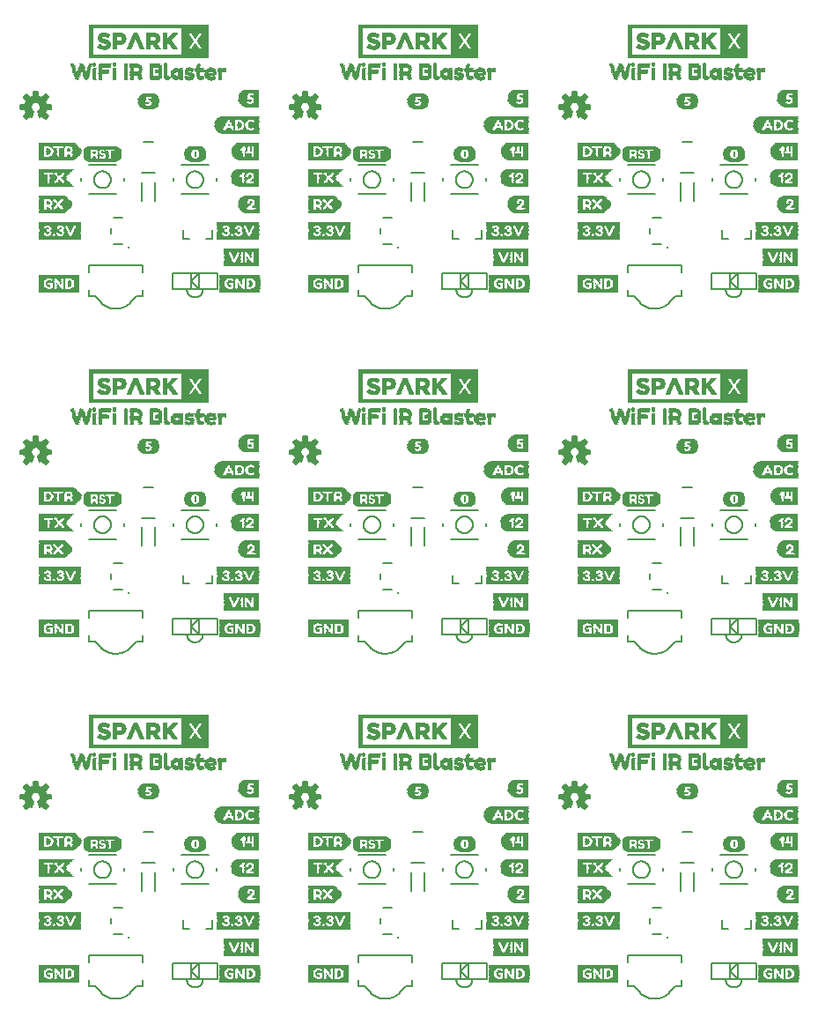
<source format=gto>
G75*
%MOIN*%
%OFA0B0*%
%FSLAX25Y25*%
%IPPOS*%
%LPD*%
%AMOC8*
5,1,8,0,0,1.08239X$1,22.5*
%
%ADD10C,0.00500*%
%ADD11C,0.00800*%
%ADD12C,0.00700*%
%ADD13R,0.00945X0.00236*%
%ADD14R,0.01181X0.00236*%
%ADD15R,0.00472X0.00236*%
%ADD16R,0.00236X0.00236*%
%ADD17R,0.01417X0.00236*%
%ADD18R,0.03780X0.00236*%
%ADD19R,0.01654X0.00236*%
%ADD20R,0.02362X0.00236*%
%ADD21R,0.02598X0.00236*%
%ADD22R,0.04724X0.00236*%
%ADD23R,0.03543X0.00236*%
%ADD24R,0.04961X0.00236*%
%ADD25R,0.04016X0.00236*%
%ADD26R,0.04252X0.00236*%
%ADD27R,0.01890X0.00236*%
%ADD28R,0.04488X0.00236*%
%ADD29R,0.00709X0.00236*%
%ADD30R,0.02126X0.00236*%
%ADD31R,0.03307X0.00236*%
%ADD32R,0.03071X0.00236*%
%ADD33R,0.02835X0.00236*%
%ADD34R,0.06614X0.00236*%
%ADD35C,0.00039*%
%ADD36R,0.04291X0.00157*%
%ADD37R,0.05079X0.00118*%
%ADD38R,0.05630X0.00157*%
%ADD39R,0.06181X0.00118*%
%ADD40R,0.06496X0.00157*%
%ADD41R,0.06732X0.00118*%
%ADD42R,0.07047X0.00157*%
%ADD43R,0.03307X0.00118*%
%ADD44R,0.03189X0.00157*%
%ADD45R,0.02913X0.00118*%
%ADD46R,0.02874X0.00157*%
%ADD47R,0.02874X0.00118*%
%ADD48R,0.02913X0.00157*%
%ADD49R,0.02756X0.00157*%
%ADD50R,0.00669X0.00157*%
%ADD51R,0.00669X0.00118*%
%ADD52R,0.00984X0.00157*%
%ADD53R,0.00984X0.00118*%
%ADD54R,0.02756X0.00118*%
%ADD55R,0.00433X0.00118*%
%ADD56R,0.03031X0.00157*%
%ADD57R,0.03031X0.00118*%
%ADD58R,0.10630X0.00157*%
%ADD59R,0.11417X0.00118*%
%ADD60R,0.11969X0.00157*%
%ADD61R,0.12520X0.00118*%
%ADD62R,0.12835X0.00157*%
%ADD63R,0.13071X0.00118*%
%ADD64R,0.13386X0.00157*%
%ADD65R,0.06339X0.00118*%
%ADD66R,0.06614X0.00118*%
%ADD67R,0.02480X0.00157*%
%ADD68R,0.01496X0.00157*%
%ADD69R,0.00551X0.00157*%
%ADD70R,0.02480X0.00118*%
%ADD71R,0.01260X0.00118*%
%ADD72R,0.02362X0.00118*%
%ADD73R,0.02598X0.00157*%
%ADD74R,0.00827X0.00157*%
%ADD75R,0.00276X0.00157*%
%ADD76R,0.02598X0.00118*%
%ADD77R,0.00551X0.00118*%
%ADD78R,0.00276X0.00118*%
%ADD79R,0.00394X0.00157*%
%ADD80R,0.01654X0.00118*%
%ADD81R,0.04016X0.00118*%
%ADD82R,0.01654X0.00157*%
%ADD83R,0.04016X0.00157*%
%ADD84R,0.01102X0.00118*%
%ADD85R,0.04134X0.00118*%
%ADD86R,0.01102X0.00157*%
%ADD87R,0.00433X0.00157*%
%ADD88R,0.04134X0.00157*%
%ADD89R,0.02047X0.00157*%
%ADD90R,0.00945X0.00118*%
%ADD91R,0.01378X0.00118*%
%ADD92R,0.01220X0.00157*%
%ADD93R,0.01378X0.00157*%
%ADD94R,0.01929X0.00118*%
%ADD95R,0.01220X0.00118*%
%ADD96R,0.02205X0.00157*%
%ADD97R,0.00827X0.00118*%
%ADD98R,0.00394X0.00118*%
%ADD99R,0.03858X0.00118*%
%ADD100R,0.03858X0.00157*%
%ADD101R,0.01496X0.00118*%
%ADD102R,0.03740X0.00118*%
%ADD103R,0.01260X0.00157*%
%ADD104R,0.00709X0.00157*%
%ADD105R,0.03740X0.00157*%
%ADD106R,0.02087X0.00118*%
%ADD107R,0.03701X0.00118*%
%ADD108C,0.00591*%
%ADD109C,0.01000*%
%ADD110R,0.13543X0.00157*%
%ADD111R,0.13701X0.00157*%
%ADD112R,0.14016X0.00157*%
%ADD113R,0.14173X0.00157*%
%ADD114R,0.14331X0.00157*%
%ADD115R,0.14488X0.00157*%
%ADD116R,0.14646X0.00157*%
%ADD117R,0.14803X0.00157*%
%ADD118R,0.01890X0.00157*%
%ADD119R,0.00472X0.00157*%
%ADD120R,0.02992X0.00157*%
%ADD121R,0.00945X0.00157*%
%ADD122R,0.02835X0.00157*%
%ADD123R,0.00630X0.00157*%
%ADD124R,0.01732X0.00157*%
%ADD125R,0.03150X0.00157*%
%ADD126R,0.01575X0.00157*%
%ADD127R,0.01417X0.00157*%
%ADD128R,0.03307X0.00157*%
%ADD129R,0.03465X0.00157*%
%ADD130R,0.03622X0.00157*%
%ADD131R,0.03780X0.00157*%
%ADD132R,0.02520X0.00157*%
%ADD133R,0.02362X0.00157*%
%ADD134R,0.13071X0.00157*%
%ADD135R,0.12913X0.00157*%
%ADD136R,0.12756X0.00157*%
%ADD137R,0.12598X0.00157*%
%ADD138R,0.12441X0.00157*%
%ADD139R,0.12283X0.00157*%
%ADD140R,0.12126X0.00157*%
%ADD141R,0.06142X0.00157*%
%ADD142R,0.00157X0.00157*%
%ADD143R,0.00787X0.00157*%
%ADD144R,0.02677X0.00157*%
%ADD145R,0.09764X0.00157*%
%ADD146R,0.09921X0.00157*%
%ADD147R,0.10236X0.00157*%
%ADD148R,0.10394X0.00157*%
%ADD149R,0.10551X0.00157*%
%ADD150R,0.10709X0.00157*%
%ADD151R,0.10866X0.00157*%
%ADD152R,0.05512X0.00157*%
%ADD153R,0.00315X0.00157*%
%ADD154R,0.04094X0.00157*%
%ADD155R,0.04252X0.00157*%
%ADD156R,0.04409X0.00157*%
%ADD157R,0.04567X0.00157*%
%ADD158R,0.15906X0.00157*%
%ADD159R,0.03937X0.00157*%
%ADD160R,0.07402X0.00157*%
%ADD161R,0.15276X0.00157*%
%ADD162R,0.11024X0.00157*%
%ADD163R,0.05354X0.00157*%
%ADD164R,0.05827X0.00157*%
%ADD165R,0.06457X0.00157*%
%ADD166R,0.06614X0.00157*%
%ADD167R,0.06772X0.00157*%
%ADD168R,0.06929X0.00157*%
%ADD169R,0.07087X0.00157*%
%ADD170R,0.05039X0.00157*%
%ADD171R,0.14961X0.00157*%
%ADD172R,0.15591X0.00157*%
%ADD173R,0.15748X0.00157*%
%ADD174R,0.16063X0.00157*%
%ADD175R,0.08189X0.00157*%
%ADD176R,0.08661X0.00157*%
%ADD177R,0.08976X0.00157*%
%ADD178R,0.09291X0.00157*%
%ADD179R,0.09449X0.00157*%
%ADD180R,0.09606X0.00157*%
%ADD181R,0.07874X0.00157*%
%ADD182R,0.08346X0.00157*%
%ADD183R,0.09134X0.00157*%
%ADD184R,0.05669X0.00157*%
%ADD185R,0.07244X0.00157*%
%ADD186R,0.04882X0.00157*%
%ADD187R,0.04724X0.00157*%
%ADD188R,0.07717X0.00157*%
%ADD189R,0.04803X0.00118*%
%ADD190R,0.05906X0.00118*%
%ADD191R,0.06220X0.00157*%
%ADD192R,0.06457X0.00118*%
%ADD193R,0.07008X0.00118*%
%ADD194R,0.02638X0.00157*%
%ADD195R,0.02638X0.00118*%
%ADD196R,0.04252X0.00118*%
%ADD197R,0.03583X0.00118*%
%ADD198R,0.03150X0.00118*%
%ADD199R,0.04409X0.00118*%
D10*
X0058081Y0093250D02*
X0058083Y0093362D01*
X0058089Y0093475D01*
X0058099Y0093587D01*
X0058113Y0093698D01*
X0058131Y0093810D01*
X0058153Y0093920D01*
X0058178Y0094029D01*
X0058208Y0094138D01*
X0058241Y0094245D01*
X0058279Y0094351D01*
X0058320Y0094456D01*
X0058364Y0094559D01*
X0058412Y0094661D01*
X0058464Y0094761D01*
X0058520Y0094859D01*
X0058579Y0094955D01*
X0058641Y0095048D01*
X0058706Y0095140D01*
X0058775Y0095229D01*
X0058847Y0095316D01*
X0058922Y0095400D01*
X0058999Y0095481D01*
X0059080Y0095559D01*
X0059163Y0095635D01*
X0059249Y0095707D01*
X0059338Y0095777D01*
X0059428Y0095843D01*
X0059522Y0095906D01*
X0059617Y0095966D01*
X0059714Y0096022D01*
X0059814Y0096075D01*
X0059915Y0096124D01*
X0060018Y0096170D01*
X0060122Y0096212D01*
X0060228Y0096250D01*
X0060335Y0096284D01*
X0060443Y0096315D01*
X0060553Y0096341D01*
X0060663Y0096364D01*
X0060774Y0096383D01*
X0060885Y0096398D01*
X0060997Y0096409D01*
X0061109Y0096416D01*
X0061222Y0096419D01*
X0061334Y0096418D01*
X0061447Y0096413D01*
X0061559Y0096404D01*
X0061671Y0096391D01*
X0061782Y0096374D01*
X0061892Y0096353D01*
X0062002Y0096328D01*
X0062111Y0096300D01*
X0062219Y0096267D01*
X0062325Y0096231D01*
X0062430Y0096191D01*
X0062534Y0096147D01*
X0062636Y0096100D01*
X0062736Y0096049D01*
X0062834Y0095994D01*
X0062931Y0095936D01*
X0063025Y0095875D01*
X0063117Y0095810D01*
X0063207Y0095743D01*
X0063294Y0095672D01*
X0063379Y0095597D01*
X0063461Y0095520D01*
X0063540Y0095441D01*
X0063616Y0095358D01*
X0063690Y0095273D01*
X0063760Y0095185D01*
X0063827Y0095094D01*
X0063891Y0095002D01*
X0063951Y0094907D01*
X0064008Y0094810D01*
X0064062Y0094711D01*
X0064112Y0094610D01*
X0064159Y0094508D01*
X0064201Y0094404D01*
X0064241Y0094299D01*
X0064276Y0094192D01*
X0064307Y0094084D01*
X0064335Y0093975D01*
X0064359Y0093865D01*
X0064379Y0093754D01*
X0064395Y0093643D01*
X0064407Y0093531D01*
X0064415Y0093419D01*
X0064419Y0093306D01*
X0064419Y0093194D01*
X0064415Y0093081D01*
X0064407Y0092969D01*
X0064395Y0092857D01*
X0064379Y0092746D01*
X0064359Y0092635D01*
X0064335Y0092525D01*
X0064307Y0092416D01*
X0064276Y0092308D01*
X0064241Y0092201D01*
X0064201Y0092096D01*
X0064159Y0091992D01*
X0064112Y0091890D01*
X0064062Y0091789D01*
X0064008Y0091690D01*
X0063951Y0091593D01*
X0063891Y0091498D01*
X0063827Y0091406D01*
X0063760Y0091315D01*
X0063690Y0091227D01*
X0063616Y0091142D01*
X0063540Y0091059D01*
X0063461Y0090980D01*
X0063379Y0090903D01*
X0063294Y0090828D01*
X0063207Y0090757D01*
X0063117Y0090690D01*
X0063025Y0090625D01*
X0062931Y0090564D01*
X0062835Y0090506D01*
X0062736Y0090451D01*
X0062636Y0090400D01*
X0062534Y0090353D01*
X0062430Y0090309D01*
X0062325Y0090269D01*
X0062219Y0090233D01*
X0062111Y0090200D01*
X0062002Y0090172D01*
X0061892Y0090147D01*
X0061782Y0090126D01*
X0061671Y0090109D01*
X0061559Y0090096D01*
X0061447Y0090087D01*
X0061334Y0090082D01*
X0061222Y0090081D01*
X0061109Y0090084D01*
X0060997Y0090091D01*
X0060885Y0090102D01*
X0060774Y0090117D01*
X0060663Y0090136D01*
X0060553Y0090159D01*
X0060443Y0090185D01*
X0060335Y0090216D01*
X0060228Y0090250D01*
X0060122Y0090288D01*
X0060018Y0090330D01*
X0059915Y0090376D01*
X0059814Y0090425D01*
X0059714Y0090478D01*
X0059617Y0090534D01*
X0059522Y0090594D01*
X0059428Y0090657D01*
X0059338Y0090723D01*
X0059249Y0090793D01*
X0059163Y0090865D01*
X0059080Y0090941D01*
X0058999Y0091019D01*
X0058922Y0091100D01*
X0058847Y0091184D01*
X0058775Y0091271D01*
X0058706Y0091360D01*
X0058641Y0091452D01*
X0058579Y0091545D01*
X0058520Y0091641D01*
X0058464Y0091739D01*
X0058412Y0091839D01*
X0058364Y0091941D01*
X0058320Y0092044D01*
X0058279Y0092149D01*
X0058241Y0092255D01*
X0058208Y0092362D01*
X0058178Y0092471D01*
X0058153Y0092580D01*
X0058131Y0092690D01*
X0058113Y0092802D01*
X0058099Y0092913D01*
X0058089Y0093025D01*
X0058083Y0093138D01*
X0058081Y0093250D01*
X0076875Y0107500D02*
X0080625Y0107500D01*
X0093081Y0093250D02*
X0093083Y0093362D01*
X0093089Y0093475D01*
X0093099Y0093587D01*
X0093113Y0093698D01*
X0093131Y0093810D01*
X0093153Y0093920D01*
X0093178Y0094029D01*
X0093208Y0094138D01*
X0093241Y0094245D01*
X0093279Y0094351D01*
X0093320Y0094456D01*
X0093364Y0094559D01*
X0093412Y0094661D01*
X0093464Y0094761D01*
X0093520Y0094859D01*
X0093579Y0094955D01*
X0093641Y0095048D01*
X0093706Y0095140D01*
X0093775Y0095229D01*
X0093847Y0095316D01*
X0093922Y0095400D01*
X0093999Y0095481D01*
X0094080Y0095559D01*
X0094163Y0095635D01*
X0094249Y0095707D01*
X0094338Y0095777D01*
X0094428Y0095843D01*
X0094522Y0095906D01*
X0094617Y0095966D01*
X0094714Y0096022D01*
X0094814Y0096075D01*
X0094915Y0096124D01*
X0095018Y0096170D01*
X0095122Y0096212D01*
X0095228Y0096250D01*
X0095335Y0096284D01*
X0095443Y0096315D01*
X0095553Y0096341D01*
X0095663Y0096364D01*
X0095774Y0096383D01*
X0095885Y0096398D01*
X0095997Y0096409D01*
X0096109Y0096416D01*
X0096222Y0096419D01*
X0096334Y0096418D01*
X0096447Y0096413D01*
X0096559Y0096404D01*
X0096671Y0096391D01*
X0096782Y0096374D01*
X0096892Y0096353D01*
X0097002Y0096328D01*
X0097111Y0096300D01*
X0097219Y0096267D01*
X0097325Y0096231D01*
X0097430Y0096191D01*
X0097534Y0096147D01*
X0097636Y0096100D01*
X0097736Y0096049D01*
X0097834Y0095994D01*
X0097931Y0095936D01*
X0098025Y0095875D01*
X0098117Y0095810D01*
X0098207Y0095743D01*
X0098294Y0095672D01*
X0098379Y0095597D01*
X0098461Y0095520D01*
X0098540Y0095441D01*
X0098616Y0095358D01*
X0098690Y0095273D01*
X0098760Y0095185D01*
X0098827Y0095094D01*
X0098891Y0095002D01*
X0098951Y0094907D01*
X0099008Y0094810D01*
X0099062Y0094711D01*
X0099112Y0094610D01*
X0099159Y0094508D01*
X0099201Y0094404D01*
X0099241Y0094299D01*
X0099276Y0094192D01*
X0099307Y0094084D01*
X0099335Y0093975D01*
X0099359Y0093865D01*
X0099379Y0093754D01*
X0099395Y0093643D01*
X0099407Y0093531D01*
X0099415Y0093419D01*
X0099419Y0093306D01*
X0099419Y0093194D01*
X0099415Y0093081D01*
X0099407Y0092969D01*
X0099395Y0092857D01*
X0099379Y0092746D01*
X0099359Y0092635D01*
X0099335Y0092525D01*
X0099307Y0092416D01*
X0099276Y0092308D01*
X0099241Y0092201D01*
X0099201Y0092096D01*
X0099159Y0091992D01*
X0099112Y0091890D01*
X0099062Y0091789D01*
X0099008Y0091690D01*
X0098951Y0091593D01*
X0098891Y0091498D01*
X0098827Y0091406D01*
X0098760Y0091315D01*
X0098690Y0091227D01*
X0098616Y0091142D01*
X0098540Y0091059D01*
X0098461Y0090980D01*
X0098379Y0090903D01*
X0098294Y0090828D01*
X0098207Y0090757D01*
X0098117Y0090690D01*
X0098025Y0090625D01*
X0097931Y0090564D01*
X0097835Y0090506D01*
X0097736Y0090451D01*
X0097636Y0090400D01*
X0097534Y0090353D01*
X0097430Y0090309D01*
X0097325Y0090269D01*
X0097219Y0090233D01*
X0097111Y0090200D01*
X0097002Y0090172D01*
X0096892Y0090147D01*
X0096782Y0090126D01*
X0096671Y0090109D01*
X0096559Y0090096D01*
X0096447Y0090087D01*
X0096334Y0090082D01*
X0096222Y0090081D01*
X0096109Y0090084D01*
X0095997Y0090091D01*
X0095885Y0090102D01*
X0095774Y0090117D01*
X0095663Y0090136D01*
X0095553Y0090159D01*
X0095443Y0090185D01*
X0095335Y0090216D01*
X0095228Y0090250D01*
X0095122Y0090288D01*
X0095018Y0090330D01*
X0094915Y0090376D01*
X0094814Y0090425D01*
X0094714Y0090478D01*
X0094617Y0090534D01*
X0094522Y0090594D01*
X0094428Y0090657D01*
X0094338Y0090723D01*
X0094249Y0090793D01*
X0094163Y0090865D01*
X0094080Y0090941D01*
X0093999Y0091019D01*
X0093922Y0091100D01*
X0093847Y0091184D01*
X0093775Y0091271D01*
X0093706Y0091360D01*
X0093641Y0091452D01*
X0093579Y0091545D01*
X0093520Y0091641D01*
X0093464Y0091739D01*
X0093412Y0091839D01*
X0093364Y0091941D01*
X0093320Y0092044D01*
X0093279Y0092149D01*
X0093241Y0092255D01*
X0093208Y0092362D01*
X0093178Y0092471D01*
X0093153Y0092580D01*
X0093131Y0092690D01*
X0093113Y0092802D01*
X0093099Y0092913D01*
X0093089Y0093025D01*
X0093083Y0093138D01*
X0093081Y0093250D01*
X0094750Y0057750D02*
X0087750Y0057750D01*
X0087750Y0051750D01*
X0093250Y0051750D01*
X0094750Y0051750D01*
X0094750Y0054750D01*
X0094750Y0057750D01*
X0097750Y0057750D01*
X0097750Y0051750D01*
X0094750Y0054750D01*
X0097750Y0057750D01*
X0104750Y0057750D01*
X0104750Y0051750D01*
X0099250Y0051750D01*
X0097750Y0051750D01*
X0094750Y0051750D01*
X0093250Y0051750D02*
X0093252Y0051642D01*
X0093258Y0051534D01*
X0093268Y0051426D01*
X0093281Y0051318D01*
X0093299Y0051211D01*
X0093320Y0051105D01*
X0093345Y0051000D01*
X0093374Y0050895D01*
X0093407Y0050792D01*
X0093443Y0050690D01*
X0093484Y0050589D01*
X0093527Y0050490D01*
X0093575Y0050393D01*
X0093625Y0050297D01*
X0093679Y0050203D01*
X0093737Y0050112D01*
X0093798Y0050022D01*
X0093862Y0049934D01*
X0093929Y0049849D01*
X0093999Y0049767D01*
X0094072Y0049687D01*
X0094148Y0049610D01*
X0094227Y0049535D01*
X0094308Y0049464D01*
X0094392Y0049395D01*
X0094478Y0049329D01*
X0094566Y0049267D01*
X0094657Y0049208D01*
X0094750Y0049152D01*
X0094845Y0049099D01*
X0094941Y0049050D01*
X0095040Y0049005D01*
X0095140Y0048963D01*
X0095241Y0048925D01*
X0095344Y0048890D01*
X0095447Y0048859D01*
X0095552Y0048832D01*
X0095658Y0048809D01*
X0095765Y0048790D01*
X0095872Y0048774D01*
X0095980Y0048762D01*
X0096088Y0048754D01*
X0096196Y0048750D01*
X0096304Y0048750D01*
X0096412Y0048754D01*
X0096520Y0048762D01*
X0096628Y0048774D01*
X0096735Y0048790D01*
X0096842Y0048809D01*
X0096948Y0048832D01*
X0097053Y0048859D01*
X0097156Y0048890D01*
X0097259Y0048925D01*
X0097360Y0048963D01*
X0097460Y0049005D01*
X0097559Y0049050D01*
X0097655Y0049099D01*
X0097750Y0049152D01*
X0097843Y0049208D01*
X0097934Y0049267D01*
X0098022Y0049329D01*
X0098108Y0049395D01*
X0098192Y0049464D01*
X0098273Y0049535D01*
X0098352Y0049610D01*
X0098428Y0049687D01*
X0098501Y0049767D01*
X0098571Y0049849D01*
X0098638Y0049934D01*
X0098702Y0050022D01*
X0098763Y0050112D01*
X0098821Y0050203D01*
X0098875Y0050297D01*
X0098925Y0050393D01*
X0098973Y0050490D01*
X0099016Y0050589D01*
X0099057Y0050690D01*
X0099093Y0050792D01*
X0099126Y0050895D01*
X0099155Y0051000D01*
X0099180Y0051105D01*
X0099201Y0051211D01*
X0099219Y0051318D01*
X0099232Y0051426D01*
X0099242Y0051534D01*
X0099248Y0051642D01*
X0099250Y0051750D01*
X0160081Y0093250D02*
X0160083Y0093362D01*
X0160089Y0093475D01*
X0160099Y0093587D01*
X0160113Y0093698D01*
X0160131Y0093810D01*
X0160153Y0093920D01*
X0160178Y0094029D01*
X0160208Y0094138D01*
X0160241Y0094245D01*
X0160279Y0094351D01*
X0160320Y0094456D01*
X0160364Y0094559D01*
X0160412Y0094661D01*
X0160464Y0094761D01*
X0160520Y0094859D01*
X0160579Y0094955D01*
X0160641Y0095048D01*
X0160706Y0095140D01*
X0160775Y0095229D01*
X0160847Y0095316D01*
X0160922Y0095400D01*
X0160999Y0095481D01*
X0161080Y0095559D01*
X0161163Y0095635D01*
X0161249Y0095707D01*
X0161338Y0095777D01*
X0161428Y0095843D01*
X0161522Y0095906D01*
X0161617Y0095966D01*
X0161714Y0096022D01*
X0161814Y0096075D01*
X0161915Y0096124D01*
X0162018Y0096170D01*
X0162122Y0096212D01*
X0162228Y0096250D01*
X0162335Y0096284D01*
X0162443Y0096315D01*
X0162553Y0096341D01*
X0162663Y0096364D01*
X0162774Y0096383D01*
X0162885Y0096398D01*
X0162997Y0096409D01*
X0163109Y0096416D01*
X0163222Y0096419D01*
X0163334Y0096418D01*
X0163447Y0096413D01*
X0163559Y0096404D01*
X0163671Y0096391D01*
X0163782Y0096374D01*
X0163892Y0096353D01*
X0164002Y0096328D01*
X0164111Y0096300D01*
X0164219Y0096267D01*
X0164325Y0096231D01*
X0164430Y0096191D01*
X0164534Y0096147D01*
X0164636Y0096100D01*
X0164736Y0096049D01*
X0164834Y0095994D01*
X0164931Y0095936D01*
X0165025Y0095875D01*
X0165117Y0095810D01*
X0165207Y0095743D01*
X0165294Y0095672D01*
X0165379Y0095597D01*
X0165461Y0095520D01*
X0165540Y0095441D01*
X0165616Y0095358D01*
X0165690Y0095273D01*
X0165760Y0095185D01*
X0165827Y0095094D01*
X0165891Y0095002D01*
X0165951Y0094907D01*
X0166008Y0094810D01*
X0166062Y0094711D01*
X0166112Y0094610D01*
X0166159Y0094508D01*
X0166201Y0094404D01*
X0166241Y0094299D01*
X0166276Y0094192D01*
X0166307Y0094084D01*
X0166335Y0093975D01*
X0166359Y0093865D01*
X0166379Y0093754D01*
X0166395Y0093643D01*
X0166407Y0093531D01*
X0166415Y0093419D01*
X0166419Y0093306D01*
X0166419Y0093194D01*
X0166415Y0093081D01*
X0166407Y0092969D01*
X0166395Y0092857D01*
X0166379Y0092746D01*
X0166359Y0092635D01*
X0166335Y0092525D01*
X0166307Y0092416D01*
X0166276Y0092308D01*
X0166241Y0092201D01*
X0166201Y0092096D01*
X0166159Y0091992D01*
X0166112Y0091890D01*
X0166062Y0091789D01*
X0166008Y0091690D01*
X0165951Y0091593D01*
X0165891Y0091498D01*
X0165827Y0091406D01*
X0165760Y0091315D01*
X0165690Y0091227D01*
X0165616Y0091142D01*
X0165540Y0091059D01*
X0165461Y0090980D01*
X0165379Y0090903D01*
X0165294Y0090828D01*
X0165207Y0090757D01*
X0165117Y0090690D01*
X0165025Y0090625D01*
X0164931Y0090564D01*
X0164835Y0090506D01*
X0164736Y0090451D01*
X0164636Y0090400D01*
X0164534Y0090353D01*
X0164430Y0090309D01*
X0164325Y0090269D01*
X0164219Y0090233D01*
X0164111Y0090200D01*
X0164002Y0090172D01*
X0163892Y0090147D01*
X0163782Y0090126D01*
X0163671Y0090109D01*
X0163559Y0090096D01*
X0163447Y0090087D01*
X0163334Y0090082D01*
X0163222Y0090081D01*
X0163109Y0090084D01*
X0162997Y0090091D01*
X0162885Y0090102D01*
X0162774Y0090117D01*
X0162663Y0090136D01*
X0162553Y0090159D01*
X0162443Y0090185D01*
X0162335Y0090216D01*
X0162228Y0090250D01*
X0162122Y0090288D01*
X0162018Y0090330D01*
X0161915Y0090376D01*
X0161814Y0090425D01*
X0161714Y0090478D01*
X0161617Y0090534D01*
X0161522Y0090594D01*
X0161428Y0090657D01*
X0161338Y0090723D01*
X0161249Y0090793D01*
X0161163Y0090865D01*
X0161080Y0090941D01*
X0160999Y0091019D01*
X0160922Y0091100D01*
X0160847Y0091184D01*
X0160775Y0091271D01*
X0160706Y0091360D01*
X0160641Y0091452D01*
X0160579Y0091545D01*
X0160520Y0091641D01*
X0160464Y0091739D01*
X0160412Y0091839D01*
X0160364Y0091941D01*
X0160320Y0092044D01*
X0160279Y0092149D01*
X0160241Y0092255D01*
X0160208Y0092362D01*
X0160178Y0092471D01*
X0160153Y0092580D01*
X0160131Y0092690D01*
X0160113Y0092802D01*
X0160099Y0092913D01*
X0160089Y0093025D01*
X0160083Y0093138D01*
X0160081Y0093250D01*
X0178875Y0107500D02*
X0182625Y0107500D01*
X0195081Y0093250D02*
X0195083Y0093362D01*
X0195089Y0093475D01*
X0195099Y0093587D01*
X0195113Y0093698D01*
X0195131Y0093810D01*
X0195153Y0093920D01*
X0195178Y0094029D01*
X0195208Y0094138D01*
X0195241Y0094245D01*
X0195279Y0094351D01*
X0195320Y0094456D01*
X0195364Y0094559D01*
X0195412Y0094661D01*
X0195464Y0094761D01*
X0195520Y0094859D01*
X0195579Y0094955D01*
X0195641Y0095048D01*
X0195706Y0095140D01*
X0195775Y0095229D01*
X0195847Y0095316D01*
X0195922Y0095400D01*
X0195999Y0095481D01*
X0196080Y0095559D01*
X0196163Y0095635D01*
X0196249Y0095707D01*
X0196338Y0095777D01*
X0196428Y0095843D01*
X0196522Y0095906D01*
X0196617Y0095966D01*
X0196714Y0096022D01*
X0196814Y0096075D01*
X0196915Y0096124D01*
X0197018Y0096170D01*
X0197122Y0096212D01*
X0197228Y0096250D01*
X0197335Y0096284D01*
X0197443Y0096315D01*
X0197553Y0096341D01*
X0197663Y0096364D01*
X0197774Y0096383D01*
X0197885Y0096398D01*
X0197997Y0096409D01*
X0198109Y0096416D01*
X0198222Y0096419D01*
X0198334Y0096418D01*
X0198447Y0096413D01*
X0198559Y0096404D01*
X0198671Y0096391D01*
X0198782Y0096374D01*
X0198892Y0096353D01*
X0199002Y0096328D01*
X0199111Y0096300D01*
X0199219Y0096267D01*
X0199325Y0096231D01*
X0199430Y0096191D01*
X0199534Y0096147D01*
X0199636Y0096100D01*
X0199736Y0096049D01*
X0199834Y0095994D01*
X0199931Y0095936D01*
X0200025Y0095875D01*
X0200117Y0095810D01*
X0200207Y0095743D01*
X0200294Y0095672D01*
X0200379Y0095597D01*
X0200461Y0095520D01*
X0200540Y0095441D01*
X0200616Y0095358D01*
X0200690Y0095273D01*
X0200760Y0095185D01*
X0200827Y0095094D01*
X0200891Y0095002D01*
X0200951Y0094907D01*
X0201008Y0094810D01*
X0201062Y0094711D01*
X0201112Y0094610D01*
X0201159Y0094508D01*
X0201201Y0094404D01*
X0201241Y0094299D01*
X0201276Y0094192D01*
X0201307Y0094084D01*
X0201335Y0093975D01*
X0201359Y0093865D01*
X0201379Y0093754D01*
X0201395Y0093643D01*
X0201407Y0093531D01*
X0201415Y0093419D01*
X0201419Y0093306D01*
X0201419Y0093194D01*
X0201415Y0093081D01*
X0201407Y0092969D01*
X0201395Y0092857D01*
X0201379Y0092746D01*
X0201359Y0092635D01*
X0201335Y0092525D01*
X0201307Y0092416D01*
X0201276Y0092308D01*
X0201241Y0092201D01*
X0201201Y0092096D01*
X0201159Y0091992D01*
X0201112Y0091890D01*
X0201062Y0091789D01*
X0201008Y0091690D01*
X0200951Y0091593D01*
X0200891Y0091498D01*
X0200827Y0091406D01*
X0200760Y0091315D01*
X0200690Y0091227D01*
X0200616Y0091142D01*
X0200540Y0091059D01*
X0200461Y0090980D01*
X0200379Y0090903D01*
X0200294Y0090828D01*
X0200207Y0090757D01*
X0200117Y0090690D01*
X0200025Y0090625D01*
X0199931Y0090564D01*
X0199835Y0090506D01*
X0199736Y0090451D01*
X0199636Y0090400D01*
X0199534Y0090353D01*
X0199430Y0090309D01*
X0199325Y0090269D01*
X0199219Y0090233D01*
X0199111Y0090200D01*
X0199002Y0090172D01*
X0198892Y0090147D01*
X0198782Y0090126D01*
X0198671Y0090109D01*
X0198559Y0090096D01*
X0198447Y0090087D01*
X0198334Y0090082D01*
X0198222Y0090081D01*
X0198109Y0090084D01*
X0197997Y0090091D01*
X0197885Y0090102D01*
X0197774Y0090117D01*
X0197663Y0090136D01*
X0197553Y0090159D01*
X0197443Y0090185D01*
X0197335Y0090216D01*
X0197228Y0090250D01*
X0197122Y0090288D01*
X0197018Y0090330D01*
X0196915Y0090376D01*
X0196814Y0090425D01*
X0196714Y0090478D01*
X0196617Y0090534D01*
X0196522Y0090594D01*
X0196428Y0090657D01*
X0196338Y0090723D01*
X0196249Y0090793D01*
X0196163Y0090865D01*
X0196080Y0090941D01*
X0195999Y0091019D01*
X0195922Y0091100D01*
X0195847Y0091184D01*
X0195775Y0091271D01*
X0195706Y0091360D01*
X0195641Y0091452D01*
X0195579Y0091545D01*
X0195520Y0091641D01*
X0195464Y0091739D01*
X0195412Y0091839D01*
X0195364Y0091941D01*
X0195320Y0092044D01*
X0195279Y0092149D01*
X0195241Y0092255D01*
X0195208Y0092362D01*
X0195178Y0092471D01*
X0195153Y0092580D01*
X0195131Y0092690D01*
X0195113Y0092802D01*
X0195099Y0092913D01*
X0195089Y0093025D01*
X0195083Y0093138D01*
X0195081Y0093250D01*
X0196750Y0057750D02*
X0189750Y0057750D01*
X0189750Y0051750D01*
X0195250Y0051750D01*
X0196750Y0051750D01*
X0196750Y0054750D01*
X0196750Y0057750D01*
X0199750Y0057750D01*
X0199750Y0051750D01*
X0196750Y0054750D01*
X0199750Y0057750D01*
X0206750Y0057750D01*
X0206750Y0051750D01*
X0201250Y0051750D01*
X0199750Y0051750D01*
X0196750Y0051750D01*
X0195250Y0051750D02*
X0195252Y0051642D01*
X0195258Y0051534D01*
X0195268Y0051426D01*
X0195281Y0051318D01*
X0195299Y0051211D01*
X0195320Y0051105D01*
X0195345Y0051000D01*
X0195374Y0050895D01*
X0195407Y0050792D01*
X0195443Y0050690D01*
X0195484Y0050589D01*
X0195527Y0050490D01*
X0195575Y0050393D01*
X0195625Y0050297D01*
X0195679Y0050203D01*
X0195737Y0050112D01*
X0195798Y0050022D01*
X0195862Y0049934D01*
X0195929Y0049849D01*
X0195999Y0049767D01*
X0196072Y0049687D01*
X0196148Y0049610D01*
X0196227Y0049535D01*
X0196308Y0049464D01*
X0196392Y0049395D01*
X0196478Y0049329D01*
X0196566Y0049267D01*
X0196657Y0049208D01*
X0196750Y0049152D01*
X0196845Y0049099D01*
X0196941Y0049050D01*
X0197040Y0049005D01*
X0197140Y0048963D01*
X0197241Y0048925D01*
X0197344Y0048890D01*
X0197447Y0048859D01*
X0197552Y0048832D01*
X0197658Y0048809D01*
X0197765Y0048790D01*
X0197872Y0048774D01*
X0197980Y0048762D01*
X0198088Y0048754D01*
X0198196Y0048750D01*
X0198304Y0048750D01*
X0198412Y0048754D01*
X0198520Y0048762D01*
X0198628Y0048774D01*
X0198735Y0048790D01*
X0198842Y0048809D01*
X0198948Y0048832D01*
X0199053Y0048859D01*
X0199156Y0048890D01*
X0199259Y0048925D01*
X0199360Y0048963D01*
X0199460Y0049005D01*
X0199559Y0049050D01*
X0199655Y0049099D01*
X0199750Y0049152D01*
X0199843Y0049208D01*
X0199934Y0049267D01*
X0200022Y0049329D01*
X0200108Y0049395D01*
X0200192Y0049464D01*
X0200273Y0049535D01*
X0200352Y0049610D01*
X0200428Y0049687D01*
X0200501Y0049767D01*
X0200571Y0049849D01*
X0200638Y0049934D01*
X0200702Y0050022D01*
X0200763Y0050112D01*
X0200821Y0050203D01*
X0200875Y0050297D01*
X0200925Y0050393D01*
X0200973Y0050490D01*
X0201016Y0050589D01*
X0201057Y0050690D01*
X0201093Y0050792D01*
X0201126Y0050895D01*
X0201155Y0051000D01*
X0201180Y0051105D01*
X0201201Y0051211D01*
X0201219Y0051318D01*
X0201232Y0051426D01*
X0201242Y0051534D01*
X0201248Y0051642D01*
X0201250Y0051750D01*
X0262081Y0093250D02*
X0262083Y0093362D01*
X0262089Y0093475D01*
X0262099Y0093587D01*
X0262113Y0093698D01*
X0262131Y0093810D01*
X0262153Y0093920D01*
X0262178Y0094029D01*
X0262208Y0094138D01*
X0262241Y0094245D01*
X0262279Y0094351D01*
X0262320Y0094456D01*
X0262364Y0094559D01*
X0262412Y0094661D01*
X0262464Y0094761D01*
X0262520Y0094859D01*
X0262579Y0094955D01*
X0262641Y0095048D01*
X0262706Y0095140D01*
X0262775Y0095229D01*
X0262847Y0095316D01*
X0262922Y0095400D01*
X0262999Y0095481D01*
X0263080Y0095559D01*
X0263163Y0095635D01*
X0263249Y0095707D01*
X0263338Y0095777D01*
X0263428Y0095843D01*
X0263522Y0095906D01*
X0263617Y0095966D01*
X0263714Y0096022D01*
X0263814Y0096075D01*
X0263915Y0096124D01*
X0264018Y0096170D01*
X0264122Y0096212D01*
X0264228Y0096250D01*
X0264335Y0096284D01*
X0264443Y0096315D01*
X0264553Y0096341D01*
X0264663Y0096364D01*
X0264774Y0096383D01*
X0264885Y0096398D01*
X0264997Y0096409D01*
X0265109Y0096416D01*
X0265222Y0096419D01*
X0265334Y0096418D01*
X0265447Y0096413D01*
X0265559Y0096404D01*
X0265671Y0096391D01*
X0265782Y0096374D01*
X0265892Y0096353D01*
X0266002Y0096328D01*
X0266111Y0096300D01*
X0266219Y0096267D01*
X0266325Y0096231D01*
X0266430Y0096191D01*
X0266534Y0096147D01*
X0266636Y0096100D01*
X0266736Y0096049D01*
X0266834Y0095994D01*
X0266931Y0095936D01*
X0267025Y0095875D01*
X0267117Y0095810D01*
X0267207Y0095743D01*
X0267294Y0095672D01*
X0267379Y0095597D01*
X0267461Y0095520D01*
X0267540Y0095441D01*
X0267616Y0095358D01*
X0267690Y0095273D01*
X0267760Y0095185D01*
X0267827Y0095094D01*
X0267891Y0095002D01*
X0267951Y0094907D01*
X0268008Y0094810D01*
X0268062Y0094711D01*
X0268112Y0094610D01*
X0268159Y0094508D01*
X0268201Y0094404D01*
X0268241Y0094299D01*
X0268276Y0094192D01*
X0268307Y0094084D01*
X0268335Y0093975D01*
X0268359Y0093865D01*
X0268379Y0093754D01*
X0268395Y0093643D01*
X0268407Y0093531D01*
X0268415Y0093419D01*
X0268419Y0093306D01*
X0268419Y0093194D01*
X0268415Y0093081D01*
X0268407Y0092969D01*
X0268395Y0092857D01*
X0268379Y0092746D01*
X0268359Y0092635D01*
X0268335Y0092525D01*
X0268307Y0092416D01*
X0268276Y0092308D01*
X0268241Y0092201D01*
X0268201Y0092096D01*
X0268159Y0091992D01*
X0268112Y0091890D01*
X0268062Y0091789D01*
X0268008Y0091690D01*
X0267951Y0091593D01*
X0267891Y0091498D01*
X0267827Y0091406D01*
X0267760Y0091315D01*
X0267690Y0091227D01*
X0267616Y0091142D01*
X0267540Y0091059D01*
X0267461Y0090980D01*
X0267379Y0090903D01*
X0267294Y0090828D01*
X0267207Y0090757D01*
X0267117Y0090690D01*
X0267025Y0090625D01*
X0266931Y0090564D01*
X0266835Y0090506D01*
X0266736Y0090451D01*
X0266636Y0090400D01*
X0266534Y0090353D01*
X0266430Y0090309D01*
X0266325Y0090269D01*
X0266219Y0090233D01*
X0266111Y0090200D01*
X0266002Y0090172D01*
X0265892Y0090147D01*
X0265782Y0090126D01*
X0265671Y0090109D01*
X0265559Y0090096D01*
X0265447Y0090087D01*
X0265334Y0090082D01*
X0265222Y0090081D01*
X0265109Y0090084D01*
X0264997Y0090091D01*
X0264885Y0090102D01*
X0264774Y0090117D01*
X0264663Y0090136D01*
X0264553Y0090159D01*
X0264443Y0090185D01*
X0264335Y0090216D01*
X0264228Y0090250D01*
X0264122Y0090288D01*
X0264018Y0090330D01*
X0263915Y0090376D01*
X0263814Y0090425D01*
X0263714Y0090478D01*
X0263617Y0090534D01*
X0263522Y0090594D01*
X0263428Y0090657D01*
X0263338Y0090723D01*
X0263249Y0090793D01*
X0263163Y0090865D01*
X0263080Y0090941D01*
X0262999Y0091019D01*
X0262922Y0091100D01*
X0262847Y0091184D01*
X0262775Y0091271D01*
X0262706Y0091360D01*
X0262641Y0091452D01*
X0262579Y0091545D01*
X0262520Y0091641D01*
X0262464Y0091739D01*
X0262412Y0091839D01*
X0262364Y0091941D01*
X0262320Y0092044D01*
X0262279Y0092149D01*
X0262241Y0092255D01*
X0262208Y0092362D01*
X0262178Y0092471D01*
X0262153Y0092580D01*
X0262131Y0092690D01*
X0262113Y0092802D01*
X0262099Y0092913D01*
X0262089Y0093025D01*
X0262083Y0093138D01*
X0262081Y0093250D01*
X0280875Y0107500D02*
X0284625Y0107500D01*
X0297081Y0093250D02*
X0297083Y0093362D01*
X0297089Y0093475D01*
X0297099Y0093587D01*
X0297113Y0093698D01*
X0297131Y0093810D01*
X0297153Y0093920D01*
X0297178Y0094029D01*
X0297208Y0094138D01*
X0297241Y0094245D01*
X0297279Y0094351D01*
X0297320Y0094456D01*
X0297364Y0094559D01*
X0297412Y0094661D01*
X0297464Y0094761D01*
X0297520Y0094859D01*
X0297579Y0094955D01*
X0297641Y0095048D01*
X0297706Y0095140D01*
X0297775Y0095229D01*
X0297847Y0095316D01*
X0297922Y0095400D01*
X0297999Y0095481D01*
X0298080Y0095559D01*
X0298163Y0095635D01*
X0298249Y0095707D01*
X0298338Y0095777D01*
X0298428Y0095843D01*
X0298522Y0095906D01*
X0298617Y0095966D01*
X0298714Y0096022D01*
X0298814Y0096075D01*
X0298915Y0096124D01*
X0299018Y0096170D01*
X0299122Y0096212D01*
X0299228Y0096250D01*
X0299335Y0096284D01*
X0299443Y0096315D01*
X0299553Y0096341D01*
X0299663Y0096364D01*
X0299774Y0096383D01*
X0299885Y0096398D01*
X0299997Y0096409D01*
X0300109Y0096416D01*
X0300222Y0096419D01*
X0300334Y0096418D01*
X0300447Y0096413D01*
X0300559Y0096404D01*
X0300671Y0096391D01*
X0300782Y0096374D01*
X0300892Y0096353D01*
X0301002Y0096328D01*
X0301111Y0096300D01*
X0301219Y0096267D01*
X0301325Y0096231D01*
X0301430Y0096191D01*
X0301534Y0096147D01*
X0301636Y0096100D01*
X0301736Y0096049D01*
X0301834Y0095994D01*
X0301931Y0095936D01*
X0302025Y0095875D01*
X0302117Y0095810D01*
X0302207Y0095743D01*
X0302294Y0095672D01*
X0302379Y0095597D01*
X0302461Y0095520D01*
X0302540Y0095441D01*
X0302616Y0095358D01*
X0302690Y0095273D01*
X0302760Y0095185D01*
X0302827Y0095094D01*
X0302891Y0095002D01*
X0302951Y0094907D01*
X0303008Y0094810D01*
X0303062Y0094711D01*
X0303112Y0094610D01*
X0303159Y0094508D01*
X0303201Y0094404D01*
X0303241Y0094299D01*
X0303276Y0094192D01*
X0303307Y0094084D01*
X0303335Y0093975D01*
X0303359Y0093865D01*
X0303379Y0093754D01*
X0303395Y0093643D01*
X0303407Y0093531D01*
X0303415Y0093419D01*
X0303419Y0093306D01*
X0303419Y0093194D01*
X0303415Y0093081D01*
X0303407Y0092969D01*
X0303395Y0092857D01*
X0303379Y0092746D01*
X0303359Y0092635D01*
X0303335Y0092525D01*
X0303307Y0092416D01*
X0303276Y0092308D01*
X0303241Y0092201D01*
X0303201Y0092096D01*
X0303159Y0091992D01*
X0303112Y0091890D01*
X0303062Y0091789D01*
X0303008Y0091690D01*
X0302951Y0091593D01*
X0302891Y0091498D01*
X0302827Y0091406D01*
X0302760Y0091315D01*
X0302690Y0091227D01*
X0302616Y0091142D01*
X0302540Y0091059D01*
X0302461Y0090980D01*
X0302379Y0090903D01*
X0302294Y0090828D01*
X0302207Y0090757D01*
X0302117Y0090690D01*
X0302025Y0090625D01*
X0301931Y0090564D01*
X0301835Y0090506D01*
X0301736Y0090451D01*
X0301636Y0090400D01*
X0301534Y0090353D01*
X0301430Y0090309D01*
X0301325Y0090269D01*
X0301219Y0090233D01*
X0301111Y0090200D01*
X0301002Y0090172D01*
X0300892Y0090147D01*
X0300782Y0090126D01*
X0300671Y0090109D01*
X0300559Y0090096D01*
X0300447Y0090087D01*
X0300334Y0090082D01*
X0300222Y0090081D01*
X0300109Y0090084D01*
X0299997Y0090091D01*
X0299885Y0090102D01*
X0299774Y0090117D01*
X0299663Y0090136D01*
X0299553Y0090159D01*
X0299443Y0090185D01*
X0299335Y0090216D01*
X0299228Y0090250D01*
X0299122Y0090288D01*
X0299018Y0090330D01*
X0298915Y0090376D01*
X0298814Y0090425D01*
X0298714Y0090478D01*
X0298617Y0090534D01*
X0298522Y0090594D01*
X0298428Y0090657D01*
X0298338Y0090723D01*
X0298249Y0090793D01*
X0298163Y0090865D01*
X0298080Y0090941D01*
X0297999Y0091019D01*
X0297922Y0091100D01*
X0297847Y0091184D01*
X0297775Y0091271D01*
X0297706Y0091360D01*
X0297641Y0091452D01*
X0297579Y0091545D01*
X0297520Y0091641D01*
X0297464Y0091739D01*
X0297412Y0091839D01*
X0297364Y0091941D01*
X0297320Y0092044D01*
X0297279Y0092149D01*
X0297241Y0092255D01*
X0297208Y0092362D01*
X0297178Y0092471D01*
X0297153Y0092580D01*
X0297131Y0092690D01*
X0297113Y0092802D01*
X0297099Y0092913D01*
X0297089Y0093025D01*
X0297083Y0093138D01*
X0297081Y0093250D01*
X0298750Y0057750D02*
X0291750Y0057750D01*
X0291750Y0051750D01*
X0297250Y0051750D01*
X0298750Y0051750D01*
X0298750Y0054750D01*
X0298750Y0057750D01*
X0301750Y0057750D01*
X0301750Y0051750D01*
X0298750Y0054750D01*
X0301750Y0057750D01*
X0308750Y0057750D01*
X0308750Y0051750D01*
X0303250Y0051750D01*
X0301750Y0051750D01*
X0298750Y0051750D01*
X0297250Y0051750D02*
X0297252Y0051642D01*
X0297258Y0051534D01*
X0297268Y0051426D01*
X0297281Y0051318D01*
X0297299Y0051211D01*
X0297320Y0051105D01*
X0297345Y0051000D01*
X0297374Y0050895D01*
X0297407Y0050792D01*
X0297443Y0050690D01*
X0297484Y0050589D01*
X0297527Y0050490D01*
X0297575Y0050393D01*
X0297625Y0050297D01*
X0297679Y0050203D01*
X0297737Y0050112D01*
X0297798Y0050022D01*
X0297862Y0049934D01*
X0297929Y0049849D01*
X0297999Y0049767D01*
X0298072Y0049687D01*
X0298148Y0049610D01*
X0298227Y0049535D01*
X0298308Y0049464D01*
X0298392Y0049395D01*
X0298478Y0049329D01*
X0298566Y0049267D01*
X0298657Y0049208D01*
X0298750Y0049152D01*
X0298845Y0049099D01*
X0298941Y0049050D01*
X0299040Y0049005D01*
X0299140Y0048963D01*
X0299241Y0048925D01*
X0299344Y0048890D01*
X0299447Y0048859D01*
X0299552Y0048832D01*
X0299658Y0048809D01*
X0299765Y0048790D01*
X0299872Y0048774D01*
X0299980Y0048762D01*
X0300088Y0048754D01*
X0300196Y0048750D01*
X0300304Y0048750D01*
X0300412Y0048754D01*
X0300520Y0048762D01*
X0300628Y0048774D01*
X0300735Y0048790D01*
X0300842Y0048809D01*
X0300948Y0048832D01*
X0301053Y0048859D01*
X0301156Y0048890D01*
X0301259Y0048925D01*
X0301360Y0048963D01*
X0301460Y0049005D01*
X0301559Y0049050D01*
X0301655Y0049099D01*
X0301750Y0049152D01*
X0301843Y0049208D01*
X0301934Y0049267D01*
X0302022Y0049329D01*
X0302108Y0049395D01*
X0302192Y0049464D01*
X0302273Y0049535D01*
X0302352Y0049610D01*
X0302428Y0049687D01*
X0302501Y0049767D01*
X0302571Y0049849D01*
X0302638Y0049934D01*
X0302702Y0050022D01*
X0302763Y0050112D01*
X0302821Y0050203D01*
X0302875Y0050297D01*
X0302925Y0050393D01*
X0302973Y0050490D01*
X0303016Y0050589D01*
X0303057Y0050690D01*
X0303093Y0050792D01*
X0303126Y0050895D01*
X0303155Y0051000D01*
X0303180Y0051105D01*
X0303201Y0051211D01*
X0303219Y0051318D01*
X0303232Y0051426D01*
X0303242Y0051534D01*
X0303248Y0051642D01*
X0303250Y0051750D01*
X0303250Y0182250D02*
X0301750Y0182250D01*
X0298750Y0185250D01*
X0298750Y0182250D01*
X0297250Y0182250D01*
X0291750Y0182250D01*
X0291750Y0188250D01*
X0298750Y0188250D01*
X0298750Y0185250D01*
X0301750Y0188250D01*
X0301750Y0182250D01*
X0298750Y0182250D01*
X0297250Y0182250D02*
X0297252Y0182142D01*
X0297258Y0182034D01*
X0297268Y0181926D01*
X0297281Y0181818D01*
X0297299Y0181711D01*
X0297320Y0181605D01*
X0297345Y0181500D01*
X0297374Y0181395D01*
X0297407Y0181292D01*
X0297443Y0181190D01*
X0297484Y0181089D01*
X0297527Y0180990D01*
X0297575Y0180893D01*
X0297625Y0180797D01*
X0297679Y0180703D01*
X0297737Y0180612D01*
X0297798Y0180522D01*
X0297862Y0180434D01*
X0297929Y0180349D01*
X0297999Y0180267D01*
X0298072Y0180187D01*
X0298148Y0180110D01*
X0298227Y0180035D01*
X0298308Y0179964D01*
X0298392Y0179895D01*
X0298478Y0179829D01*
X0298566Y0179767D01*
X0298657Y0179708D01*
X0298750Y0179652D01*
X0298845Y0179599D01*
X0298941Y0179550D01*
X0299040Y0179505D01*
X0299140Y0179463D01*
X0299241Y0179425D01*
X0299344Y0179390D01*
X0299447Y0179359D01*
X0299552Y0179332D01*
X0299658Y0179309D01*
X0299765Y0179290D01*
X0299872Y0179274D01*
X0299980Y0179262D01*
X0300088Y0179254D01*
X0300196Y0179250D01*
X0300304Y0179250D01*
X0300412Y0179254D01*
X0300520Y0179262D01*
X0300628Y0179274D01*
X0300735Y0179290D01*
X0300842Y0179309D01*
X0300948Y0179332D01*
X0301053Y0179359D01*
X0301156Y0179390D01*
X0301259Y0179425D01*
X0301360Y0179463D01*
X0301460Y0179505D01*
X0301559Y0179550D01*
X0301655Y0179599D01*
X0301750Y0179652D01*
X0301843Y0179708D01*
X0301934Y0179767D01*
X0302022Y0179829D01*
X0302108Y0179895D01*
X0302192Y0179964D01*
X0302273Y0180035D01*
X0302352Y0180110D01*
X0302428Y0180187D01*
X0302501Y0180267D01*
X0302571Y0180349D01*
X0302638Y0180434D01*
X0302702Y0180522D01*
X0302763Y0180612D01*
X0302821Y0180703D01*
X0302875Y0180797D01*
X0302925Y0180893D01*
X0302973Y0180990D01*
X0303016Y0181089D01*
X0303057Y0181190D01*
X0303093Y0181292D01*
X0303126Y0181395D01*
X0303155Y0181500D01*
X0303180Y0181605D01*
X0303201Y0181711D01*
X0303219Y0181818D01*
X0303232Y0181926D01*
X0303242Y0182034D01*
X0303248Y0182142D01*
X0303250Y0182250D01*
X0308750Y0182250D01*
X0308750Y0188250D01*
X0301750Y0188250D01*
X0298750Y0188250D01*
X0297081Y0223750D02*
X0297083Y0223862D01*
X0297089Y0223975D01*
X0297099Y0224087D01*
X0297113Y0224198D01*
X0297131Y0224310D01*
X0297153Y0224420D01*
X0297178Y0224529D01*
X0297208Y0224638D01*
X0297241Y0224745D01*
X0297279Y0224851D01*
X0297320Y0224956D01*
X0297364Y0225059D01*
X0297412Y0225161D01*
X0297464Y0225261D01*
X0297520Y0225359D01*
X0297579Y0225455D01*
X0297641Y0225548D01*
X0297706Y0225640D01*
X0297775Y0225729D01*
X0297847Y0225816D01*
X0297922Y0225900D01*
X0297999Y0225981D01*
X0298080Y0226059D01*
X0298163Y0226135D01*
X0298249Y0226207D01*
X0298338Y0226277D01*
X0298428Y0226343D01*
X0298522Y0226406D01*
X0298617Y0226466D01*
X0298714Y0226522D01*
X0298814Y0226575D01*
X0298915Y0226624D01*
X0299018Y0226670D01*
X0299122Y0226712D01*
X0299228Y0226750D01*
X0299335Y0226784D01*
X0299443Y0226815D01*
X0299553Y0226841D01*
X0299663Y0226864D01*
X0299774Y0226883D01*
X0299885Y0226898D01*
X0299997Y0226909D01*
X0300109Y0226916D01*
X0300222Y0226919D01*
X0300334Y0226918D01*
X0300447Y0226913D01*
X0300559Y0226904D01*
X0300671Y0226891D01*
X0300782Y0226874D01*
X0300892Y0226853D01*
X0301002Y0226828D01*
X0301111Y0226800D01*
X0301219Y0226767D01*
X0301325Y0226731D01*
X0301430Y0226691D01*
X0301534Y0226647D01*
X0301636Y0226600D01*
X0301736Y0226549D01*
X0301834Y0226494D01*
X0301931Y0226436D01*
X0302025Y0226375D01*
X0302117Y0226310D01*
X0302207Y0226243D01*
X0302294Y0226172D01*
X0302379Y0226097D01*
X0302461Y0226020D01*
X0302540Y0225941D01*
X0302616Y0225858D01*
X0302690Y0225773D01*
X0302760Y0225685D01*
X0302827Y0225594D01*
X0302891Y0225502D01*
X0302951Y0225407D01*
X0303008Y0225310D01*
X0303062Y0225211D01*
X0303112Y0225110D01*
X0303159Y0225008D01*
X0303201Y0224904D01*
X0303241Y0224799D01*
X0303276Y0224692D01*
X0303307Y0224584D01*
X0303335Y0224475D01*
X0303359Y0224365D01*
X0303379Y0224254D01*
X0303395Y0224143D01*
X0303407Y0224031D01*
X0303415Y0223919D01*
X0303419Y0223806D01*
X0303419Y0223694D01*
X0303415Y0223581D01*
X0303407Y0223469D01*
X0303395Y0223357D01*
X0303379Y0223246D01*
X0303359Y0223135D01*
X0303335Y0223025D01*
X0303307Y0222916D01*
X0303276Y0222808D01*
X0303241Y0222701D01*
X0303201Y0222596D01*
X0303159Y0222492D01*
X0303112Y0222390D01*
X0303062Y0222289D01*
X0303008Y0222190D01*
X0302951Y0222093D01*
X0302891Y0221998D01*
X0302827Y0221906D01*
X0302760Y0221815D01*
X0302690Y0221727D01*
X0302616Y0221642D01*
X0302540Y0221559D01*
X0302461Y0221480D01*
X0302379Y0221403D01*
X0302294Y0221328D01*
X0302207Y0221257D01*
X0302117Y0221190D01*
X0302025Y0221125D01*
X0301931Y0221064D01*
X0301835Y0221006D01*
X0301736Y0220951D01*
X0301636Y0220900D01*
X0301534Y0220853D01*
X0301430Y0220809D01*
X0301325Y0220769D01*
X0301219Y0220733D01*
X0301111Y0220700D01*
X0301002Y0220672D01*
X0300892Y0220647D01*
X0300782Y0220626D01*
X0300671Y0220609D01*
X0300559Y0220596D01*
X0300447Y0220587D01*
X0300334Y0220582D01*
X0300222Y0220581D01*
X0300109Y0220584D01*
X0299997Y0220591D01*
X0299885Y0220602D01*
X0299774Y0220617D01*
X0299663Y0220636D01*
X0299553Y0220659D01*
X0299443Y0220685D01*
X0299335Y0220716D01*
X0299228Y0220750D01*
X0299122Y0220788D01*
X0299018Y0220830D01*
X0298915Y0220876D01*
X0298814Y0220925D01*
X0298714Y0220978D01*
X0298617Y0221034D01*
X0298522Y0221094D01*
X0298428Y0221157D01*
X0298338Y0221223D01*
X0298249Y0221293D01*
X0298163Y0221365D01*
X0298080Y0221441D01*
X0297999Y0221519D01*
X0297922Y0221600D01*
X0297847Y0221684D01*
X0297775Y0221771D01*
X0297706Y0221860D01*
X0297641Y0221952D01*
X0297579Y0222045D01*
X0297520Y0222141D01*
X0297464Y0222239D01*
X0297412Y0222339D01*
X0297364Y0222441D01*
X0297320Y0222544D01*
X0297279Y0222649D01*
X0297241Y0222755D01*
X0297208Y0222862D01*
X0297178Y0222971D01*
X0297153Y0223080D01*
X0297131Y0223190D01*
X0297113Y0223302D01*
X0297099Y0223413D01*
X0297089Y0223525D01*
X0297083Y0223638D01*
X0297081Y0223750D01*
X0284625Y0238000D02*
X0280875Y0238000D01*
X0262081Y0223750D02*
X0262083Y0223862D01*
X0262089Y0223975D01*
X0262099Y0224087D01*
X0262113Y0224198D01*
X0262131Y0224310D01*
X0262153Y0224420D01*
X0262178Y0224529D01*
X0262208Y0224638D01*
X0262241Y0224745D01*
X0262279Y0224851D01*
X0262320Y0224956D01*
X0262364Y0225059D01*
X0262412Y0225161D01*
X0262464Y0225261D01*
X0262520Y0225359D01*
X0262579Y0225455D01*
X0262641Y0225548D01*
X0262706Y0225640D01*
X0262775Y0225729D01*
X0262847Y0225816D01*
X0262922Y0225900D01*
X0262999Y0225981D01*
X0263080Y0226059D01*
X0263163Y0226135D01*
X0263249Y0226207D01*
X0263338Y0226277D01*
X0263428Y0226343D01*
X0263522Y0226406D01*
X0263617Y0226466D01*
X0263714Y0226522D01*
X0263814Y0226575D01*
X0263915Y0226624D01*
X0264018Y0226670D01*
X0264122Y0226712D01*
X0264228Y0226750D01*
X0264335Y0226784D01*
X0264443Y0226815D01*
X0264553Y0226841D01*
X0264663Y0226864D01*
X0264774Y0226883D01*
X0264885Y0226898D01*
X0264997Y0226909D01*
X0265109Y0226916D01*
X0265222Y0226919D01*
X0265334Y0226918D01*
X0265447Y0226913D01*
X0265559Y0226904D01*
X0265671Y0226891D01*
X0265782Y0226874D01*
X0265892Y0226853D01*
X0266002Y0226828D01*
X0266111Y0226800D01*
X0266219Y0226767D01*
X0266325Y0226731D01*
X0266430Y0226691D01*
X0266534Y0226647D01*
X0266636Y0226600D01*
X0266736Y0226549D01*
X0266834Y0226494D01*
X0266931Y0226436D01*
X0267025Y0226375D01*
X0267117Y0226310D01*
X0267207Y0226243D01*
X0267294Y0226172D01*
X0267379Y0226097D01*
X0267461Y0226020D01*
X0267540Y0225941D01*
X0267616Y0225858D01*
X0267690Y0225773D01*
X0267760Y0225685D01*
X0267827Y0225594D01*
X0267891Y0225502D01*
X0267951Y0225407D01*
X0268008Y0225310D01*
X0268062Y0225211D01*
X0268112Y0225110D01*
X0268159Y0225008D01*
X0268201Y0224904D01*
X0268241Y0224799D01*
X0268276Y0224692D01*
X0268307Y0224584D01*
X0268335Y0224475D01*
X0268359Y0224365D01*
X0268379Y0224254D01*
X0268395Y0224143D01*
X0268407Y0224031D01*
X0268415Y0223919D01*
X0268419Y0223806D01*
X0268419Y0223694D01*
X0268415Y0223581D01*
X0268407Y0223469D01*
X0268395Y0223357D01*
X0268379Y0223246D01*
X0268359Y0223135D01*
X0268335Y0223025D01*
X0268307Y0222916D01*
X0268276Y0222808D01*
X0268241Y0222701D01*
X0268201Y0222596D01*
X0268159Y0222492D01*
X0268112Y0222390D01*
X0268062Y0222289D01*
X0268008Y0222190D01*
X0267951Y0222093D01*
X0267891Y0221998D01*
X0267827Y0221906D01*
X0267760Y0221815D01*
X0267690Y0221727D01*
X0267616Y0221642D01*
X0267540Y0221559D01*
X0267461Y0221480D01*
X0267379Y0221403D01*
X0267294Y0221328D01*
X0267207Y0221257D01*
X0267117Y0221190D01*
X0267025Y0221125D01*
X0266931Y0221064D01*
X0266835Y0221006D01*
X0266736Y0220951D01*
X0266636Y0220900D01*
X0266534Y0220853D01*
X0266430Y0220809D01*
X0266325Y0220769D01*
X0266219Y0220733D01*
X0266111Y0220700D01*
X0266002Y0220672D01*
X0265892Y0220647D01*
X0265782Y0220626D01*
X0265671Y0220609D01*
X0265559Y0220596D01*
X0265447Y0220587D01*
X0265334Y0220582D01*
X0265222Y0220581D01*
X0265109Y0220584D01*
X0264997Y0220591D01*
X0264885Y0220602D01*
X0264774Y0220617D01*
X0264663Y0220636D01*
X0264553Y0220659D01*
X0264443Y0220685D01*
X0264335Y0220716D01*
X0264228Y0220750D01*
X0264122Y0220788D01*
X0264018Y0220830D01*
X0263915Y0220876D01*
X0263814Y0220925D01*
X0263714Y0220978D01*
X0263617Y0221034D01*
X0263522Y0221094D01*
X0263428Y0221157D01*
X0263338Y0221223D01*
X0263249Y0221293D01*
X0263163Y0221365D01*
X0263080Y0221441D01*
X0262999Y0221519D01*
X0262922Y0221600D01*
X0262847Y0221684D01*
X0262775Y0221771D01*
X0262706Y0221860D01*
X0262641Y0221952D01*
X0262579Y0222045D01*
X0262520Y0222141D01*
X0262464Y0222239D01*
X0262412Y0222339D01*
X0262364Y0222441D01*
X0262320Y0222544D01*
X0262279Y0222649D01*
X0262241Y0222755D01*
X0262208Y0222862D01*
X0262178Y0222971D01*
X0262153Y0223080D01*
X0262131Y0223190D01*
X0262113Y0223302D01*
X0262099Y0223413D01*
X0262089Y0223525D01*
X0262083Y0223638D01*
X0262081Y0223750D01*
X0206750Y0188250D02*
X0206750Y0182250D01*
X0201250Y0182250D01*
X0199750Y0182250D01*
X0196750Y0185250D01*
X0196750Y0182250D01*
X0195250Y0182250D01*
X0189750Y0182250D01*
X0189750Y0188250D01*
X0196750Y0188250D01*
X0196750Y0185250D01*
X0199750Y0188250D01*
X0199750Y0182250D01*
X0196750Y0182250D01*
X0195250Y0182250D02*
X0195252Y0182142D01*
X0195258Y0182034D01*
X0195268Y0181926D01*
X0195281Y0181818D01*
X0195299Y0181711D01*
X0195320Y0181605D01*
X0195345Y0181500D01*
X0195374Y0181395D01*
X0195407Y0181292D01*
X0195443Y0181190D01*
X0195484Y0181089D01*
X0195527Y0180990D01*
X0195575Y0180893D01*
X0195625Y0180797D01*
X0195679Y0180703D01*
X0195737Y0180612D01*
X0195798Y0180522D01*
X0195862Y0180434D01*
X0195929Y0180349D01*
X0195999Y0180267D01*
X0196072Y0180187D01*
X0196148Y0180110D01*
X0196227Y0180035D01*
X0196308Y0179964D01*
X0196392Y0179895D01*
X0196478Y0179829D01*
X0196566Y0179767D01*
X0196657Y0179708D01*
X0196750Y0179652D01*
X0196845Y0179599D01*
X0196941Y0179550D01*
X0197040Y0179505D01*
X0197140Y0179463D01*
X0197241Y0179425D01*
X0197344Y0179390D01*
X0197447Y0179359D01*
X0197552Y0179332D01*
X0197658Y0179309D01*
X0197765Y0179290D01*
X0197872Y0179274D01*
X0197980Y0179262D01*
X0198088Y0179254D01*
X0198196Y0179250D01*
X0198304Y0179250D01*
X0198412Y0179254D01*
X0198520Y0179262D01*
X0198628Y0179274D01*
X0198735Y0179290D01*
X0198842Y0179309D01*
X0198948Y0179332D01*
X0199053Y0179359D01*
X0199156Y0179390D01*
X0199259Y0179425D01*
X0199360Y0179463D01*
X0199460Y0179505D01*
X0199559Y0179550D01*
X0199655Y0179599D01*
X0199750Y0179652D01*
X0199843Y0179708D01*
X0199934Y0179767D01*
X0200022Y0179829D01*
X0200108Y0179895D01*
X0200192Y0179964D01*
X0200273Y0180035D01*
X0200352Y0180110D01*
X0200428Y0180187D01*
X0200501Y0180267D01*
X0200571Y0180349D01*
X0200638Y0180434D01*
X0200702Y0180522D01*
X0200763Y0180612D01*
X0200821Y0180703D01*
X0200875Y0180797D01*
X0200925Y0180893D01*
X0200973Y0180990D01*
X0201016Y0181089D01*
X0201057Y0181190D01*
X0201093Y0181292D01*
X0201126Y0181395D01*
X0201155Y0181500D01*
X0201180Y0181605D01*
X0201201Y0181711D01*
X0201219Y0181818D01*
X0201232Y0181926D01*
X0201242Y0182034D01*
X0201248Y0182142D01*
X0201250Y0182250D01*
X0199750Y0188250D02*
X0206750Y0188250D01*
X0199750Y0188250D02*
X0196750Y0188250D01*
X0195081Y0223750D02*
X0195083Y0223862D01*
X0195089Y0223975D01*
X0195099Y0224087D01*
X0195113Y0224198D01*
X0195131Y0224310D01*
X0195153Y0224420D01*
X0195178Y0224529D01*
X0195208Y0224638D01*
X0195241Y0224745D01*
X0195279Y0224851D01*
X0195320Y0224956D01*
X0195364Y0225059D01*
X0195412Y0225161D01*
X0195464Y0225261D01*
X0195520Y0225359D01*
X0195579Y0225455D01*
X0195641Y0225548D01*
X0195706Y0225640D01*
X0195775Y0225729D01*
X0195847Y0225816D01*
X0195922Y0225900D01*
X0195999Y0225981D01*
X0196080Y0226059D01*
X0196163Y0226135D01*
X0196249Y0226207D01*
X0196338Y0226277D01*
X0196428Y0226343D01*
X0196522Y0226406D01*
X0196617Y0226466D01*
X0196714Y0226522D01*
X0196814Y0226575D01*
X0196915Y0226624D01*
X0197018Y0226670D01*
X0197122Y0226712D01*
X0197228Y0226750D01*
X0197335Y0226784D01*
X0197443Y0226815D01*
X0197553Y0226841D01*
X0197663Y0226864D01*
X0197774Y0226883D01*
X0197885Y0226898D01*
X0197997Y0226909D01*
X0198109Y0226916D01*
X0198222Y0226919D01*
X0198334Y0226918D01*
X0198447Y0226913D01*
X0198559Y0226904D01*
X0198671Y0226891D01*
X0198782Y0226874D01*
X0198892Y0226853D01*
X0199002Y0226828D01*
X0199111Y0226800D01*
X0199219Y0226767D01*
X0199325Y0226731D01*
X0199430Y0226691D01*
X0199534Y0226647D01*
X0199636Y0226600D01*
X0199736Y0226549D01*
X0199834Y0226494D01*
X0199931Y0226436D01*
X0200025Y0226375D01*
X0200117Y0226310D01*
X0200207Y0226243D01*
X0200294Y0226172D01*
X0200379Y0226097D01*
X0200461Y0226020D01*
X0200540Y0225941D01*
X0200616Y0225858D01*
X0200690Y0225773D01*
X0200760Y0225685D01*
X0200827Y0225594D01*
X0200891Y0225502D01*
X0200951Y0225407D01*
X0201008Y0225310D01*
X0201062Y0225211D01*
X0201112Y0225110D01*
X0201159Y0225008D01*
X0201201Y0224904D01*
X0201241Y0224799D01*
X0201276Y0224692D01*
X0201307Y0224584D01*
X0201335Y0224475D01*
X0201359Y0224365D01*
X0201379Y0224254D01*
X0201395Y0224143D01*
X0201407Y0224031D01*
X0201415Y0223919D01*
X0201419Y0223806D01*
X0201419Y0223694D01*
X0201415Y0223581D01*
X0201407Y0223469D01*
X0201395Y0223357D01*
X0201379Y0223246D01*
X0201359Y0223135D01*
X0201335Y0223025D01*
X0201307Y0222916D01*
X0201276Y0222808D01*
X0201241Y0222701D01*
X0201201Y0222596D01*
X0201159Y0222492D01*
X0201112Y0222390D01*
X0201062Y0222289D01*
X0201008Y0222190D01*
X0200951Y0222093D01*
X0200891Y0221998D01*
X0200827Y0221906D01*
X0200760Y0221815D01*
X0200690Y0221727D01*
X0200616Y0221642D01*
X0200540Y0221559D01*
X0200461Y0221480D01*
X0200379Y0221403D01*
X0200294Y0221328D01*
X0200207Y0221257D01*
X0200117Y0221190D01*
X0200025Y0221125D01*
X0199931Y0221064D01*
X0199835Y0221006D01*
X0199736Y0220951D01*
X0199636Y0220900D01*
X0199534Y0220853D01*
X0199430Y0220809D01*
X0199325Y0220769D01*
X0199219Y0220733D01*
X0199111Y0220700D01*
X0199002Y0220672D01*
X0198892Y0220647D01*
X0198782Y0220626D01*
X0198671Y0220609D01*
X0198559Y0220596D01*
X0198447Y0220587D01*
X0198334Y0220582D01*
X0198222Y0220581D01*
X0198109Y0220584D01*
X0197997Y0220591D01*
X0197885Y0220602D01*
X0197774Y0220617D01*
X0197663Y0220636D01*
X0197553Y0220659D01*
X0197443Y0220685D01*
X0197335Y0220716D01*
X0197228Y0220750D01*
X0197122Y0220788D01*
X0197018Y0220830D01*
X0196915Y0220876D01*
X0196814Y0220925D01*
X0196714Y0220978D01*
X0196617Y0221034D01*
X0196522Y0221094D01*
X0196428Y0221157D01*
X0196338Y0221223D01*
X0196249Y0221293D01*
X0196163Y0221365D01*
X0196080Y0221441D01*
X0195999Y0221519D01*
X0195922Y0221600D01*
X0195847Y0221684D01*
X0195775Y0221771D01*
X0195706Y0221860D01*
X0195641Y0221952D01*
X0195579Y0222045D01*
X0195520Y0222141D01*
X0195464Y0222239D01*
X0195412Y0222339D01*
X0195364Y0222441D01*
X0195320Y0222544D01*
X0195279Y0222649D01*
X0195241Y0222755D01*
X0195208Y0222862D01*
X0195178Y0222971D01*
X0195153Y0223080D01*
X0195131Y0223190D01*
X0195113Y0223302D01*
X0195099Y0223413D01*
X0195089Y0223525D01*
X0195083Y0223638D01*
X0195081Y0223750D01*
X0182625Y0238000D02*
X0178875Y0238000D01*
X0160081Y0223750D02*
X0160083Y0223862D01*
X0160089Y0223975D01*
X0160099Y0224087D01*
X0160113Y0224198D01*
X0160131Y0224310D01*
X0160153Y0224420D01*
X0160178Y0224529D01*
X0160208Y0224638D01*
X0160241Y0224745D01*
X0160279Y0224851D01*
X0160320Y0224956D01*
X0160364Y0225059D01*
X0160412Y0225161D01*
X0160464Y0225261D01*
X0160520Y0225359D01*
X0160579Y0225455D01*
X0160641Y0225548D01*
X0160706Y0225640D01*
X0160775Y0225729D01*
X0160847Y0225816D01*
X0160922Y0225900D01*
X0160999Y0225981D01*
X0161080Y0226059D01*
X0161163Y0226135D01*
X0161249Y0226207D01*
X0161338Y0226277D01*
X0161428Y0226343D01*
X0161522Y0226406D01*
X0161617Y0226466D01*
X0161714Y0226522D01*
X0161814Y0226575D01*
X0161915Y0226624D01*
X0162018Y0226670D01*
X0162122Y0226712D01*
X0162228Y0226750D01*
X0162335Y0226784D01*
X0162443Y0226815D01*
X0162553Y0226841D01*
X0162663Y0226864D01*
X0162774Y0226883D01*
X0162885Y0226898D01*
X0162997Y0226909D01*
X0163109Y0226916D01*
X0163222Y0226919D01*
X0163334Y0226918D01*
X0163447Y0226913D01*
X0163559Y0226904D01*
X0163671Y0226891D01*
X0163782Y0226874D01*
X0163892Y0226853D01*
X0164002Y0226828D01*
X0164111Y0226800D01*
X0164219Y0226767D01*
X0164325Y0226731D01*
X0164430Y0226691D01*
X0164534Y0226647D01*
X0164636Y0226600D01*
X0164736Y0226549D01*
X0164834Y0226494D01*
X0164931Y0226436D01*
X0165025Y0226375D01*
X0165117Y0226310D01*
X0165207Y0226243D01*
X0165294Y0226172D01*
X0165379Y0226097D01*
X0165461Y0226020D01*
X0165540Y0225941D01*
X0165616Y0225858D01*
X0165690Y0225773D01*
X0165760Y0225685D01*
X0165827Y0225594D01*
X0165891Y0225502D01*
X0165951Y0225407D01*
X0166008Y0225310D01*
X0166062Y0225211D01*
X0166112Y0225110D01*
X0166159Y0225008D01*
X0166201Y0224904D01*
X0166241Y0224799D01*
X0166276Y0224692D01*
X0166307Y0224584D01*
X0166335Y0224475D01*
X0166359Y0224365D01*
X0166379Y0224254D01*
X0166395Y0224143D01*
X0166407Y0224031D01*
X0166415Y0223919D01*
X0166419Y0223806D01*
X0166419Y0223694D01*
X0166415Y0223581D01*
X0166407Y0223469D01*
X0166395Y0223357D01*
X0166379Y0223246D01*
X0166359Y0223135D01*
X0166335Y0223025D01*
X0166307Y0222916D01*
X0166276Y0222808D01*
X0166241Y0222701D01*
X0166201Y0222596D01*
X0166159Y0222492D01*
X0166112Y0222390D01*
X0166062Y0222289D01*
X0166008Y0222190D01*
X0165951Y0222093D01*
X0165891Y0221998D01*
X0165827Y0221906D01*
X0165760Y0221815D01*
X0165690Y0221727D01*
X0165616Y0221642D01*
X0165540Y0221559D01*
X0165461Y0221480D01*
X0165379Y0221403D01*
X0165294Y0221328D01*
X0165207Y0221257D01*
X0165117Y0221190D01*
X0165025Y0221125D01*
X0164931Y0221064D01*
X0164835Y0221006D01*
X0164736Y0220951D01*
X0164636Y0220900D01*
X0164534Y0220853D01*
X0164430Y0220809D01*
X0164325Y0220769D01*
X0164219Y0220733D01*
X0164111Y0220700D01*
X0164002Y0220672D01*
X0163892Y0220647D01*
X0163782Y0220626D01*
X0163671Y0220609D01*
X0163559Y0220596D01*
X0163447Y0220587D01*
X0163334Y0220582D01*
X0163222Y0220581D01*
X0163109Y0220584D01*
X0162997Y0220591D01*
X0162885Y0220602D01*
X0162774Y0220617D01*
X0162663Y0220636D01*
X0162553Y0220659D01*
X0162443Y0220685D01*
X0162335Y0220716D01*
X0162228Y0220750D01*
X0162122Y0220788D01*
X0162018Y0220830D01*
X0161915Y0220876D01*
X0161814Y0220925D01*
X0161714Y0220978D01*
X0161617Y0221034D01*
X0161522Y0221094D01*
X0161428Y0221157D01*
X0161338Y0221223D01*
X0161249Y0221293D01*
X0161163Y0221365D01*
X0161080Y0221441D01*
X0160999Y0221519D01*
X0160922Y0221600D01*
X0160847Y0221684D01*
X0160775Y0221771D01*
X0160706Y0221860D01*
X0160641Y0221952D01*
X0160579Y0222045D01*
X0160520Y0222141D01*
X0160464Y0222239D01*
X0160412Y0222339D01*
X0160364Y0222441D01*
X0160320Y0222544D01*
X0160279Y0222649D01*
X0160241Y0222755D01*
X0160208Y0222862D01*
X0160178Y0222971D01*
X0160153Y0223080D01*
X0160131Y0223190D01*
X0160113Y0223302D01*
X0160099Y0223413D01*
X0160089Y0223525D01*
X0160083Y0223638D01*
X0160081Y0223750D01*
X0104750Y0188250D02*
X0104750Y0182250D01*
X0099250Y0182250D01*
X0097750Y0182250D01*
X0094750Y0185250D01*
X0094750Y0182250D01*
X0093250Y0182250D01*
X0087750Y0182250D01*
X0087750Y0188250D01*
X0094750Y0188250D01*
X0094750Y0185250D01*
X0097750Y0188250D01*
X0097750Y0182250D01*
X0094750Y0182250D01*
X0093250Y0182250D02*
X0093252Y0182142D01*
X0093258Y0182034D01*
X0093268Y0181926D01*
X0093281Y0181818D01*
X0093299Y0181711D01*
X0093320Y0181605D01*
X0093345Y0181500D01*
X0093374Y0181395D01*
X0093407Y0181292D01*
X0093443Y0181190D01*
X0093484Y0181089D01*
X0093527Y0180990D01*
X0093575Y0180893D01*
X0093625Y0180797D01*
X0093679Y0180703D01*
X0093737Y0180612D01*
X0093798Y0180522D01*
X0093862Y0180434D01*
X0093929Y0180349D01*
X0093999Y0180267D01*
X0094072Y0180187D01*
X0094148Y0180110D01*
X0094227Y0180035D01*
X0094308Y0179964D01*
X0094392Y0179895D01*
X0094478Y0179829D01*
X0094566Y0179767D01*
X0094657Y0179708D01*
X0094750Y0179652D01*
X0094845Y0179599D01*
X0094941Y0179550D01*
X0095040Y0179505D01*
X0095140Y0179463D01*
X0095241Y0179425D01*
X0095344Y0179390D01*
X0095447Y0179359D01*
X0095552Y0179332D01*
X0095658Y0179309D01*
X0095765Y0179290D01*
X0095872Y0179274D01*
X0095980Y0179262D01*
X0096088Y0179254D01*
X0096196Y0179250D01*
X0096304Y0179250D01*
X0096412Y0179254D01*
X0096520Y0179262D01*
X0096628Y0179274D01*
X0096735Y0179290D01*
X0096842Y0179309D01*
X0096948Y0179332D01*
X0097053Y0179359D01*
X0097156Y0179390D01*
X0097259Y0179425D01*
X0097360Y0179463D01*
X0097460Y0179505D01*
X0097559Y0179550D01*
X0097655Y0179599D01*
X0097750Y0179652D01*
X0097843Y0179708D01*
X0097934Y0179767D01*
X0098022Y0179829D01*
X0098108Y0179895D01*
X0098192Y0179964D01*
X0098273Y0180035D01*
X0098352Y0180110D01*
X0098428Y0180187D01*
X0098501Y0180267D01*
X0098571Y0180349D01*
X0098638Y0180434D01*
X0098702Y0180522D01*
X0098763Y0180612D01*
X0098821Y0180703D01*
X0098875Y0180797D01*
X0098925Y0180893D01*
X0098973Y0180990D01*
X0099016Y0181089D01*
X0099057Y0181190D01*
X0099093Y0181292D01*
X0099126Y0181395D01*
X0099155Y0181500D01*
X0099180Y0181605D01*
X0099201Y0181711D01*
X0099219Y0181818D01*
X0099232Y0181926D01*
X0099242Y0182034D01*
X0099248Y0182142D01*
X0099250Y0182250D01*
X0097750Y0188250D02*
X0094750Y0188250D01*
X0097750Y0188250D02*
X0104750Y0188250D01*
X0093081Y0223750D02*
X0093083Y0223862D01*
X0093089Y0223975D01*
X0093099Y0224087D01*
X0093113Y0224198D01*
X0093131Y0224310D01*
X0093153Y0224420D01*
X0093178Y0224529D01*
X0093208Y0224638D01*
X0093241Y0224745D01*
X0093279Y0224851D01*
X0093320Y0224956D01*
X0093364Y0225059D01*
X0093412Y0225161D01*
X0093464Y0225261D01*
X0093520Y0225359D01*
X0093579Y0225455D01*
X0093641Y0225548D01*
X0093706Y0225640D01*
X0093775Y0225729D01*
X0093847Y0225816D01*
X0093922Y0225900D01*
X0093999Y0225981D01*
X0094080Y0226059D01*
X0094163Y0226135D01*
X0094249Y0226207D01*
X0094338Y0226277D01*
X0094428Y0226343D01*
X0094522Y0226406D01*
X0094617Y0226466D01*
X0094714Y0226522D01*
X0094814Y0226575D01*
X0094915Y0226624D01*
X0095018Y0226670D01*
X0095122Y0226712D01*
X0095228Y0226750D01*
X0095335Y0226784D01*
X0095443Y0226815D01*
X0095553Y0226841D01*
X0095663Y0226864D01*
X0095774Y0226883D01*
X0095885Y0226898D01*
X0095997Y0226909D01*
X0096109Y0226916D01*
X0096222Y0226919D01*
X0096334Y0226918D01*
X0096447Y0226913D01*
X0096559Y0226904D01*
X0096671Y0226891D01*
X0096782Y0226874D01*
X0096892Y0226853D01*
X0097002Y0226828D01*
X0097111Y0226800D01*
X0097219Y0226767D01*
X0097325Y0226731D01*
X0097430Y0226691D01*
X0097534Y0226647D01*
X0097636Y0226600D01*
X0097736Y0226549D01*
X0097834Y0226494D01*
X0097931Y0226436D01*
X0098025Y0226375D01*
X0098117Y0226310D01*
X0098207Y0226243D01*
X0098294Y0226172D01*
X0098379Y0226097D01*
X0098461Y0226020D01*
X0098540Y0225941D01*
X0098616Y0225858D01*
X0098690Y0225773D01*
X0098760Y0225685D01*
X0098827Y0225594D01*
X0098891Y0225502D01*
X0098951Y0225407D01*
X0099008Y0225310D01*
X0099062Y0225211D01*
X0099112Y0225110D01*
X0099159Y0225008D01*
X0099201Y0224904D01*
X0099241Y0224799D01*
X0099276Y0224692D01*
X0099307Y0224584D01*
X0099335Y0224475D01*
X0099359Y0224365D01*
X0099379Y0224254D01*
X0099395Y0224143D01*
X0099407Y0224031D01*
X0099415Y0223919D01*
X0099419Y0223806D01*
X0099419Y0223694D01*
X0099415Y0223581D01*
X0099407Y0223469D01*
X0099395Y0223357D01*
X0099379Y0223246D01*
X0099359Y0223135D01*
X0099335Y0223025D01*
X0099307Y0222916D01*
X0099276Y0222808D01*
X0099241Y0222701D01*
X0099201Y0222596D01*
X0099159Y0222492D01*
X0099112Y0222390D01*
X0099062Y0222289D01*
X0099008Y0222190D01*
X0098951Y0222093D01*
X0098891Y0221998D01*
X0098827Y0221906D01*
X0098760Y0221815D01*
X0098690Y0221727D01*
X0098616Y0221642D01*
X0098540Y0221559D01*
X0098461Y0221480D01*
X0098379Y0221403D01*
X0098294Y0221328D01*
X0098207Y0221257D01*
X0098117Y0221190D01*
X0098025Y0221125D01*
X0097931Y0221064D01*
X0097835Y0221006D01*
X0097736Y0220951D01*
X0097636Y0220900D01*
X0097534Y0220853D01*
X0097430Y0220809D01*
X0097325Y0220769D01*
X0097219Y0220733D01*
X0097111Y0220700D01*
X0097002Y0220672D01*
X0096892Y0220647D01*
X0096782Y0220626D01*
X0096671Y0220609D01*
X0096559Y0220596D01*
X0096447Y0220587D01*
X0096334Y0220582D01*
X0096222Y0220581D01*
X0096109Y0220584D01*
X0095997Y0220591D01*
X0095885Y0220602D01*
X0095774Y0220617D01*
X0095663Y0220636D01*
X0095553Y0220659D01*
X0095443Y0220685D01*
X0095335Y0220716D01*
X0095228Y0220750D01*
X0095122Y0220788D01*
X0095018Y0220830D01*
X0094915Y0220876D01*
X0094814Y0220925D01*
X0094714Y0220978D01*
X0094617Y0221034D01*
X0094522Y0221094D01*
X0094428Y0221157D01*
X0094338Y0221223D01*
X0094249Y0221293D01*
X0094163Y0221365D01*
X0094080Y0221441D01*
X0093999Y0221519D01*
X0093922Y0221600D01*
X0093847Y0221684D01*
X0093775Y0221771D01*
X0093706Y0221860D01*
X0093641Y0221952D01*
X0093579Y0222045D01*
X0093520Y0222141D01*
X0093464Y0222239D01*
X0093412Y0222339D01*
X0093364Y0222441D01*
X0093320Y0222544D01*
X0093279Y0222649D01*
X0093241Y0222755D01*
X0093208Y0222862D01*
X0093178Y0222971D01*
X0093153Y0223080D01*
X0093131Y0223190D01*
X0093113Y0223302D01*
X0093099Y0223413D01*
X0093089Y0223525D01*
X0093083Y0223638D01*
X0093081Y0223750D01*
X0080625Y0238000D02*
X0076875Y0238000D01*
X0058081Y0223750D02*
X0058083Y0223862D01*
X0058089Y0223975D01*
X0058099Y0224087D01*
X0058113Y0224198D01*
X0058131Y0224310D01*
X0058153Y0224420D01*
X0058178Y0224529D01*
X0058208Y0224638D01*
X0058241Y0224745D01*
X0058279Y0224851D01*
X0058320Y0224956D01*
X0058364Y0225059D01*
X0058412Y0225161D01*
X0058464Y0225261D01*
X0058520Y0225359D01*
X0058579Y0225455D01*
X0058641Y0225548D01*
X0058706Y0225640D01*
X0058775Y0225729D01*
X0058847Y0225816D01*
X0058922Y0225900D01*
X0058999Y0225981D01*
X0059080Y0226059D01*
X0059163Y0226135D01*
X0059249Y0226207D01*
X0059338Y0226277D01*
X0059428Y0226343D01*
X0059522Y0226406D01*
X0059617Y0226466D01*
X0059714Y0226522D01*
X0059814Y0226575D01*
X0059915Y0226624D01*
X0060018Y0226670D01*
X0060122Y0226712D01*
X0060228Y0226750D01*
X0060335Y0226784D01*
X0060443Y0226815D01*
X0060553Y0226841D01*
X0060663Y0226864D01*
X0060774Y0226883D01*
X0060885Y0226898D01*
X0060997Y0226909D01*
X0061109Y0226916D01*
X0061222Y0226919D01*
X0061334Y0226918D01*
X0061447Y0226913D01*
X0061559Y0226904D01*
X0061671Y0226891D01*
X0061782Y0226874D01*
X0061892Y0226853D01*
X0062002Y0226828D01*
X0062111Y0226800D01*
X0062219Y0226767D01*
X0062325Y0226731D01*
X0062430Y0226691D01*
X0062534Y0226647D01*
X0062636Y0226600D01*
X0062736Y0226549D01*
X0062834Y0226494D01*
X0062931Y0226436D01*
X0063025Y0226375D01*
X0063117Y0226310D01*
X0063207Y0226243D01*
X0063294Y0226172D01*
X0063379Y0226097D01*
X0063461Y0226020D01*
X0063540Y0225941D01*
X0063616Y0225858D01*
X0063690Y0225773D01*
X0063760Y0225685D01*
X0063827Y0225594D01*
X0063891Y0225502D01*
X0063951Y0225407D01*
X0064008Y0225310D01*
X0064062Y0225211D01*
X0064112Y0225110D01*
X0064159Y0225008D01*
X0064201Y0224904D01*
X0064241Y0224799D01*
X0064276Y0224692D01*
X0064307Y0224584D01*
X0064335Y0224475D01*
X0064359Y0224365D01*
X0064379Y0224254D01*
X0064395Y0224143D01*
X0064407Y0224031D01*
X0064415Y0223919D01*
X0064419Y0223806D01*
X0064419Y0223694D01*
X0064415Y0223581D01*
X0064407Y0223469D01*
X0064395Y0223357D01*
X0064379Y0223246D01*
X0064359Y0223135D01*
X0064335Y0223025D01*
X0064307Y0222916D01*
X0064276Y0222808D01*
X0064241Y0222701D01*
X0064201Y0222596D01*
X0064159Y0222492D01*
X0064112Y0222390D01*
X0064062Y0222289D01*
X0064008Y0222190D01*
X0063951Y0222093D01*
X0063891Y0221998D01*
X0063827Y0221906D01*
X0063760Y0221815D01*
X0063690Y0221727D01*
X0063616Y0221642D01*
X0063540Y0221559D01*
X0063461Y0221480D01*
X0063379Y0221403D01*
X0063294Y0221328D01*
X0063207Y0221257D01*
X0063117Y0221190D01*
X0063025Y0221125D01*
X0062931Y0221064D01*
X0062835Y0221006D01*
X0062736Y0220951D01*
X0062636Y0220900D01*
X0062534Y0220853D01*
X0062430Y0220809D01*
X0062325Y0220769D01*
X0062219Y0220733D01*
X0062111Y0220700D01*
X0062002Y0220672D01*
X0061892Y0220647D01*
X0061782Y0220626D01*
X0061671Y0220609D01*
X0061559Y0220596D01*
X0061447Y0220587D01*
X0061334Y0220582D01*
X0061222Y0220581D01*
X0061109Y0220584D01*
X0060997Y0220591D01*
X0060885Y0220602D01*
X0060774Y0220617D01*
X0060663Y0220636D01*
X0060553Y0220659D01*
X0060443Y0220685D01*
X0060335Y0220716D01*
X0060228Y0220750D01*
X0060122Y0220788D01*
X0060018Y0220830D01*
X0059915Y0220876D01*
X0059814Y0220925D01*
X0059714Y0220978D01*
X0059617Y0221034D01*
X0059522Y0221094D01*
X0059428Y0221157D01*
X0059338Y0221223D01*
X0059249Y0221293D01*
X0059163Y0221365D01*
X0059080Y0221441D01*
X0058999Y0221519D01*
X0058922Y0221600D01*
X0058847Y0221684D01*
X0058775Y0221771D01*
X0058706Y0221860D01*
X0058641Y0221952D01*
X0058579Y0222045D01*
X0058520Y0222141D01*
X0058464Y0222239D01*
X0058412Y0222339D01*
X0058364Y0222441D01*
X0058320Y0222544D01*
X0058279Y0222649D01*
X0058241Y0222755D01*
X0058208Y0222862D01*
X0058178Y0222971D01*
X0058153Y0223080D01*
X0058131Y0223190D01*
X0058113Y0223302D01*
X0058099Y0223413D01*
X0058089Y0223525D01*
X0058083Y0223638D01*
X0058081Y0223750D01*
X0087750Y0312750D02*
X0087750Y0318750D01*
X0094750Y0318750D01*
X0094750Y0315750D01*
X0094750Y0312750D01*
X0093250Y0312750D01*
X0087750Y0312750D01*
X0094750Y0312750D02*
X0097750Y0312750D01*
X0094750Y0315750D01*
X0097750Y0318750D01*
X0097750Y0312750D01*
X0099250Y0312750D01*
X0104750Y0312750D01*
X0104750Y0318750D01*
X0097750Y0318750D01*
X0094750Y0318750D01*
X0093250Y0312750D02*
X0093252Y0312642D01*
X0093258Y0312534D01*
X0093268Y0312426D01*
X0093281Y0312318D01*
X0093299Y0312211D01*
X0093320Y0312105D01*
X0093345Y0312000D01*
X0093374Y0311895D01*
X0093407Y0311792D01*
X0093443Y0311690D01*
X0093484Y0311589D01*
X0093527Y0311490D01*
X0093575Y0311393D01*
X0093625Y0311297D01*
X0093679Y0311203D01*
X0093737Y0311112D01*
X0093798Y0311022D01*
X0093862Y0310934D01*
X0093929Y0310849D01*
X0093999Y0310767D01*
X0094072Y0310687D01*
X0094148Y0310610D01*
X0094227Y0310535D01*
X0094308Y0310464D01*
X0094392Y0310395D01*
X0094478Y0310329D01*
X0094566Y0310267D01*
X0094657Y0310208D01*
X0094750Y0310152D01*
X0094845Y0310099D01*
X0094941Y0310050D01*
X0095040Y0310005D01*
X0095140Y0309963D01*
X0095241Y0309925D01*
X0095344Y0309890D01*
X0095447Y0309859D01*
X0095552Y0309832D01*
X0095658Y0309809D01*
X0095765Y0309790D01*
X0095872Y0309774D01*
X0095980Y0309762D01*
X0096088Y0309754D01*
X0096196Y0309750D01*
X0096304Y0309750D01*
X0096412Y0309754D01*
X0096520Y0309762D01*
X0096628Y0309774D01*
X0096735Y0309790D01*
X0096842Y0309809D01*
X0096948Y0309832D01*
X0097053Y0309859D01*
X0097156Y0309890D01*
X0097259Y0309925D01*
X0097360Y0309963D01*
X0097460Y0310005D01*
X0097559Y0310050D01*
X0097655Y0310099D01*
X0097750Y0310152D01*
X0097843Y0310208D01*
X0097934Y0310267D01*
X0098022Y0310329D01*
X0098108Y0310395D01*
X0098192Y0310464D01*
X0098273Y0310535D01*
X0098352Y0310610D01*
X0098428Y0310687D01*
X0098501Y0310767D01*
X0098571Y0310849D01*
X0098638Y0310934D01*
X0098702Y0311022D01*
X0098763Y0311112D01*
X0098821Y0311203D01*
X0098875Y0311297D01*
X0098925Y0311393D01*
X0098973Y0311490D01*
X0099016Y0311589D01*
X0099057Y0311690D01*
X0099093Y0311792D01*
X0099126Y0311895D01*
X0099155Y0312000D01*
X0099180Y0312105D01*
X0099201Y0312211D01*
X0099219Y0312318D01*
X0099232Y0312426D01*
X0099242Y0312534D01*
X0099248Y0312642D01*
X0099250Y0312750D01*
X0093081Y0354250D02*
X0093083Y0354362D01*
X0093089Y0354475D01*
X0093099Y0354587D01*
X0093113Y0354698D01*
X0093131Y0354810D01*
X0093153Y0354920D01*
X0093178Y0355029D01*
X0093208Y0355138D01*
X0093241Y0355245D01*
X0093279Y0355351D01*
X0093320Y0355456D01*
X0093364Y0355559D01*
X0093412Y0355661D01*
X0093464Y0355761D01*
X0093520Y0355859D01*
X0093579Y0355955D01*
X0093641Y0356048D01*
X0093706Y0356140D01*
X0093775Y0356229D01*
X0093847Y0356316D01*
X0093922Y0356400D01*
X0093999Y0356481D01*
X0094080Y0356559D01*
X0094163Y0356635D01*
X0094249Y0356707D01*
X0094338Y0356777D01*
X0094428Y0356843D01*
X0094522Y0356906D01*
X0094617Y0356966D01*
X0094714Y0357022D01*
X0094814Y0357075D01*
X0094915Y0357124D01*
X0095018Y0357170D01*
X0095122Y0357212D01*
X0095228Y0357250D01*
X0095335Y0357284D01*
X0095443Y0357315D01*
X0095553Y0357341D01*
X0095663Y0357364D01*
X0095774Y0357383D01*
X0095885Y0357398D01*
X0095997Y0357409D01*
X0096109Y0357416D01*
X0096222Y0357419D01*
X0096334Y0357418D01*
X0096447Y0357413D01*
X0096559Y0357404D01*
X0096671Y0357391D01*
X0096782Y0357374D01*
X0096892Y0357353D01*
X0097002Y0357328D01*
X0097111Y0357300D01*
X0097219Y0357267D01*
X0097325Y0357231D01*
X0097430Y0357191D01*
X0097534Y0357147D01*
X0097636Y0357100D01*
X0097736Y0357049D01*
X0097834Y0356994D01*
X0097931Y0356936D01*
X0098025Y0356875D01*
X0098117Y0356810D01*
X0098207Y0356743D01*
X0098294Y0356672D01*
X0098379Y0356597D01*
X0098461Y0356520D01*
X0098540Y0356441D01*
X0098616Y0356358D01*
X0098690Y0356273D01*
X0098760Y0356185D01*
X0098827Y0356094D01*
X0098891Y0356002D01*
X0098951Y0355907D01*
X0099008Y0355810D01*
X0099062Y0355711D01*
X0099112Y0355610D01*
X0099159Y0355508D01*
X0099201Y0355404D01*
X0099241Y0355299D01*
X0099276Y0355192D01*
X0099307Y0355084D01*
X0099335Y0354975D01*
X0099359Y0354865D01*
X0099379Y0354754D01*
X0099395Y0354643D01*
X0099407Y0354531D01*
X0099415Y0354419D01*
X0099419Y0354306D01*
X0099419Y0354194D01*
X0099415Y0354081D01*
X0099407Y0353969D01*
X0099395Y0353857D01*
X0099379Y0353746D01*
X0099359Y0353635D01*
X0099335Y0353525D01*
X0099307Y0353416D01*
X0099276Y0353308D01*
X0099241Y0353201D01*
X0099201Y0353096D01*
X0099159Y0352992D01*
X0099112Y0352890D01*
X0099062Y0352789D01*
X0099008Y0352690D01*
X0098951Y0352593D01*
X0098891Y0352498D01*
X0098827Y0352406D01*
X0098760Y0352315D01*
X0098690Y0352227D01*
X0098616Y0352142D01*
X0098540Y0352059D01*
X0098461Y0351980D01*
X0098379Y0351903D01*
X0098294Y0351828D01*
X0098207Y0351757D01*
X0098117Y0351690D01*
X0098025Y0351625D01*
X0097931Y0351564D01*
X0097835Y0351506D01*
X0097736Y0351451D01*
X0097636Y0351400D01*
X0097534Y0351353D01*
X0097430Y0351309D01*
X0097325Y0351269D01*
X0097219Y0351233D01*
X0097111Y0351200D01*
X0097002Y0351172D01*
X0096892Y0351147D01*
X0096782Y0351126D01*
X0096671Y0351109D01*
X0096559Y0351096D01*
X0096447Y0351087D01*
X0096334Y0351082D01*
X0096222Y0351081D01*
X0096109Y0351084D01*
X0095997Y0351091D01*
X0095885Y0351102D01*
X0095774Y0351117D01*
X0095663Y0351136D01*
X0095553Y0351159D01*
X0095443Y0351185D01*
X0095335Y0351216D01*
X0095228Y0351250D01*
X0095122Y0351288D01*
X0095018Y0351330D01*
X0094915Y0351376D01*
X0094814Y0351425D01*
X0094714Y0351478D01*
X0094617Y0351534D01*
X0094522Y0351594D01*
X0094428Y0351657D01*
X0094338Y0351723D01*
X0094249Y0351793D01*
X0094163Y0351865D01*
X0094080Y0351941D01*
X0093999Y0352019D01*
X0093922Y0352100D01*
X0093847Y0352184D01*
X0093775Y0352271D01*
X0093706Y0352360D01*
X0093641Y0352452D01*
X0093579Y0352545D01*
X0093520Y0352641D01*
X0093464Y0352739D01*
X0093412Y0352839D01*
X0093364Y0352941D01*
X0093320Y0353044D01*
X0093279Y0353149D01*
X0093241Y0353255D01*
X0093208Y0353362D01*
X0093178Y0353471D01*
X0093153Y0353580D01*
X0093131Y0353690D01*
X0093113Y0353802D01*
X0093099Y0353913D01*
X0093089Y0354025D01*
X0093083Y0354138D01*
X0093081Y0354250D01*
X0080625Y0368500D02*
X0076875Y0368500D01*
X0058081Y0354250D02*
X0058083Y0354362D01*
X0058089Y0354475D01*
X0058099Y0354587D01*
X0058113Y0354698D01*
X0058131Y0354810D01*
X0058153Y0354920D01*
X0058178Y0355029D01*
X0058208Y0355138D01*
X0058241Y0355245D01*
X0058279Y0355351D01*
X0058320Y0355456D01*
X0058364Y0355559D01*
X0058412Y0355661D01*
X0058464Y0355761D01*
X0058520Y0355859D01*
X0058579Y0355955D01*
X0058641Y0356048D01*
X0058706Y0356140D01*
X0058775Y0356229D01*
X0058847Y0356316D01*
X0058922Y0356400D01*
X0058999Y0356481D01*
X0059080Y0356559D01*
X0059163Y0356635D01*
X0059249Y0356707D01*
X0059338Y0356777D01*
X0059428Y0356843D01*
X0059522Y0356906D01*
X0059617Y0356966D01*
X0059714Y0357022D01*
X0059814Y0357075D01*
X0059915Y0357124D01*
X0060018Y0357170D01*
X0060122Y0357212D01*
X0060228Y0357250D01*
X0060335Y0357284D01*
X0060443Y0357315D01*
X0060553Y0357341D01*
X0060663Y0357364D01*
X0060774Y0357383D01*
X0060885Y0357398D01*
X0060997Y0357409D01*
X0061109Y0357416D01*
X0061222Y0357419D01*
X0061334Y0357418D01*
X0061447Y0357413D01*
X0061559Y0357404D01*
X0061671Y0357391D01*
X0061782Y0357374D01*
X0061892Y0357353D01*
X0062002Y0357328D01*
X0062111Y0357300D01*
X0062219Y0357267D01*
X0062325Y0357231D01*
X0062430Y0357191D01*
X0062534Y0357147D01*
X0062636Y0357100D01*
X0062736Y0357049D01*
X0062834Y0356994D01*
X0062931Y0356936D01*
X0063025Y0356875D01*
X0063117Y0356810D01*
X0063207Y0356743D01*
X0063294Y0356672D01*
X0063379Y0356597D01*
X0063461Y0356520D01*
X0063540Y0356441D01*
X0063616Y0356358D01*
X0063690Y0356273D01*
X0063760Y0356185D01*
X0063827Y0356094D01*
X0063891Y0356002D01*
X0063951Y0355907D01*
X0064008Y0355810D01*
X0064062Y0355711D01*
X0064112Y0355610D01*
X0064159Y0355508D01*
X0064201Y0355404D01*
X0064241Y0355299D01*
X0064276Y0355192D01*
X0064307Y0355084D01*
X0064335Y0354975D01*
X0064359Y0354865D01*
X0064379Y0354754D01*
X0064395Y0354643D01*
X0064407Y0354531D01*
X0064415Y0354419D01*
X0064419Y0354306D01*
X0064419Y0354194D01*
X0064415Y0354081D01*
X0064407Y0353969D01*
X0064395Y0353857D01*
X0064379Y0353746D01*
X0064359Y0353635D01*
X0064335Y0353525D01*
X0064307Y0353416D01*
X0064276Y0353308D01*
X0064241Y0353201D01*
X0064201Y0353096D01*
X0064159Y0352992D01*
X0064112Y0352890D01*
X0064062Y0352789D01*
X0064008Y0352690D01*
X0063951Y0352593D01*
X0063891Y0352498D01*
X0063827Y0352406D01*
X0063760Y0352315D01*
X0063690Y0352227D01*
X0063616Y0352142D01*
X0063540Y0352059D01*
X0063461Y0351980D01*
X0063379Y0351903D01*
X0063294Y0351828D01*
X0063207Y0351757D01*
X0063117Y0351690D01*
X0063025Y0351625D01*
X0062931Y0351564D01*
X0062835Y0351506D01*
X0062736Y0351451D01*
X0062636Y0351400D01*
X0062534Y0351353D01*
X0062430Y0351309D01*
X0062325Y0351269D01*
X0062219Y0351233D01*
X0062111Y0351200D01*
X0062002Y0351172D01*
X0061892Y0351147D01*
X0061782Y0351126D01*
X0061671Y0351109D01*
X0061559Y0351096D01*
X0061447Y0351087D01*
X0061334Y0351082D01*
X0061222Y0351081D01*
X0061109Y0351084D01*
X0060997Y0351091D01*
X0060885Y0351102D01*
X0060774Y0351117D01*
X0060663Y0351136D01*
X0060553Y0351159D01*
X0060443Y0351185D01*
X0060335Y0351216D01*
X0060228Y0351250D01*
X0060122Y0351288D01*
X0060018Y0351330D01*
X0059915Y0351376D01*
X0059814Y0351425D01*
X0059714Y0351478D01*
X0059617Y0351534D01*
X0059522Y0351594D01*
X0059428Y0351657D01*
X0059338Y0351723D01*
X0059249Y0351793D01*
X0059163Y0351865D01*
X0059080Y0351941D01*
X0058999Y0352019D01*
X0058922Y0352100D01*
X0058847Y0352184D01*
X0058775Y0352271D01*
X0058706Y0352360D01*
X0058641Y0352452D01*
X0058579Y0352545D01*
X0058520Y0352641D01*
X0058464Y0352739D01*
X0058412Y0352839D01*
X0058364Y0352941D01*
X0058320Y0353044D01*
X0058279Y0353149D01*
X0058241Y0353255D01*
X0058208Y0353362D01*
X0058178Y0353471D01*
X0058153Y0353580D01*
X0058131Y0353690D01*
X0058113Y0353802D01*
X0058099Y0353913D01*
X0058089Y0354025D01*
X0058083Y0354138D01*
X0058081Y0354250D01*
X0160081Y0354250D02*
X0160083Y0354362D01*
X0160089Y0354475D01*
X0160099Y0354587D01*
X0160113Y0354698D01*
X0160131Y0354810D01*
X0160153Y0354920D01*
X0160178Y0355029D01*
X0160208Y0355138D01*
X0160241Y0355245D01*
X0160279Y0355351D01*
X0160320Y0355456D01*
X0160364Y0355559D01*
X0160412Y0355661D01*
X0160464Y0355761D01*
X0160520Y0355859D01*
X0160579Y0355955D01*
X0160641Y0356048D01*
X0160706Y0356140D01*
X0160775Y0356229D01*
X0160847Y0356316D01*
X0160922Y0356400D01*
X0160999Y0356481D01*
X0161080Y0356559D01*
X0161163Y0356635D01*
X0161249Y0356707D01*
X0161338Y0356777D01*
X0161428Y0356843D01*
X0161522Y0356906D01*
X0161617Y0356966D01*
X0161714Y0357022D01*
X0161814Y0357075D01*
X0161915Y0357124D01*
X0162018Y0357170D01*
X0162122Y0357212D01*
X0162228Y0357250D01*
X0162335Y0357284D01*
X0162443Y0357315D01*
X0162553Y0357341D01*
X0162663Y0357364D01*
X0162774Y0357383D01*
X0162885Y0357398D01*
X0162997Y0357409D01*
X0163109Y0357416D01*
X0163222Y0357419D01*
X0163334Y0357418D01*
X0163447Y0357413D01*
X0163559Y0357404D01*
X0163671Y0357391D01*
X0163782Y0357374D01*
X0163892Y0357353D01*
X0164002Y0357328D01*
X0164111Y0357300D01*
X0164219Y0357267D01*
X0164325Y0357231D01*
X0164430Y0357191D01*
X0164534Y0357147D01*
X0164636Y0357100D01*
X0164736Y0357049D01*
X0164834Y0356994D01*
X0164931Y0356936D01*
X0165025Y0356875D01*
X0165117Y0356810D01*
X0165207Y0356743D01*
X0165294Y0356672D01*
X0165379Y0356597D01*
X0165461Y0356520D01*
X0165540Y0356441D01*
X0165616Y0356358D01*
X0165690Y0356273D01*
X0165760Y0356185D01*
X0165827Y0356094D01*
X0165891Y0356002D01*
X0165951Y0355907D01*
X0166008Y0355810D01*
X0166062Y0355711D01*
X0166112Y0355610D01*
X0166159Y0355508D01*
X0166201Y0355404D01*
X0166241Y0355299D01*
X0166276Y0355192D01*
X0166307Y0355084D01*
X0166335Y0354975D01*
X0166359Y0354865D01*
X0166379Y0354754D01*
X0166395Y0354643D01*
X0166407Y0354531D01*
X0166415Y0354419D01*
X0166419Y0354306D01*
X0166419Y0354194D01*
X0166415Y0354081D01*
X0166407Y0353969D01*
X0166395Y0353857D01*
X0166379Y0353746D01*
X0166359Y0353635D01*
X0166335Y0353525D01*
X0166307Y0353416D01*
X0166276Y0353308D01*
X0166241Y0353201D01*
X0166201Y0353096D01*
X0166159Y0352992D01*
X0166112Y0352890D01*
X0166062Y0352789D01*
X0166008Y0352690D01*
X0165951Y0352593D01*
X0165891Y0352498D01*
X0165827Y0352406D01*
X0165760Y0352315D01*
X0165690Y0352227D01*
X0165616Y0352142D01*
X0165540Y0352059D01*
X0165461Y0351980D01*
X0165379Y0351903D01*
X0165294Y0351828D01*
X0165207Y0351757D01*
X0165117Y0351690D01*
X0165025Y0351625D01*
X0164931Y0351564D01*
X0164835Y0351506D01*
X0164736Y0351451D01*
X0164636Y0351400D01*
X0164534Y0351353D01*
X0164430Y0351309D01*
X0164325Y0351269D01*
X0164219Y0351233D01*
X0164111Y0351200D01*
X0164002Y0351172D01*
X0163892Y0351147D01*
X0163782Y0351126D01*
X0163671Y0351109D01*
X0163559Y0351096D01*
X0163447Y0351087D01*
X0163334Y0351082D01*
X0163222Y0351081D01*
X0163109Y0351084D01*
X0162997Y0351091D01*
X0162885Y0351102D01*
X0162774Y0351117D01*
X0162663Y0351136D01*
X0162553Y0351159D01*
X0162443Y0351185D01*
X0162335Y0351216D01*
X0162228Y0351250D01*
X0162122Y0351288D01*
X0162018Y0351330D01*
X0161915Y0351376D01*
X0161814Y0351425D01*
X0161714Y0351478D01*
X0161617Y0351534D01*
X0161522Y0351594D01*
X0161428Y0351657D01*
X0161338Y0351723D01*
X0161249Y0351793D01*
X0161163Y0351865D01*
X0161080Y0351941D01*
X0160999Y0352019D01*
X0160922Y0352100D01*
X0160847Y0352184D01*
X0160775Y0352271D01*
X0160706Y0352360D01*
X0160641Y0352452D01*
X0160579Y0352545D01*
X0160520Y0352641D01*
X0160464Y0352739D01*
X0160412Y0352839D01*
X0160364Y0352941D01*
X0160320Y0353044D01*
X0160279Y0353149D01*
X0160241Y0353255D01*
X0160208Y0353362D01*
X0160178Y0353471D01*
X0160153Y0353580D01*
X0160131Y0353690D01*
X0160113Y0353802D01*
X0160099Y0353913D01*
X0160089Y0354025D01*
X0160083Y0354138D01*
X0160081Y0354250D01*
X0178875Y0368500D02*
X0182625Y0368500D01*
X0195081Y0354250D02*
X0195083Y0354362D01*
X0195089Y0354475D01*
X0195099Y0354587D01*
X0195113Y0354698D01*
X0195131Y0354810D01*
X0195153Y0354920D01*
X0195178Y0355029D01*
X0195208Y0355138D01*
X0195241Y0355245D01*
X0195279Y0355351D01*
X0195320Y0355456D01*
X0195364Y0355559D01*
X0195412Y0355661D01*
X0195464Y0355761D01*
X0195520Y0355859D01*
X0195579Y0355955D01*
X0195641Y0356048D01*
X0195706Y0356140D01*
X0195775Y0356229D01*
X0195847Y0356316D01*
X0195922Y0356400D01*
X0195999Y0356481D01*
X0196080Y0356559D01*
X0196163Y0356635D01*
X0196249Y0356707D01*
X0196338Y0356777D01*
X0196428Y0356843D01*
X0196522Y0356906D01*
X0196617Y0356966D01*
X0196714Y0357022D01*
X0196814Y0357075D01*
X0196915Y0357124D01*
X0197018Y0357170D01*
X0197122Y0357212D01*
X0197228Y0357250D01*
X0197335Y0357284D01*
X0197443Y0357315D01*
X0197553Y0357341D01*
X0197663Y0357364D01*
X0197774Y0357383D01*
X0197885Y0357398D01*
X0197997Y0357409D01*
X0198109Y0357416D01*
X0198222Y0357419D01*
X0198334Y0357418D01*
X0198447Y0357413D01*
X0198559Y0357404D01*
X0198671Y0357391D01*
X0198782Y0357374D01*
X0198892Y0357353D01*
X0199002Y0357328D01*
X0199111Y0357300D01*
X0199219Y0357267D01*
X0199325Y0357231D01*
X0199430Y0357191D01*
X0199534Y0357147D01*
X0199636Y0357100D01*
X0199736Y0357049D01*
X0199834Y0356994D01*
X0199931Y0356936D01*
X0200025Y0356875D01*
X0200117Y0356810D01*
X0200207Y0356743D01*
X0200294Y0356672D01*
X0200379Y0356597D01*
X0200461Y0356520D01*
X0200540Y0356441D01*
X0200616Y0356358D01*
X0200690Y0356273D01*
X0200760Y0356185D01*
X0200827Y0356094D01*
X0200891Y0356002D01*
X0200951Y0355907D01*
X0201008Y0355810D01*
X0201062Y0355711D01*
X0201112Y0355610D01*
X0201159Y0355508D01*
X0201201Y0355404D01*
X0201241Y0355299D01*
X0201276Y0355192D01*
X0201307Y0355084D01*
X0201335Y0354975D01*
X0201359Y0354865D01*
X0201379Y0354754D01*
X0201395Y0354643D01*
X0201407Y0354531D01*
X0201415Y0354419D01*
X0201419Y0354306D01*
X0201419Y0354194D01*
X0201415Y0354081D01*
X0201407Y0353969D01*
X0201395Y0353857D01*
X0201379Y0353746D01*
X0201359Y0353635D01*
X0201335Y0353525D01*
X0201307Y0353416D01*
X0201276Y0353308D01*
X0201241Y0353201D01*
X0201201Y0353096D01*
X0201159Y0352992D01*
X0201112Y0352890D01*
X0201062Y0352789D01*
X0201008Y0352690D01*
X0200951Y0352593D01*
X0200891Y0352498D01*
X0200827Y0352406D01*
X0200760Y0352315D01*
X0200690Y0352227D01*
X0200616Y0352142D01*
X0200540Y0352059D01*
X0200461Y0351980D01*
X0200379Y0351903D01*
X0200294Y0351828D01*
X0200207Y0351757D01*
X0200117Y0351690D01*
X0200025Y0351625D01*
X0199931Y0351564D01*
X0199835Y0351506D01*
X0199736Y0351451D01*
X0199636Y0351400D01*
X0199534Y0351353D01*
X0199430Y0351309D01*
X0199325Y0351269D01*
X0199219Y0351233D01*
X0199111Y0351200D01*
X0199002Y0351172D01*
X0198892Y0351147D01*
X0198782Y0351126D01*
X0198671Y0351109D01*
X0198559Y0351096D01*
X0198447Y0351087D01*
X0198334Y0351082D01*
X0198222Y0351081D01*
X0198109Y0351084D01*
X0197997Y0351091D01*
X0197885Y0351102D01*
X0197774Y0351117D01*
X0197663Y0351136D01*
X0197553Y0351159D01*
X0197443Y0351185D01*
X0197335Y0351216D01*
X0197228Y0351250D01*
X0197122Y0351288D01*
X0197018Y0351330D01*
X0196915Y0351376D01*
X0196814Y0351425D01*
X0196714Y0351478D01*
X0196617Y0351534D01*
X0196522Y0351594D01*
X0196428Y0351657D01*
X0196338Y0351723D01*
X0196249Y0351793D01*
X0196163Y0351865D01*
X0196080Y0351941D01*
X0195999Y0352019D01*
X0195922Y0352100D01*
X0195847Y0352184D01*
X0195775Y0352271D01*
X0195706Y0352360D01*
X0195641Y0352452D01*
X0195579Y0352545D01*
X0195520Y0352641D01*
X0195464Y0352739D01*
X0195412Y0352839D01*
X0195364Y0352941D01*
X0195320Y0353044D01*
X0195279Y0353149D01*
X0195241Y0353255D01*
X0195208Y0353362D01*
X0195178Y0353471D01*
X0195153Y0353580D01*
X0195131Y0353690D01*
X0195113Y0353802D01*
X0195099Y0353913D01*
X0195089Y0354025D01*
X0195083Y0354138D01*
X0195081Y0354250D01*
X0196750Y0318750D02*
X0189750Y0318750D01*
X0189750Y0312750D01*
X0195250Y0312750D01*
X0196750Y0312750D01*
X0196750Y0315750D01*
X0196750Y0318750D01*
X0199750Y0318750D01*
X0199750Y0312750D01*
X0196750Y0315750D01*
X0199750Y0318750D01*
X0206750Y0318750D01*
X0206750Y0312750D01*
X0201250Y0312750D01*
X0199750Y0312750D01*
X0196750Y0312750D01*
X0195250Y0312750D02*
X0195252Y0312642D01*
X0195258Y0312534D01*
X0195268Y0312426D01*
X0195281Y0312318D01*
X0195299Y0312211D01*
X0195320Y0312105D01*
X0195345Y0312000D01*
X0195374Y0311895D01*
X0195407Y0311792D01*
X0195443Y0311690D01*
X0195484Y0311589D01*
X0195527Y0311490D01*
X0195575Y0311393D01*
X0195625Y0311297D01*
X0195679Y0311203D01*
X0195737Y0311112D01*
X0195798Y0311022D01*
X0195862Y0310934D01*
X0195929Y0310849D01*
X0195999Y0310767D01*
X0196072Y0310687D01*
X0196148Y0310610D01*
X0196227Y0310535D01*
X0196308Y0310464D01*
X0196392Y0310395D01*
X0196478Y0310329D01*
X0196566Y0310267D01*
X0196657Y0310208D01*
X0196750Y0310152D01*
X0196845Y0310099D01*
X0196941Y0310050D01*
X0197040Y0310005D01*
X0197140Y0309963D01*
X0197241Y0309925D01*
X0197344Y0309890D01*
X0197447Y0309859D01*
X0197552Y0309832D01*
X0197658Y0309809D01*
X0197765Y0309790D01*
X0197872Y0309774D01*
X0197980Y0309762D01*
X0198088Y0309754D01*
X0198196Y0309750D01*
X0198304Y0309750D01*
X0198412Y0309754D01*
X0198520Y0309762D01*
X0198628Y0309774D01*
X0198735Y0309790D01*
X0198842Y0309809D01*
X0198948Y0309832D01*
X0199053Y0309859D01*
X0199156Y0309890D01*
X0199259Y0309925D01*
X0199360Y0309963D01*
X0199460Y0310005D01*
X0199559Y0310050D01*
X0199655Y0310099D01*
X0199750Y0310152D01*
X0199843Y0310208D01*
X0199934Y0310267D01*
X0200022Y0310329D01*
X0200108Y0310395D01*
X0200192Y0310464D01*
X0200273Y0310535D01*
X0200352Y0310610D01*
X0200428Y0310687D01*
X0200501Y0310767D01*
X0200571Y0310849D01*
X0200638Y0310934D01*
X0200702Y0311022D01*
X0200763Y0311112D01*
X0200821Y0311203D01*
X0200875Y0311297D01*
X0200925Y0311393D01*
X0200973Y0311490D01*
X0201016Y0311589D01*
X0201057Y0311690D01*
X0201093Y0311792D01*
X0201126Y0311895D01*
X0201155Y0312000D01*
X0201180Y0312105D01*
X0201201Y0312211D01*
X0201219Y0312318D01*
X0201232Y0312426D01*
X0201242Y0312534D01*
X0201248Y0312642D01*
X0201250Y0312750D01*
X0262081Y0354250D02*
X0262083Y0354362D01*
X0262089Y0354475D01*
X0262099Y0354587D01*
X0262113Y0354698D01*
X0262131Y0354810D01*
X0262153Y0354920D01*
X0262178Y0355029D01*
X0262208Y0355138D01*
X0262241Y0355245D01*
X0262279Y0355351D01*
X0262320Y0355456D01*
X0262364Y0355559D01*
X0262412Y0355661D01*
X0262464Y0355761D01*
X0262520Y0355859D01*
X0262579Y0355955D01*
X0262641Y0356048D01*
X0262706Y0356140D01*
X0262775Y0356229D01*
X0262847Y0356316D01*
X0262922Y0356400D01*
X0262999Y0356481D01*
X0263080Y0356559D01*
X0263163Y0356635D01*
X0263249Y0356707D01*
X0263338Y0356777D01*
X0263428Y0356843D01*
X0263522Y0356906D01*
X0263617Y0356966D01*
X0263714Y0357022D01*
X0263814Y0357075D01*
X0263915Y0357124D01*
X0264018Y0357170D01*
X0264122Y0357212D01*
X0264228Y0357250D01*
X0264335Y0357284D01*
X0264443Y0357315D01*
X0264553Y0357341D01*
X0264663Y0357364D01*
X0264774Y0357383D01*
X0264885Y0357398D01*
X0264997Y0357409D01*
X0265109Y0357416D01*
X0265222Y0357419D01*
X0265334Y0357418D01*
X0265447Y0357413D01*
X0265559Y0357404D01*
X0265671Y0357391D01*
X0265782Y0357374D01*
X0265892Y0357353D01*
X0266002Y0357328D01*
X0266111Y0357300D01*
X0266219Y0357267D01*
X0266325Y0357231D01*
X0266430Y0357191D01*
X0266534Y0357147D01*
X0266636Y0357100D01*
X0266736Y0357049D01*
X0266834Y0356994D01*
X0266931Y0356936D01*
X0267025Y0356875D01*
X0267117Y0356810D01*
X0267207Y0356743D01*
X0267294Y0356672D01*
X0267379Y0356597D01*
X0267461Y0356520D01*
X0267540Y0356441D01*
X0267616Y0356358D01*
X0267690Y0356273D01*
X0267760Y0356185D01*
X0267827Y0356094D01*
X0267891Y0356002D01*
X0267951Y0355907D01*
X0268008Y0355810D01*
X0268062Y0355711D01*
X0268112Y0355610D01*
X0268159Y0355508D01*
X0268201Y0355404D01*
X0268241Y0355299D01*
X0268276Y0355192D01*
X0268307Y0355084D01*
X0268335Y0354975D01*
X0268359Y0354865D01*
X0268379Y0354754D01*
X0268395Y0354643D01*
X0268407Y0354531D01*
X0268415Y0354419D01*
X0268419Y0354306D01*
X0268419Y0354194D01*
X0268415Y0354081D01*
X0268407Y0353969D01*
X0268395Y0353857D01*
X0268379Y0353746D01*
X0268359Y0353635D01*
X0268335Y0353525D01*
X0268307Y0353416D01*
X0268276Y0353308D01*
X0268241Y0353201D01*
X0268201Y0353096D01*
X0268159Y0352992D01*
X0268112Y0352890D01*
X0268062Y0352789D01*
X0268008Y0352690D01*
X0267951Y0352593D01*
X0267891Y0352498D01*
X0267827Y0352406D01*
X0267760Y0352315D01*
X0267690Y0352227D01*
X0267616Y0352142D01*
X0267540Y0352059D01*
X0267461Y0351980D01*
X0267379Y0351903D01*
X0267294Y0351828D01*
X0267207Y0351757D01*
X0267117Y0351690D01*
X0267025Y0351625D01*
X0266931Y0351564D01*
X0266835Y0351506D01*
X0266736Y0351451D01*
X0266636Y0351400D01*
X0266534Y0351353D01*
X0266430Y0351309D01*
X0266325Y0351269D01*
X0266219Y0351233D01*
X0266111Y0351200D01*
X0266002Y0351172D01*
X0265892Y0351147D01*
X0265782Y0351126D01*
X0265671Y0351109D01*
X0265559Y0351096D01*
X0265447Y0351087D01*
X0265334Y0351082D01*
X0265222Y0351081D01*
X0265109Y0351084D01*
X0264997Y0351091D01*
X0264885Y0351102D01*
X0264774Y0351117D01*
X0264663Y0351136D01*
X0264553Y0351159D01*
X0264443Y0351185D01*
X0264335Y0351216D01*
X0264228Y0351250D01*
X0264122Y0351288D01*
X0264018Y0351330D01*
X0263915Y0351376D01*
X0263814Y0351425D01*
X0263714Y0351478D01*
X0263617Y0351534D01*
X0263522Y0351594D01*
X0263428Y0351657D01*
X0263338Y0351723D01*
X0263249Y0351793D01*
X0263163Y0351865D01*
X0263080Y0351941D01*
X0262999Y0352019D01*
X0262922Y0352100D01*
X0262847Y0352184D01*
X0262775Y0352271D01*
X0262706Y0352360D01*
X0262641Y0352452D01*
X0262579Y0352545D01*
X0262520Y0352641D01*
X0262464Y0352739D01*
X0262412Y0352839D01*
X0262364Y0352941D01*
X0262320Y0353044D01*
X0262279Y0353149D01*
X0262241Y0353255D01*
X0262208Y0353362D01*
X0262178Y0353471D01*
X0262153Y0353580D01*
X0262131Y0353690D01*
X0262113Y0353802D01*
X0262099Y0353913D01*
X0262089Y0354025D01*
X0262083Y0354138D01*
X0262081Y0354250D01*
X0280875Y0368500D02*
X0284625Y0368500D01*
X0297081Y0354250D02*
X0297083Y0354362D01*
X0297089Y0354475D01*
X0297099Y0354587D01*
X0297113Y0354698D01*
X0297131Y0354810D01*
X0297153Y0354920D01*
X0297178Y0355029D01*
X0297208Y0355138D01*
X0297241Y0355245D01*
X0297279Y0355351D01*
X0297320Y0355456D01*
X0297364Y0355559D01*
X0297412Y0355661D01*
X0297464Y0355761D01*
X0297520Y0355859D01*
X0297579Y0355955D01*
X0297641Y0356048D01*
X0297706Y0356140D01*
X0297775Y0356229D01*
X0297847Y0356316D01*
X0297922Y0356400D01*
X0297999Y0356481D01*
X0298080Y0356559D01*
X0298163Y0356635D01*
X0298249Y0356707D01*
X0298338Y0356777D01*
X0298428Y0356843D01*
X0298522Y0356906D01*
X0298617Y0356966D01*
X0298714Y0357022D01*
X0298814Y0357075D01*
X0298915Y0357124D01*
X0299018Y0357170D01*
X0299122Y0357212D01*
X0299228Y0357250D01*
X0299335Y0357284D01*
X0299443Y0357315D01*
X0299553Y0357341D01*
X0299663Y0357364D01*
X0299774Y0357383D01*
X0299885Y0357398D01*
X0299997Y0357409D01*
X0300109Y0357416D01*
X0300222Y0357419D01*
X0300334Y0357418D01*
X0300447Y0357413D01*
X0300559Y0357404D01*
X0300671Y0357391D01*
X0300782Y0357374D01*
X0300892Y0357353D01*
X0301002Y0357328D01*
X0301111Y0357300D01*
X0301219Y0357267D01*
X0301325Y0357231D01*
X0301430Y0357191D01*
X0301534Y0357147D01*
X0301636Y0357100D01*
X0301736Y0357049D01*
X0301834Y0356994D01*
X0301931Y0356936D01*
X0302025Y0356875D01*
X0302117Y0356810D01*
X0302207Y0356743D01*
X0302294Y0356672D01*
X0302379Y0356597D01*
X0302461Y0356520D01*
X0302540Y0356441D01*
X0302616Y0356358D01*
X0302690Y0356273D01*
X0302760Y0356185D01*
X0302827Y0356094D01*
X0302891Y0356002D01*
X0302951Y0355907D01*
X0303008Y0355810D01*
X0303062Y0355711D01*
X0303112Y0355610D01*
X0303159Y0355508D01*
X0303201Y0355404D01*
X0303241Y0355299D01*
X0303276Y0355192D01*
X0303307Y0355084D01*
X0303335Y0354975D01*
X0303359Y0354865D01*
X0303379Y0354754D01*
X0303395Y0354643D01*
X0303407Y0354531D01*
X0303415Y0354419D01*
X0303419Y0354306D01*
X0303419Y0354194D01*
X0303415Y0354081D01*
X0303407Y0353969D01*
X0303395Y0353857D01*
X0303379Y0353746D01*
X0303359Y0353635D01*
X0303335Y0353525D01*
X0303307Y0353416D01*
X0303276Y0353308D01*
X0303241Y0353201D01*
X0303201Y0353096D01*
X0303159Y0352992D01*
X0303112Y0352890D01*
X0303062Y0352789D01*
X0303008Y0352690D01*
X0302951Y0352593D01*
X0302891Y0352498D01*
X0302827Y0352406D01*
X0302760Y0352315D01*
X0302690Y0352227D01*
X0302616Y0352142D01*
X0302540Y0352059D01*
X0302461Y0351980D01*
X0302379Y0351903D01*
X0302294Y0351828D01*
X0302207Y0351757D01*
X0302117Y0351690D01*
X0302025Y0351625D01*
X0301931Y0351564D01*
X0301835Y0351506D01*
X0301736Y0351451D01*
X0301636Y0351400D01*
X0301534Y0351353D01*
X0301430Y0351309D01*
X0301325Y0351269D01*
X0301219Y0351233D01*
X0301111Y0351200D01*
X0301002Y0351172D01*
X0300892Y0351147D01*
X0300782Y0351126D01*
X0300671Y0351109D01*
X0300559Y0351096D01*
X0300447Y0351087D01*
X0300334Y0351082D01*
X0300222Y0351081D01*
X0300109Y0351084D01*
X0299997Y0351091D01*
X0299885Y0351102D01*
X0299774Y0351117D01*
X0299663Y0351136D01*
X0299553Y0351159D01*
X0299443Y0351185D01*
X0299335Y0351216D01*
X0299228Y0351250D01*
X0299122Y0351288D01*
X0299018Y0351330D01*
X0298915Y0351376D01*
X0298814Y0351425D01*
X0298714Y0351478D01*
X0298617Y0351534D01*
X0298522Y0351594D01*
X0298428Y0351657D01*
X0298338Y0351723D01*
X0298249Y0351793D01*
X0298163Y0351865D01*
X0298080Y0351941D01*
X0297999Y0352019D01*
X0297922Y0352100D01*
X0297847Y0352184D01*
X0297775Y0352271D01*
X0297706Y0352360D01*
X0297641Y0352452D01*
X0297579Y0352545D01*
X0297520Y0352641D01*
X0297464Y0352739D01*
X0297412Y0352839D01*
X0297364Y0352941D01*
X0297320Y0353044D01*
X0297279Y0353149D01*
X0297241Y0353255D01*
X0297208Y0353362D01*
X0297178Y0353471D01*
X0297153Y0353580D01*
X0297131Y0353690D01*
X0297113Y0353802D01*
X0297099Y0353913D01*
X0297089Y0354025D01*
X0297083Y0354138D01*
X0297081Y0354250D01*
X0298750Y0318750D02*
X0291750Y0318750D01*
X0291750Y0312750D01*
X0297250Y0312750D01*
X0298750Y0312750D01*
X0298750Y0315750D01*
X0298750Y0318750D01*
X0301750Y0318750D01*
X0301750Y0312750D01*
X0298750Y0315750D01*
X0301750Y0318750D01*
X0308750Y0318750D01*
X0308750Y0312750D01*
X0303250Y0312750D01*
X0301750Y0312750D01*
X0298750Y0312750D01*
X0297250Y0312750D02*
X0297252Y0312642D01*
X0297258Y0312534D01*
X0297268Y0312426D01*
X0297281Y0312318D01*
X0297299Y0312211D01*
X0297320Y0312105D01*
X0297345Y0312000D01*
X0297374Y0311895D01*
X0297407Y0311792D01*
X0297443Y0311690D01*
X0297484Y0311589D01*
X0297527Y0311490D01*
X0297575Y0311393D01*
X0297625Y0311297D01*
X0297679Y0311203D01*
X0297737Y0311112D01*
X0297798Y0311022D01*
X0297862Y0310934D01*
X0297929Y0310849D01*
X0297999Y0310767D01*
X0298072Y0310687D01*
X0298148Y0310610D01*
X0298227Y0310535D01*
X0298308Y0310464D01*
X0298392Y0310395D01*
X0298478Y0310329D01*
X0298566Y0310267D01*
X0298657Y0310208D01*
X0298750Y0310152D01*
X0298845Y0310099D01*
X0298941Y0310050D01*
X0299040Y0310005D01*
X0299140Y0309963D01*
X0299241Y0309925D01*
X0299344Y0309890D01*
X0299447Y0309859D01*
X0299552Y0309832D01*
X0299658Y0309809D01*
X0299765Y0309790D01*
X0299872Y0309774D01*
X0299980Y0309762D01*
X0300088Y0309754D01*
X0300196Y0309750D01*
X0300304Y0309750D01*
X0300412Y0309754D01*
X0300520Y0309762D01*
X0300628Y0309774D01*
X0300735Y0309790D01*
X0300842Y0309809D01*
X0300948Y0309832D01*
X0301053Y0309859D01*
X0301156Y0309890D01*
X0301259Y0309925D01*
X0301360Y0309963D01*
X0301460Y0310005D01*
X0301559Y0310050D01*
X0301655Y0310099D01*
X0301750Y0310152D01*
X0301843Y0310208D01*
X0301934Y0310267D01*
X0302022Y0310329D01*
X0302108Y0310395D01*
X0302192Y0310464D01*
X0302273Y0310535D01*
X0302352Y0310610D01*
X0302428Y0310687D01*
X0302501Y0310767D01*
X0302571Y0310849D01*
X0302638Y0310934D01*
X0302702Y0311022D01*
X0302763Y0311112D01*
X0302821Y0311203D01*
X0302875Y0311297D01*
X0302925Y0311393D01*
X0302973Y0311490D01*
X0303016Y0311589D01*
X0303057Y0311690D01*
X0303093Y0311792D01*
X0303126Y0311895D01*
X0303155Y0312000D01*
X0303180Y0312105D01*
X0303201Y0312211D01*
X0303219Y0312318D01*
X0303232Y0312426D01*
X0303242Y0312534D01*
X0303248Y0312642D01*
X0303250Y0312750D01*
D11*
X0304400Y0331994D02*
X0306762Y0331994D01*
X0306762Y0335144D01*
X0298100Y0331994D02*
X0295738Y0331994D01*
X0295738Y0335144D01*
X0294982Y0348738D02*
X0305518Y0348738D01*
X0308518Y0353738D02*
X0308518Y0354762D01*
X0305518Y0359762D02*
X0294982Y0359762D01*
X0291982Y0354762D02*
X0291982Y0353738D01*
X0285211Y0353293D02*
X0285211Y0346207D01*
X0280289Y0346207D02*
X0280289Y0353293D01*
X0280289Y0356719D02*
X0285211Y0356719D01*
X0273518Y0354762D02*
X0273518Y0353738D01*
X0270518Y0348738D02*
X0259982Y0348738D01*
X0256982Y0353738D02*
X0256982Y0354762D01*
X0259982Y0359762D02*
X0270518Y0359762D01*
X0269559Y0339750D02*
X0272941Y0339750D01*
X0268459Y0335807D02*
X0268459Y0333693D01*
X0269559Y0329750D02*
X0272941Y0329750D01*
X0206518Y0353738D02*
X0206518Y0354762D01*
X0203518Y0359762D02*
X0192982Y0359762D01*
X0189982Y0354762D02*
X0189982Y0353738D01*
X0192982Y0348738D02*
X0203518Y0348738D01*
X0204762Y0335144D02*
X0204762Y0331994D01*
X0202400Y0331994D01*
X0196100Y0331994D02*
X0193738Y0331994D01*
X0193738Y0335144D01*
X0183211Y0346207D02*
X0183211Y0353293D01*
X0183211Y0356719D02*
X0178289Y0356719D01*
X0178289Y0353293D02*
X0178289Y0346207D01*
X0171518Y0353738D02*
X0171518Y0354762D01*
X0168518Y0359762D02*
X0157982Y0359762D01*
X0154982Y0354762D02*
X0154982Y0353738D01*
X0157982Y0348738D02*
X0168518Y0348738D01*
X0167559Y0339750D02*
X0170941Y0339750D01*
X0166459Y0335807D02*
X0166459Y0333693D01*
X0167559Y0329750D02*
X0170941Y0329750D01*
X0102762Y0331994D02*
X0102762Y0335144D01*
X0102762Y0331994D02*
X0100400Y0331994D01*
X0094100Y0331994D02*
X0091738Y0331994D01*
X0091738Y0335144D01*
X0090982Y0348738D02*
X0101518Y0348738D01*
X0104518Y0353738D02*
X0104518Y0354762D01*
X0101518Y0359762D02*
X0090982Y0359762D01*
X0087982Y0354762D02*
X0087982Y0353738D01*
X0081211Y0353293D02*
X0081211Y0346207D01*
X0076289Y0346207D02*
X0076289Y0353293D01*
X0076289Y0356719D02*
X0081211Y0356719D01*
X0069518Y0354762D02*
X0069518Y0353738D01*
X0066518Y0348738D02*
X0055982Y0348738D01*
X0052982Y0353738D02*
X0052982Y0354762D01*
X0055982Y0359762D02*
X0066518Y0359762D01*
X0065559Y0339750D02*
X0068941Y0339750D01*
X0064459Y0335807D02*
X0064459Y0333693D01*
X0065559Y0329750D02*
X0068941Y0329750D01*
X0066518Y0229262D02*
X0055982Y0229262D01*
X0052982Y0224262D02*
X0052982Y0223238D01*
X0055982Y0218238D02*
X0066518Y0218238D01*
X0069518Y0223238D02*
X0069518Y0224262D01*
X0076289Y0222793D02*
X0076289Y0215707D01*
X0081211Y0215707D02*
X0081211Y0222793D01*
X0081211Y0226219D02*
X0076289Y0226219D01*
X0087982Y0224262D02*
X0087982Y0223238D01*
X0090982Y0218238D02*
X0101518Y0218238D01*
X0104518Y0223238D02*
X0104518Y0224262D01*
X0101518Y0229262D02*
X0090982Y0229262D01*
X0091738Y0204644D02*
X0091738Y0201494D01*
X0094100Y0201494D01*
X0100400Y0201494D02*
X0102762Y0201494D01*
X0102762Y0204644D01*
X0068941Y0209250D02*
X0065559Y0209250D01*
X0064459Y0205307D02*
X0064459Y0203193D01*
X0065559Y0199250D02*
X0068941Y0199250D01*
X0154982Y0223238D02*
X0154982Y0224262D01*
X0157982Y0229262D02*
X0168518Y0229262D01*
X0171518Y0224262D02*
X0171518Y0223238D01*
X0168518Y0218238D02*
X0157982Y0218238D01*
X0167559Y0209250D02*
X0170941Y0209250D01*
X0166459Y0205307D02*
X0166459Y0203193D01*
X0167559Y0199250D02*
X0170941Y0199250D01*
X0178289Y0215707D02*
X0178289Y0222793D01*
X0178289Y0226219D02*
X0183211Y0226219D01*
X0183211Y0222793D02*
X0183211Y0215707D01*
X0189982Y0223238D02*
X0189982Y0224262D01*
X0192982Y0229262D02*
X0203518Y0229262D01*
X0206518Y0224262D02*
X0206518Y0223238D01*
X0203518Y0218238D02*
X0192982Y0218238D01*
X0193738Y0204644D02*
X0193738Y0201494D01*
X0196100Y0201494D01*
X0202400Y0201494D02*
X0204762Y0201494D01*
X0204762Y0204644D01*
X0256982Y0223238D02*
X0256982Y0224262D01*
X0259982Y0229262D02*
X0270518Y0229262D01*
X0273518Y0224262D02*
X0273518Y0223238D01*
X0270518Y0218238D02*
X0259982Y0218238D01*
X0269559Y0209250D02*
X0272941Y0209250D01*
X0268459Y0205307D02*
X0268459Y0203193D01*
X0269559Y0199250D02*
X0272941Y0199250D01*
X0280289Y0215707D02*
X0280289Y0222793D01*
X0280289Y0226219D02*
X0285211Y0226219D01*
X0285211Y0222793D02*
X0285211Y0215707D01*
X0291982Y0223238D02*
X0291982Y0224262D01*
X0294982Y0229262D02*
X0305518Y0229262D01*
X0308518Y0224262D02*
X0308518Y0223238D01*
X0305518Y0218238D02*
X0294982Y0218238D01*
X0295738Y0204644D02*
X0295738Y0201494D01*
X0298100Y0201494D01*
X0304400Y0201494D02*
X0306762Y0201494D01*
X0306762Y0204644D01*
X0305518Y0098762D02*
X0294982Y0098762D01*
X0291982Y0093762D02*
X0291982Y0092738D01*
X0294982Y0087738D02*
X0305518Y0087738D01*
X0308518Y0092738D02*
X0308518Y0093762D01*
X0306762Y0074144D02*
X0306762Y0070994D01*
X0304400Y0070994D01*
X0298100Y0070994D02*
X0295738Y0070994D01*
X0295738Y0074144D01*
X0285211Y0085207D02*
X0285211Y0092293D01*
X0285211Y0095719D02*
X0280289Y0095719D01*
X0280289Y0092293D02*
X0280289Y0085207D01*
X0272941Y0078750D02*
X0269559Y0078750D01*
X0268459Y0074807D02*
X0268459Y0072693D01*
X0269559Y0068750D02*
X0272941Y0068750D01*
X0270518Y0087738D02*
X0259982Y0087738D01*
X0256982Y0092738D02*
X0256982Y0093762D01*
X0259982Y0098762D02*
X0270518Y0098762D01*
X0273518Y0093762D02*
X0273518Y0092738D01*
X0206518Y0092738D02*
X0206518Y0093762D01*
X0203518Y0098762D02*
X0192982Y0098762D01*
X0189982Y0093762D02*
X0189982Y0092738D01*
X0192982Y0087738D02*
X0203518Y0087738D01*
X0204762Y0074144D02*
X0204762Y0070994D01*
X0202400Y0070994D01*
X0196100Y0070994D02*
X0193738Y0070994D01*
X0193738Y0074144D01*
X0183211Y0085207D02*
X0183211Y0092293D01*
X0183211Y0095719D02*
X0178289Y0095719D01*
X0178289Y0092293D02*
X0178289Y0085207D01*
X0170941Y0078750D02*
X0167559Y0078750D01*
X0166459Y0074807D02*
X0166459Y0072693D01*
X0167559Y0068750D02*
X0170941Y0068750D01*
X0168518Y0087738D02*
X0157982Y0087738D01*
X0154982Y0092738D02*
X0154982Y0093762D01*
X0157982Y0098762D02*
X0168518Y0098762D01*
X0171518Y0093762D02*
X0171518Y0092738D01*
X0104518Y0092738D02*
X0104518Y0093762D01*
X0101518Y0098762D02*
X0090982Y0098762D01*
X0087982Y0093762D02*
X0087982Y0092738D01*
X0090982Y0087738D02*
X0101518Y0087738D01*
X0102762Y0074144D02*
X0102762Y0070994D01*
X0100400Y0070994D01*
X0094100Y0070994D02*
X0091738Y0070994D01*
X0091738Y0074144D01*
X0081211Y0085207D02*
X0081211Y0092293D01*
X0081211Y0095719D02*
X0076289Y0095719D01*
X0076289Y0092293D02*
X0076289Y0085207D01*
X0068941Y0078750D02*
X0065559Y0078750D01*
X0064459Y0074807D02*
X0064459Y0072693D01*
X0065559Y0068750D02*
X0068941Y0068750D01*
X0066518Y0087738D02*
X0055982Y0087738D01*
X0052982Y0092738D02*
X0052982Y0093762D01*
X0055982Y0098762D02*
X0066518Y0098762D01*
X0069518Y0093762D02*
X0069518Y0092738D01*
D12*
X0076486Y0060852D02*
X0056014Y0060852D01*
X0056014Y0058096D01*
X0056014Y0051404D02*
X0056014Y0049041D01*
X0058376Y0049041D01*
X0060682Y0046735D01*
X0060818Y0046602D01*
X0060958Y0046473D01*
X0061100Y0046347D01*
X0061246Y0046224D01*
X0061394Y0046105D01*
X0061545Y0045989D01*
X0061699Y0045877D01*
X0061856Y0045769D01*
X0062015Y0045665D01*
X0062176Y0045565D01*
X0062340Y0045468D01*
X0062507Y0045376D01*
X0062675Y0045287D01*
X0062846Y0045203D01*
X0063018Y0045123D01*
X0063193Y0045047D01*
X0063369Y0044975D01*
X0063547Y0044907D01*
X0063726Y0044844D01*
X0063907Y0044786D01*
X0064090Y0044731D01*
X0064273Y0044681D01*
X0064458Y0044636D01*
X0064644Y0044595D01*
X0064831Y0044558D01*
X0065018Y0044526D01*
X0065207Y0044498D01*
X0065395Y0044476D01*
X0065585Y0044457D01*
X0065775Y0044443D01*
X0065965Y0044434D01*
X0066155Y0044430D01*
X0066345Y0044430D01*
X0066535Y0044434D01*
X0066725Y0044443D01*
X0066915Y0044457D01*
X0067105Y0044476D01*
X0067293Y0044498D01*
X0067482Y0044526D01*
X0067669Y0044558D01*
X0067856Y0044595D01*
X0068042Y0044636D01*
X0068227Y0044681D01*
X0068410Y0044731D01*
X0068593Y0044786D01*
X0068774Y0044844D01*
X0068953Y0044907D01*
X0069131Y0044975D01*
X0069307Y0045047D01*
X0069482Y0045123D01*
X0069654Y0045203D01*
X0069825Y0045287D01*
X0069993Y0045376D01*
X0070160Y0045468D01*
X0070324Y0045565D01*
X0070485Y0045665D01*
X0070644Y0045769D01*
X0070801Y0045877D01*
X0070955Y0045989D01*
X0071106Y0046105D01*
X0071254Y0046224D01*
X0071400Y0046347D01*
X0071542Y0046473D01*
X0071682Y0046602D01*
X0071818Y0046735D01*
X0074124Y0049041D01*
X0076486Y0049041D01*
X0076486Y0051404D01*
X0076486Y0058096D02*
X0076486Y0060852D01*
X0158014Y0060852D02*
X0158014Y0058096D01*
X0158014Y0060852D02*
X0178486Y0060852D01*
X0178486Y0058096D01*
X0178486Y0051404D02*
X0178486Y0049041D01*
X0176124Y0049041D01*
X0173818Y0046735D01*
X0173682Y0046602D01*
X0173542Y0046473D01*
X0173400Y0046347D01*
X0173254Y0046224D01*
X0173106Y0046105D01*
X0172955Y0045989D01*
X0172801Y0045877D01*
X0172644Y0045769D01*
X0172485Y0045665D01*
X0172324Y0045565D01*
X0172160Y0045468D01*
X0171993Y0045376D01*
X0171825Y0045287D01*
X0171654Y0045203D01*
X0171482Y0045123D01*
X0171307Y0045047D01*
X0171131Y0044975D01*
X0170953Y0044907D01*
X0170774Y0044844D01*
X0170593Y0044786D01*
X0170410Y0044731D01*
X0170227Y0044681D01*
X0170042Y0044636D01*
X0169856Y0044595D01*
X0169669Y0044558D01*
X0169482Y0044526D01*
X0169293Y0044498D01*
X0169105Y0044476D01*
X0168915Y0044457D01*
X0168725Y0044443D01*
X0168535Y0044434D01*
X0168345Y0044430D01*
X0168155Y0044430D01*
X0167965Y0044434D01*
X0167775Y0044443D01*
X0167585Y0044457D01*
X0167395Y0044476D01*
X0167207Y0044498D01*
X0167018Y0044526D01*
X0166831Y0044558D01*
X0166644Y0044595D01*
X0166458Y0044636D01*
X0166273Y0044681D01*
X0166090Y0044731D01*
X0165907Y0044786D01*
X0165726Y0044844D01*
X0165547Y0044907D01*
X0165369Y0044975D01*
X0165193Y0045047D01*
X0165018Y0045123D01*
X0164846Y0045203D01*
X0164675Y0045287D01*
X0164507Y0045376D01*
X0164340Y0045468D01*
X0164176Y0045565D01*
X0164015Y0045665D01*
X0163856Y0045769D01*
X0163699Y0045877D01*
X0163545Y0045989D01*
X0163394Y0046105D01*
X0163246Y0046224D01*
X0163100Y0046347D01*
X0162958Y0046473D01*
X0162818Y0046602D01*
X0162682Y0046735D01*
X0160376Y0049041D01*
X0158014Y0049041D01*
X0158014Y0051404D01*
X0260014Y0051404D02*
X0260014Y0049041D01*
X0262376Y0049041D01*
X0264682Y0046735D01*
X0264818Y0046602D01*
X0264958Y0046473D01*
X0265100Y0046347D01*
X0265246Y0046224D01*
X0265394Y0046105D01*
X0265545Y0045989D01*
X0265699Y0045877D01*
X0265856Y0045769D01*
X0266015Y0045665D01*
X0266176Y0045565D01*
X0266340Y0045468D01*
X0266507Y0045376D01*
X0266675Y0045287D01*
X0266846Y0045203D01*
X0267018Y0045123D01*
X0267193Y0045047D01*
X0267369Y0044975D01*
X0267547Y0044907D01*
X0267726Y0044844D01*
X0267907Y0044786D01*
X0268090Y0044731D01*
X0268273Y0044681D01*
X0268458Y0044636D01*
X0268644Y0044595D01*
X0268831Y0044558D01*
X0269018Y0044526D01*
X0269207Y0044498D01*
X0269395Y0044476D01*
X0269585Y0044457D01*
X0269775Y0044443D01*
X0269965Y0044434D01*
X0270155Y0044430D01*
X0270345Y0044430D01*
X0270535Y0044434D01*
X0270725Y0044443D01*
X0270915Y0044457D01*
X0271105Y0044476D01*
X0271293Y0044498D01*
X0271482Y0044526D01*
X0271669Y0044558D01*
X0271856Y0044595D01*
X0272042Y0044636D01*
X0272227Y0044681D01*
X0272410Y0044731D01*
X0272593Y0044786D01*
X0272774Y0044844D01*
X0272953Y0044907D01*
X0273131Y0044975D01*
X0273307Y0045047D01*
X0273482Y0045123D01*
X0273654Y0045203D01*
X0273825Y0045287D01*
X0273993Y0045376D01*
X0274160Y0045468D01*
X0274324Y0045565D01*
X0274485Y0045665D01*
X0274644Y0045769D01*
X0274801Y0045877D01*
X0274955Y0045989D01*
X0275106Y0046105D01*
X0275254Y0046224D01*
X0275400Y0046347D01*
X0275542Y0046473D01*
X0275682Y0046602D01*
X0275818Y0046735D01*
X0278124Y0049041D01*
X0280486Y0049041D01*
X0280486Y0051404D01*
X0280486Y0058096D02*
X0280486Y0060852D01*
X0260014Y0060852D01*
X0260014Y0058096D01*
X0264682Y0177235D02*
X0262376Y0179541D01*
X0260014Y0179541D01*
X0260014Y0181904D01*
X0260014Y0188596D02*
X0260014Y0191352D01*
X0280486Y0191352D01*
X0280486Y0188596D01*
X0280486Y0181904D02*
X0280486Y0179541D01*
X0278124Y0179541D01*
X0275818Y0177235D01*
X0275682Y0177102D01*
X0275542Y0176973D01*
X0275400Y0176847D01*
X0275254Y0176724D01*
X0275106Y0176605D01*
X0274955Y0176489D01*
X0274801Y0176377D01*
X0274644Y0176269D01*
X0274485Y0176165D01*
X0274324Y0176065D01*
X0274160Y0175968D01*
X0273993Y0175876D01*
X0273825Y0175787D01*
X0273654Y0175703D01*
X0273482Y0175623D01*
X0273307Y0175547D01*
X0273131Y0175475D01*
X0272953Y0175407D01*
X0272774Y0175344D01*
X0272593Y0175286D01*
X0272410Y0175231D01*
X0272227Y0175181D01*
X0272042Y0175136D01*
X0271856Y0175095D01*
X0271669Y0175058D01*
X0271482Y0175026D01*
X0271293Y0174998D01*
X0271105Y0174976D01*
X0270915Y0174957D01*
X0270725Y0174943D01*
X0270535Y0174934D01*
X0270345Y0174930D01*
X0270155Y0174930D01*
X0269965Y0174934D01*
X0269775Y0174943D01*
X0269585Y0174957D01*
X0269395Y0174976D01*
X0269207Y0174998D01*
X0269018Y0175026D01*
X0268831Y0175058D01*
X0268644Y0175095D01*
X0268458Y0175136D01*
X0268273Y0175181D01*
X0268090Y0175231D01*
X0267907Y0175286D01*
X0267726Y0175344D01*
X0267547Y0175407D01*
X0267369Y0175475D01*
X0267193Y0175547D01*
X0267018Y0175623D01*
X0266846Y0175703D01*
X0266675Y0175787D01*
X0266507Y0175876D01*
X0266340Y0175968D01*
X0266176Y0176065D01*
X0266015Y0176165D01*
X0265856Y0176269D01*
X0265699Y0176377D01*
X0265545Y0176489D01*
X0265394Y0176605D01*
X0265246Y0176724D01*
X0265100Y0176847D01*
X0264958Y0176973D01*
X0264818Y0177102D01*
X0264682Y0177235D01*
X0178486Y0179541D02*
X0178486Y0181904D01*
X0178486Y0179541D02*
X0176124Y0179541D01*
X0173818Y0177235D01*
X0173682Y0177102D01*
X0173542Y0176973D01*
X0173400Y0176847D01*
X0173254Y0176724D01*
X0173106Y0176605D01*
X0172955Y0176489D01*
X0172801Y0176377D01*
X0172644Y0176269D01*
X0172485Y0176165D01*
X0172324Y0176065D01*
X0172160Y0175968D01*
X0171993Y0175876D01*
X0171825Y0175787D01*
X0171654Y0175703D01*
X0171482Y0175623D01*
X0171307Y0175547D01*
X0171131Y0175475D01*
X0170953Y0175407D01*
X0170774Y0175344D01*
X0170593Y0175286D01*
X0170410Y0175231D01*
X0170227Y0175181D01*
X0170042Y0175136D01*
X0169856Y0175095D01*
X0169669Y0175058D01*
X0169482Y0175026D01*
X0169293Y0174998D01*
X0169105Y0174976D01*
X0168915Y0174957D01*
X0168725Y0174943D01*
X0168535Y0174934D01*
X0168345Y0174930D01*
X0168155Y0174930D01*
X0167965Y0174934D01*
X0167775Y0174943D01*
X0167585Y0174957D01*
X0167395Y0174976D01*
X0167207Y0174998D01*
X0167018Y0175026D01*
X0166831Y0175058D01*
X0166644Y0175095D01*
X0166458Y0175136D01*
X0166273Y0175181D01*
X0166090Y0175231D01*
X0165907Y0175286D01*
X0165726Y0175344D01*
X0165547Y0175407D01*
X0165369Y0175475D01*
X0165193Y0175547D01*
X0165018Y0175623D01*
X0164846Y0175703D01*
X0164675Y0175787D01*
X0164507Y0175876D01*
X0164340Y0175968D01*
X0164176Y0176065D01*
X0164015Y0176165D01*
X0163856Y0176269D01*
X0163699Y0176377D01*
X0163545Y0176489D01*
X0163394Y0176605D01*
X0163246Y0176724D01*
X0163100Y0176847D01*
X0162958Y0176973D01*
X0162818Y0177102D01*
X0162682Y0177235D01*
X0160376Y0179541D01*
X0158014Y0179541D01*
X0158014Y0181904D01*
X0158014Y0188596D02*
X0158014Y0191352D01*
X0178486Y0191352D01*
X0178486Y0188596D01*
X0076486Y0188596D02*
X0076486Y0191352D01*
X0056014Y0191352D01*
X0056014Y0188596D01*
X0056014Y0181904D02*
X0056014Y0179541D01*
X0058376Y0179541D01*
X0060682Y0177235D01*
X0060818Y0177102D01*
X0060958Y0176973D01*
X0061100Y0176847D01*
X0061246Y0176724D01*
X0061394Y0176605D01*
X0061545Y0176489D01*
X0061699Y0176377D01*
X0061856Y0176269D01*
X0062015Y0176165D01*
X0062176Y0176065D01*
X0062340Y0175968D01*
X0062507Y0175876D01*
X0062675Y0175787D01*
X0062846Y0175703D01*
X0063018Y0175623D01*
X0063193Y0175547D01*
X0063369Y0175475D01*
X0063547Y0175407D01*
X0063726Y0175344D01*
X0063907Y0175286D01*
X0064090Y0175231D01*
X0064273Y0175181D01*
X0064458Y0175136D01*
X0064644Y0175095D01*
X0064831Y0175058D01*
X0065018Y0175026D01*
X0065207Y0174998D01*
X0065395Y0174976D01*
X0065585Y0174957D01*
X0065775Y0174943D01*
X0065965Y0174934D01*
X0066155Y0174930D01*
X0066345Y0174930D01*
X0066535Y0174934D01*
X0066725Y0174943D01*
X0066915Y0174957D01*
X0067105Y0174976D01*
X0067293Y0174998D01*
X0067482Y0175026D01*
X0067669Y0175058D01*
X0067856Y0175095D01*
X0068042Y0175136D01*
X0068227Y0175181D01*
X0068410Y0175231D01*
X0068593Y0175286D01*
X0068774Y0175344D01*
X0068953Y0175407D01*
X0069131Y0175475D01*
X0069307Y0175547D01*
X0069482Y0175623D01*
X0069654Y0175703D01*
X0069825Y0175787D01*
X0069993Y0175876D01*
X0070160Y0175968D01*
X0070324Y0176065D01*
X0070485Y0176165D01*
X0070644Y0176269D01*
X0070801Y0176377D01*
X0070955Y0176489D01*
X0071106Y0176605D01*
X0071254Y0176724D01*
X0071400Y0176847D01*
X0071542Y0176973D01*
X0071682Y0177102D01*
X0071818Y0177235D01*
X0074124Y0179541D01*
X0076486Y0179541D01*
X0076486Y0181904D01*
X0071818Y0307735D02*
X0074124Y0310041D01*
X0076486Y0310041D01*
X0076486Y0312404D01*
X0076486Y0319096D02*
X0076486Y0321852D01*
X0056014Y0321852D01*
X0056014Y0319096D01*
X0056014Y0312404D02*
X0056014Y0310041D01*
X0058376Y0310041D01*
X0060682Y0307735D01*
X0060818Y0307602D01*
X0060958Y0307473D01*
X0061100Y0307347D01*
X0061246Y0307224D01*
X0061394Y0307105D01*
X0061545Y0306989D01*
X0061699Y0306877D01*
X0061856Y0306769D01*
X0062015Y0306665D01*
X0062176Y0306565D01*
X0062340Y0306468D01*
X0062507Y0306376D01*
X0062675Y0306287D01*
X0062846Y0306203D01*
X0063018Y0306123D01*
X0063193Y0306047D01*
X0063369Y0305975D01*
X0063547Y0305907D01*
X0063726Y0305844D01*
X0063907Y0305786D01*
X0064090Y0305731D01*
X0064273Y0305681D01*
X0064458Y0305636D01*
X0064644Y0305595D01*
X0064831Y0305558D01*
X0065018Y0305526D01*
X0065207Y0305498D01*
X0065395Y0305476D01*
X0065585Y0305457D01*
X0065775Y0305443D01*
X0065965Y0305434D01*
X0066155Y0305430D01*
X0066345Y0305430D01*
X0066535Y0305434D01*
X0066725Y0305443D01*
X0066915Y0305457D01*
X0067105Y0305476D01*
X0067293Y0305498D01*
X0067482Y0305526D01*
X0067669Y0305558D01*
X0067856Y0305595D01*
X0068042Y0305636D01*
X0068227Y0305681D01*
X0068410Y0305731D01*
X0068593Y0305786D01*
X0068774Y0305844D01*
X0068953Y0305907D01*
X0069131Y0305975D01*
X0069307Y0306047D01*
X0069482Y0306123D01*
X0069654Y0306203D01*
X0069825Y0306287D01*
X0069993Y0306376D01*
X0070160Y0306468D01*
X0070324Y0306565D01*
X0070485Y0306665D01*
X0070644Y0306769D01*
X0070801Y0306877D01*
X0070955Y0306989D01*
X0071106Y0307105D01*
X0071254Y0307224D01*
X0071400Y0307347D01*
X0071542Y0307473D01*
X0071682Y0307602D01*
X0071818Y0307735D01*
X0158014Y0310041D02*
X0158014Y0312404D01*
X0158014Y0310041D02*
X0160376Y0310041D01*
X0162682Y0307735D01*
X0162818Y0307602D01*
X0162958Y0307473D01*
X0163100Y0307347D01*
X0163246Y0307224D01*
X0163394Y0307105D01*
X0163545Y0306989D01*
X0163699Y0306877D01*
X0163856Y0306769D01*
X0164015Y0306665D01*
X0164176Y0306565D01*
X0164340Y0306468D01*
X0164507Y0306376D01*
X0164675Y0306287D01*
X0164846Y0306203D01*
X0165018Y0306123D01*
X0165193Y0306047D01*
X0165369Y0305975D01*
X0165547Y0305907D01*
X0165726Y0305844D01*
X0165907Y0305786D01*
X0166090Y0305731D01*
X0166273Y0305681D01*
X0166458Y0305636D01*
X0166644Y0305595D01*
X0166831Y0305558D01*
X0167018Y0305526D01*
X0167207Y0305498D01*
X0167395Y0305476D01*
X0167585Y0305457D01*
X0167775Y0305443D01*
X0167965Y0305434D01*
X0168155Y0305430D01*
X0168345Y0305430D01*
X0168535Y0305434D01*
X0168725Y0305443D01*
X0168915Y0305457D01*
X0169105Y0305476D01*
X0169293Y0305498D01*
X0169482Y0305526D01*
X0169669Y0305558D01*
X0169856Y0305595D01*
X0170042Y0305636D01*
X0170227Y0305681D01*
X0170410Y0305731D01*
X0170593Y0305786D01*
X0170774Y0305844D01*
X0170953Y0305907D01*
X0171131Y0305975D01*
X0171307Y0306047D01*
X0171482Y0306123D01*
X0171654Y0306203D01*
X0171825Y0306287D01*
X0171993Y0306376D01*
X0172160Y0306468D01*
X0172324Y0306565D01*
X0172485Y0306665D01*
X0172644Y0306769D01*
X0172801Y0306877D01*
X0172955Y0306989D01*
X0173106Y0307105D01*
X0173254Y0307224D01*
X0173400Y0307347D01*
X0173542Y0307473D01*
X0173682Y0307602D01*
X0173818Y0307735D01*
X0176124Y0310041D01*
X0178486Y0310041D01*
X0178486Y0312404D01*
X0178486Y0319096D02*
X0178486Y0321852D01*
X0158014Y0321852D01*
X0158014Y0319096D01*
X0260014Y0319096D02*
X0260014Y0321852D01*
X0280486Y0321852D01*
X0280486Y0319096D01*
X0280486Y0312404D02*
X0280486Y0310041D01*
X0278124Y0310041D01*
X0275818Y0307735D01*
X0275682Y0307602D01*
X0275542Y0307473D01*
X0275400Y0307347D01*
X0275254Y0307224D01*
X0275106Y0307105D01*
X0274955Y0306989D01*
X0274801Y0306877D01*
X0274644Y0306769D01*
X0274485Y0306665D01*
X0274324Y0306565D01*
X0274160Y0306468D01*
X0273993Y0306376D01*
X0273825Y0306287D01*
X0273654Y0306203D01*
X0273482Y0306123D01*
X0273307Y0306047D01*
X0273131Y0305975D01*
X0272953Y0305907D01*
X0272774Y0305844D01*
X0272593Y0305786D01*
X0272410Y0305731D01*
X0272227Y0305681D01*
X0272042Y0305636D01*
X0271856Y0305595D01*
X0271669Y0305558D01*
X0271482Y0305526D01*
X0271293Y0305498D01*
X0271105Y0305476D01*
X0270915Y0305457D01*
X0270725Y0305443D01*
X0270535Y0305434D01*
X0270345Y0305430D01*
X0270155Y0305430D01*
X0269965Y0305434D01*
X0269775Y0305443D01*
X0269585Y0305457D01*
X0269395Y0305476D01*
X0269207Y0305498D01*
X0269018Y0305526D01*
X0268831Y0305558D01*
X0268644Y0305595D01*
X0268458Y0305636D01*
X0268273Y0305681D01*
X0268090Y0305731D01*
X0267907Y0305786D01*
X0267726Y0305844D01*
X0267547Y0305907D01*
X0267369Y0305975D01*
X0267193Y0306047D01*
X0267018Y0306123D01*
X0266846Y0306203D01*
X0266675Y0306287D01*
X0266507Y0306376D01*
X0266340Y0306468D01*
X0266176Y0306565D01*
X0266015Y0306665D01*
X0265856Y0306769D01*
X0265699Y0306877D01*
X0265545Y0306989D01*
X0265394Y0307105D01*
X0265246Y0307224D01*
X0265100Y0307347D01*
X0264958Y0307473D01*
X0264818Y0307602D01*
X0264682Y0307735D01*
X0262376Y0310041D01*
X0260014Y0310041D01*
X0260014Y0312404D01*
D13*
X0262296Y0267757D03*
X0258989Y0261379D03*
X0255681Y0261379D03*
X0279540Y0261379D03*
X0289225Y0267757D03*
X0297020Y0262560D03*
X0306469Y0261143D03*
X0204469Y0261143D03*
X0195020Y0262560D03*
X0187225Y0267757D03*
X0177540Y0261379D03*
X0160296Y0267757D03*
X0156989Y0261379D03*
X0153681Y0261379D03*
X0102469Y0261143D03*
X0093020Y0262560D03*
X0085225Y0267757D03*
X0075540Y0261379D03*
X0058296Y0267757D03*
X0054989Y0261379D03*
X0051681Y0261379D03*
X0058296Y0137257D03*
X0054989Y0130879D03*
X0051681Y0130879D03*
X0075540Y0130879D03*
X0085225Y0137257D03*
X0093020Y0132060D03*
X0102469Y0130643D03*
X0153681Y0130879D03*
X0156989Y0130879D03*
X0160296Y0137257D03*
X0177540Y0130879D03*
X0187225Y0137257D03*
X0195020Y0132060D03*
X0204469Y0130643D03*
X0255681Y0130879D03*
X0258989Y0130879D03*
X0262296Y0137257D03*
X0279540Y0130879D03*
X0289225Y0137257D03*
X0297020Y0132060D03*
X0306469Y0130643D03*
X0306469Y0391643D03*
X0297020Y0393060D03*
X0289225Y0398257D03*
X0279540Y0391879D03*
X0262296Y0398257D03*
X0258989Y0391879D03*
X0255681Y0391879D03*
X0204469Y0391643D03*
X0195020Y0393060D03*
X0187225Y0398257D03*
X0177540Y0391879D03*
X0160296Y0398257D03*
X0156989Y0391879D03*
X0153681Y0391879D03*
X0102469Y0391643D03*
X0093020Y0393060D03*
X0085225Y0398257D03*
X0075540Y0391879D03*
X0058296Y0398257D03*
X0054989Y0391879D03*
X0051681Y0391879D03*
D14*
X0053217Y0397785D03*
X0049910Y0397785D03*
X0058414Y0396131D03*
X0058414Y0391879D03*
X0060540Y0391879D03*
X0065737Y0391879D03*
X0069989Y0391879D03*
X0072351Y0391879D03*
X0065737Y0396131D03*
X0065737Y0398257D03*
X0089122Y0396131D03*
X0091012Y0396131D03*
X0091012Y0391879D03*
X0089122Y0391879D03*
X0105658Y0391879D03*
X0105658Y0396131D03*
X0151910Y0397785D03*
X0155217Y0397785D03*
X0160414Y0396131D03*
X0160414Y0391879D03*
X0162540Y0391879D03*
X0167737Y0391879D03*
X0171989Y0391879D03*
X0174351Y0391879D03*
X0167737Y0396131D03*
X0167737Y0398257D03*
X0191122Y0396131D03*
X0193012Y0396131D03*
X0193012Y0391879D03*
X0191122Y0391879D03*
X0207658Y0391879D03*
X0207658Y0396131D03*
X0253910Y0397785D03*
X0257217Y0397785D03*
X0262414Y0396131D03*
X0262414Y0391879D03*
X0264540Y0391879D03*
X0269737Y0391879D03*
X0273989Y0391879D03*
X0276351Y0391879D03*
X0269737Y0396131D03*
X0269737Y0398257D03*
X0293122Y0396131D03*
X0295012Y0396131D03*
X0295012Y0391879D03*
X0293122Y0391879D03*
X0309658Y0391879D03*
X0309658Y0396131D03*
X0269737Y0267757D03*
X0269737Y0265631D03*
X0269737Y0261379D03*
X0273989Y0261379D03*
X0276351Y0261379D03*
X0264540Y0261379D03*
X0262414Y0261379D03*
X0262414Y0265631D03*
X0257217Y0267285D03*
X0253910Y0267285D03*
X0293122Y0265631D03*
X0295012Y0265631D03*
X0295012Y0261379D03*
X0293122Y0261379D03*
X0309658Y0261379D03*
X0309658Y0265631D03*
X0207658Y0265631D03*
X0207658Y0261379D03*
X0193012Y0261379D03*
X0191122Y0261379D03*
X0191122Y0265631D03*
X0193012Y0265631D03*
X0174351Y0261379D03*
X0171989Y0261379D03*
X0167737Y0261379D03*
X0167737Y0265631D03*
X0167737Y0267757D03*
X0160414Y0265631D03*
X0160414Y0261379D03*
X0162540Y0261379D03*
X0155217Y0267285D03*
X0151910Y0267285D03*
X0105658Y0265631D03*
X0105658Y0261379D03*
X0091012Y0261379D03*
X0089122Y0261379D03*
X0089122Y0265631D03*
X0091012Y0265631D03*
X0072351Y0261379D03*
X0069989Y0261379D03*
X0065737Y0261379D03*
X0065737Y0265631D03*
X0065737Y0267757D03*
X0058414Y0265631D03*
X0058414Y0261379D03*
X0060540Y0261379D03*
X0053217Y0267285D03*
X0049910Y0267285D03*
X0049910Y0136785D03*
X0053217Y0136785D03*
X0058414Y0135131D03*
X0058414Y0130879D03*
X0060540Y0130879D03*
X0065737Y0130879D03*
X0069989Y0130879D03*
X0072351Y0130879D03*
X0065737Y0135131D03*
X0065737Y0137257D03*
X0089122Y0135131D03*
X0091012Y0135131D03*
X0091012Y0130879D03*
X0089122Y0130879D03*
X0105658Y0130879D03*
X0105658Y0135131D03*
X0151910Y0136785D03*
X0155217Y0136785D03*
X0160414Y0135131D03*
X0160414Y0130879D03*
X0162540Y0130879D03*
X0167737Y0130879D03*
X0171989Y0130879D03*
X0174351Y0130879D03*
X0167737Y0135131D03*
X0167737Y0137257D03*
X0191122Y0135131D03*
X0193012Y0135131D03*
X0193012Y0130879D03*
X0191122Y0130879D03*
X0207658Y0130879D03*
X0207658Y0135131D03*
X0253910Y0136785D03*
X0257217Y0136785D03*
X0262414Y0135131D03*
X0262414Y0130879D03*
X0264540Y0130879D03*
X0269737Y0130879D03*
X0273989Y0130879D03*
X0276351Y0130879D03*
X0269737Y0135131D03*
X0269737Y0137257D03*
X0293122Y0135131D03*
X0295012Y0135131D03*
X0295012Y0130879D03*
X0293122Y0130879D03*
X0309658Y0130879D03*
X0309658Y0135131D03*
D15*
X0311666Y0133714D03*
X0306233Y0135367D03*
X0302926Y0133714D03*
X0301744Y0136785D03*
X0298201Y0135367D03*
X0299146Y0133950D03*
X0274107Y0137021D03*
X0262296Y0135840D03*
X0260406Y0137021D03*
X0254028Y0137021D03*
X0209666Y0133714D03*
X0204233Y0135367D03*
X0200926Y0133714D03*
X0199744Y0136785D03*
X0196201Y0135367D03*
X0197146Y0133950D03*
X0172107Y0137021D03*
X0160296Y0135840D03*
X0158406Y0137021D03*
X0152028Y0137021D03*
X0107666Y0133714D03*
X0102233Y0135367D03*
X0098926Y0133714D03*
X0097744Y0136785D03*
X0094201Y0135367D03*
X0095146Y0133950D03*
X0070107Y0137021D03*
X0058296Y0135840D03*
X0056406Y0137021D03*
X0050028Y0137021D03*
X0058296Y0266340D03*
X0056406Y0267521D03*
X0050028Y0267521D03*
X0070107Y0267521D03*
X0094201Y0265867D03*
X0095146Y0264450D03*
X0098926Y0264214D03*
X0097744Y0267285D03*
X0102233Y0265867D03*
X0107666Y0264214D03*
X0152028Y0267521D03*
X0158406Y0267521D03*
X0160296Y0266340D03*
X0172107Y0267521D03*
X0196201Y0265867D03*
X0197146Y0264450D03*
X0200926Y0264214D03*
X0199744Y0267285D03*
X0204233Y0265867D03*
X0209666Y0264214D03*
X0254028Y0267521D03*
X0260406Y0267521D03*
X0262296Y0266340D03*
X0274107Y0267521D03*
X0298201Y0265867D03*
X0299146Y0264450D03*
X0302926Y0264214D03*
X0301744Y0267285D03*
X0306233Y0265867D03*
X0311666Y0264214D03*
X0311666Y0394714D03*
X0306233Y0396367D03*
X0302926Y0394714D03*
X0301744Y0397785D03*
X0298201Y0396367D03*
X0299146Y0394950D03*
X0274107Y0398021D03*
X0262296Y0396840D03*
X0260406Y0398021D03*
X0254028Y0398021D03*
X0209666Y0394714D03*
X0204233Y0396367D03*
X0200926Y0394714D03*
X0199744Y0397785D03*
X0196201Y0396367D03*
X0197146Y0394950D03*
X0172107Y0398021D03*
X0160296Y0396840D03*
X0158406Y0398021D03*
X0152028Y0398021D03*
X0107666Y0394714D03*
X0102233Y0396367D03*
X0098926Y0394714D03*
X0097744Y0397785D03*
X0094201Y0396367D03*
X0095146Y0394950D03*
X0070107Y0398021D03*
X0058296Y0396840D03*
X0056406Y0398021D03*
X0050028Y0398021D03*
D16*
X0053217Y0398021D03*
X0092902Y0393296D03*
X0094083Y0391643D03*
X0155217Y0398021D03*
X0194902Y0393296D03*
X0196083Y0391643D03*
X0257217Y0398021D03*
X0296902Y0393296D03*
X0298083Y0391643D03*
X0257217Y0267521D03*
X0296902Y0262796D03*
X0298083Y0261143D03*
X0196083Y0261143D03*
X0194902Y0262796D03*
X0155217Y0267521D03*
X0094083Y0261143D03*
X0092902Y0262796D03*
X0053217Y0267521D03*
X0053217Y0137021D03*
X0092902Y0132296D03*
X0094083Y0130643D03*
X0155217Y0137021D03*
X0194902Y0132296D03*
X0196083Y0130643D03*
X0257217Y0137021D03*
X0296902Y0132296D03*
X0298083Y0130643D03*
D17*
X0297020Y0133950D03*
X0301744Y0132296D03*
X0301744Y0136312D03*
X0301744Y0136548D03*
X0307650Y0133714D03*
X0307650Y0133478D03*
X0311430Y0135131D03*
X0289933Y0130879D03*
X0289225Y0132533D03*
X0289225Y0132769D03*
X0289225Y0133005D03*
X0289225Y0133241D03*
X0289225Y0133478D03*
X0289225Y0133714D03*
X0289225Y0133950D03*
X0289225Y0134186D03*
X0289225Y0134422D03*
X0289225Y0134659D03*
X0289225Y0134895D03*
X0289225Y0135131D03*
X0289225Y0135367D03*
X0289225Y0135604D03*
X0289225Y0135840D03*
X0289225Y0136076D03*
X0289225Y0136312D03*
X0289225Y0136548D03*
X0289225Y0136785D03*
X0289225Y0137021D03*
X0283792Y0135367D03*
X0283792Y0135131D03*
X0283792Y0134895D03*
X0283792Y0134659D03*
X0283792Y0134422D03*
X0283792Y0134186D03*
X0283792Y0133950D03*
X0283792Y0133714D03*
X0283792Y0133478D03*
X0283792Y0133241D03*
X0283792Y0133005D03*
X0283792Y0132769D03*
X0283792Y0132533D03*
X0279540Y0131115D03*
X0276233Y0131115D03*
X0274107Y0131115D03*
X0274107Y0131352D03*
X0274107Y0131588D03*
X0274107Y0131824D03*
X0274107Y0132060D03*
X0274107Y0132296D03*
X0274107Y0132533D03*
X0274107Y0132769D03*
X0274107Y0133005D03*
X0274107Y0133241D03*
X0274107Y0133478D03*
X0274107Y0133714D03*
X0274107Y0133950D03*
X0274107Y0134186D03*
X0274107Y0134422D03*
X0274107Y0134659D03*
X0274107Y0134895D03*
X0274107Y0135131D03*
X0274107Y0135367D03*
X0274107Y0135604D03*
X0274107Y0135840D03*
X0274107Y0136076D03*
X0274107Y0136312D03*
X0274107Y0136548D03*
X0274107Y0136785D03*
X0269855Y0136076D03*
X0262296Y0136076D03*
X0262296Y0136312D03*
X0262296Y0136548D03*
X0262296Y0136785D03*
X0262296Y0137021D03*
X0260642Y0136785D03*
X0260642Y0136548D03*
X0262296Y0134895D03*
X0262296Y0134659D03*
X0262296Y0134422D03*
X0262296Y0134186D03*
X0262296Y0133950D03*
X0262296Y0133714D03*
X0262296Y0133478D03*
X0262296Y0133241D03*
X0262296Y0133005D03*
X0262296Y0132769D03*
X0262296Y0132533D03*
X0262296Y0132296D03*
X0262296Y0132060D03*
X0262296Y0131824D03*
X0262296Y0131588D03*
X0262296Y0131352D03*
X0262296Y0131115D03*
X0258989Y0131115D03*
X0258989Y0131352D03*
X0255681Y0131115D03*
X0257335Y0136548D03*
X0209430Y0135131D03*
X0205650Y0133714D03*
X0205650Y0133478D03*
X0199744Y0132296D03*
X0199744Y0136312D03*
X0199744Y0136548D03*
X0195020Y0133950D03*
X0187933Y0130879D03*
X0187225Y0132533D03*
X0187225Y0132769D03*
X0187225Y0133005D03*
X0187225Y0133241D03*
X0187225Y0133478D03*
X0187225Y0133714D03*
X0187225Y0133950D03*
X0187225Y0134186D03*
X0187225Y0134422D03*
X0187225Y0134659D03*
X0187225Y0134895D03*
X0187225Y0135131D03*
X0187225Y0135367D03*
X0187225Y0135604D03*
X0187225Y0135840D03*
X0187225Y0136076D03*
X0187225Y0136312D03*
X0187225Y0136548D03*
X0187225Y0136785D03*
X0187225Y0137021D03*
X0181792Y0135367D03*
X0181792Y0135131D03*
X0181792Y0134895D03*
X0181792Y0134659D03*
X0181792Y0134422D03*
X0181792Y0134186D03*
X0181792Y0133950D03*
X0181792Y0133714D03*
X0181792Y0133478D03*
X0181792Y0133241D03*
X0181792Y0133005D03*
X0181792Y0132769D03*
X0181792Y0132533D03*
X0177540Y0131115D03*
X0174233Y0131115D03*
X0172107Y0131115D03*
X0172107Y0131352D03*
X0172107Y0131588D03*
X0172107Y0131824D03*
X0172107Y0132060D03*
X0172107Y0132296D03*
X0172107Y0132533D03*
X0172107Y0132769D03*
X0172107Y0133005D03*
X0172107Y0133241D03*
X0172107Y0133478D03*
X0172107Y0133714D03*
X0172107Y0133950D03*
X0172107Y0134186D03*
X0172107Y0134422D03*
X0172107Y0134659D03*
X0172107Y0134895D03*
X0172107Y0135131D03*
X0172107Y0135367D03*
X0172107Y0135604D03*
X0172107Y0135840D03*
X0172107Y0136076D03*
X0172107Y0136312D03*
X0172107Y0136548D03*
X0172107Y0136785D03*
X0167855Y0136076D03*
X0160296Y0136076D03*
X0160296Y0136312D03*
X0160296Y0136548D03*
X0160296Y0136785D03*
X0160296Y0137021D03*
X0158642Y0136785D03*
X0158642Y0136548D03*
X0160296Y0134895D03*
X0160296Y0134659D03*
X0160296Y0134422D03*
X0160296Y0134186D03*
X0160296Y0133950D03*
X0160296Y0133714D03*
X0160296Y0133478D03*
X0160296Y0133241D03*
X0160296Y0133005D03*
X0160296Y0132769D03*
X0160296Y0132533D03*
X0160296Y0132296D03*
X0160296Y0132060D03*
X0160296Y0131824D03*
X0160296Y0131588D03*
X0160296Y0131352D03*
X0160296Y0131115D03*
X0156989Y0131115D03*
X0156989Y0131352D03*
X0153681Y0131115D03*
X0155335Y0136548D03*
X0107430Y0135131D03*
X0103650Y0133714D03*
X0103650Y0133478D03*
X0097744Y0132296D03*
X0097744Y0136312D03*
X0097744Y0136548D03*
X0093020Y0133950D03*
X0085933Y0130879D03*
X0085225Y0132533D03*
X0085225Y0132769D03*
X0085225Y0133005D03*
X0085225Y0133241D03*
X0085225Y0133478D03*
X0085225Y0133714D03*
X0085225Y0133950D03*
X0085225Y0134186D03*
X0085225Y0134422D03*
X0085225Y0134659D03*
X0085225Y0134895D03*
X0085225Y0135131D03*
X0085225Y0135367D03*
X0085225Y0135604D03*
X0085225Y0135840D03*
X0085225Y0136076D03*
X0085225Y0136312D03*
X0085225Y0136548D03*
X0085225Y0136785D03*
X0085225Y0137021D03*
X0079792Y0135367D03*
X0079792Y0135131D03*
X0079792Y0134895D03*
X0079792Y0134659D03*
X0079792Y0134422D03*
X0079792Y0134186D03*
X0079792Y0133950D03*
X0079792Y0133714D03*
X0079792Y0133478D03*
X0079792Y0133241D03*
X0079792Y0133005D03*
X0079792Y0132769D03*
X0079792Y0132533D03*
X0075540Y0131115D03*
X0072233Y0131115D03*
X0070107Y0131115D03*
X0070107Y0131352D03*
X0070107Y0131588D03*
X0070107Y0131824D03*
X0070107Y0132060D03*
X0070107Y0132296D03*
X0070107Y0132533D03*
X0070107Y0132769D03*
X0070107Y0133005D03*
X0070107Y0133241D03*
X0070107Y0133478D03*
X0070107Y0133714D03*
X0070107Y0133950D03*
X0070107Y0134186D03*
X0070107Y0134422D03*
X0070107Y0134659D03*
X0070107Y0134895D03*
X0070107Y0135131D03*
X0070107Y0135367D03*
X0070107Y0135604D03*
X0070107Y0135840D03*
X0070107Y0136076D03*
X0070107Y0136312D03*
X0070107Y0136548D03*
X0070107Y0136785D03*
X0065855Y0136076D03*
X0058296Y0136076D03*
X0058296Y0136312D03*
X0058296Y0136548D03*
X0058296Y0136785D03*
X0058296Y0137021D03*
X0056642Y0136785D03*
X0056642Y0136548D03*
X0058296Y0134895D03*
X0058296Y0134659D03*
X0058296Y0134422D03*
X0058296Y0134186D03*
X0058296Y0133950D03*
X0058296Y0133714D03*
X0058296Y0133478D03*
X0058296Y0133241D03*
X0058296Y0133005D03*
X0058296Y0132769D03*
X0058296Y0132533D03*
X0058296Y0132296D03*
X0058296Y0132060D03*
X0058296Y0131824D03*
X0058296Y0131588D03*
X0058296Y0131352D03*
X0058296Y0131115D03*
X0054989Y0131115D03*
X0054989Y0131352D03*
X0051681Y0131115D03*
X0053335Y0136548D03*
X0051681Y0261615D03*
X0054989Y0261615D03*
X0054989Y0261852D03*
X0058296Y0261852D03*
X0058296Y0262088D03*
X0058296Y0262324D03*
X0058296Y0262560D03*
X0058296Y0262796D03*
X0058296Y0263033D03*
X0058296Y0263269D03*
X0058296Y0263505D03*
X0058296Y0263741D03*
X0058296Y0263978D03*
X0058296Y0264214D03*
X0058296Y0264450D03*
X0058296Y0264686D03*
X0058296Y0264922D03*
X0058296Y0265159D03*
X0058296Y0265395D03*
X0058296Y0266576D03*
X0058296Y0266812D03*
X0058296Y0267048D03*
X0058296Y0267285D03*
X0058296Y0267521D03*
X0056642Y0267285D03*
X0056642Y0267048D03*
X0053335Y0267048D03*
X0058296Y0261615D03*
X0065855Y0266576D03*
X0070107Y0266576D03*
X0070107Y0266812D03*
X0070107Y0267048D03*
X0070107Y0267285D03*
X0070107Y0266340D03*
X0070107Y0266104D03*
X0070107Y0265867D03*
X0070107Y0265631D03*
X0070107Y0265395D03*
X0070107Y0265159D03*
X0070107Y0264922D03*
X0070107Y0264686D03*
X0070107Y0264450D03*
X0070107Y0264214D03*
X0070107Y0263978D03*
X0070107Y0263741D03*
X0070107Y0263505D03*
X0070107Y0263269D03*
X0070107Y0263033D03*
X0070107Y0262796D03*
X0070107Y0262560D03*
X0070107Y0262324D03*
X0070107Y0262088D03*
X0070107Y0261852D03*
X0070107Y0261615D03*
X0072233Y0261615D03*
X0075540Y0261615D03*
X0079792Y0263033D03*
X0079792Y0263269D03*
X0079792Y0263505D03*
X0079792Y0263741D03*
X0079792Y0263978D03*
X0079792Y0264214D03*
X0079792Y0264450D03*
X0079792Y0264686D03*
X0079792Y0264922D03*
X0079792Y0265159D03*
X0079792Y0265395D03*
X0079792Y0265631D03*
X0079792Y0265867D03*
X0085225Y0265867D03*
X0085225Y0265631D03*
X0085225Y0265395D03*
X0085225Y0265159D03*
X0085225Y0264922D03*
X0085225Y0264686D03*
X0085225Y0264450D03*
X0085225Y0264214D03*
X0085225Y0263978D03*
X0085225Y0263741D03*
X0085225Y0263505D03*
X0085225Y0263269D03*
X0085225Y0263033D03*
X0085933Y0261379D03*
X0085225Y0266104D03*
X0085225Y0266340D03*
X0085225Y0266576D03*
X0085225Y0266812D03*
X0085225Y0267048D03*
X0085225Y0267285D03*
X0085225Y0267521D03*
X0093020Y0264450D03*
X0097744Y0262796D03*
X0097744Y0266812D03*
X0097744Y0267048D03*
X0103650Y0264214D03*
X0103650Y0263978D03*
X0107430Y0265631D03*
X0153681Y0261615D03*
X0156989Y0261615D03*
X0156989Y0261852D03*
X0160296Y0261852D03*
X0160296Y0262088D03*
X0160296Y0262324D03*
X0160296Y0262560D03*
X0160296Y0262796D03*
X0160296Y0263033D03*
X0160296Y0263269D03*
X0160296Y0263505D03*
X0160296Y0263741D03*
X0160296Y0263978D03*
X0160296Y0264214D03*
X0160296Y0264450D03*
X0160296Y0264686D03*
X0160296Y0264922D03*
X0160296Y0265159D03*
X0160296Y0265395D03*
X0160296Y0266576D03*
X0160296Y0266812D03*
X0160296Y0267048D03*
X0160296Y0267285D03*
X0160296Y0267521D03*
X0158642Y0267285D03*
X0158642Y0267048D03*
X0155335Y0267048D03*
X0160296Y0261615D03*
X0167855Y0266576D03*
X0172107Y0266576D03*
X0172107Y0266812D03*
X0172107Y0267048D03*
X0172107Y0267285D03*
X0172107Y0266340D03*
X0172107Y0266104D03*
X0172107Y0265867D03*
X0172107Y0265631D03*
X0172107Y0265395D03*
X0172107Y0265159D03*
X0172107Y0264922D03*
X0172107Y0264686D03*
X0172107Y0264450D03*
X0172107Y0264214D03*
X0172107Y0263978D03*
X0172107Y0263741D03*
X0172107Y0263505D03*
X0172107Y0263269D03*
X0172107Y0263033D03*
X0172107Y0262796D03*
X0172107Y0262560D03*
X0172107Y0262324D03*
X0172107Y0262088D03*
X0172107Y0261852D03*
X0172107Y0261615D03*
X0174233Y0261615D03*
X0177540Y0261615D03*
X0181792Y0263033D03*
X0181792Y0263269D03*
X0181792Y0263505D03*
X0181792Y0263741D03*
X0181792Y0263978D03*
X0181792Y0264214D03*
X0181792Y0264450D03*
X0181792Y0264686D03*
X0181792Y0264922D03*
X0181792Y0265159D03*
X0181792Y0265395D03*
X0181792Y0265631D03*
X0181792Y0265867D03*
X0187225Y0265867D03*
X0187225Y0265631D03*
X0187225Y0265395D03*
X0187225Y0265159D03*
X0187225Y0264922D03*
X0187225Y0264686D03*
X0187225Y0264450D03*
X0187225Y0264214D03*
X0187225Y0263978D03*
X0187225Y0263741D03*
X0187225Y0263505D03*
X0187225Y0263269D03*
X0187225Y0263033D03*
X0187933Y0261379D03*
X0187225Y0266104D03*
X0187225Y0266340D03*
X0187225Y0266576D03*
X0187225Y0266812D03*
X0187225Y0267048D03*
X0187225Y0267285D03*
X0187225Y0267521D03*
X0195020Y0264450D03*
X0199744Y0262796D03*
X0199744Y0266812D03*
X0199744Y0267048D03*
X0205650Y0264214D03*
X0205650Y0263978D03*
X0209430Y0265631D03*
X0255681Y0261615D03*
X0258989Y0261615D03*
X0258989Y0261852D03*
X0262296Y0261852D03*
X0262296Y0262088D03*
X0262296Y0262324D03*
X0262296Y0262560D03*
X0262296Y0262796D03*
X0262296Y0263033D03*
X0262296Y0263269D03*
X0262296Y0263505D03*
X0262296Y0263741D03*
X0262296Y0263978D03*
X0262296Y0264214D03*
X0262296Y0264450D03*
X0262296Y0264686D03*
X0262296Y0264922D03*
X0262296Y0265159D03*
X0262296Y0265395D03*
X0262296Y0266576D03*
X0262296Y0266812D03*
X0262296Y0267048D03*
X0262296Y0267285D03*
X0262296Y0267521D03*
X0260642Y0267285D03*
X0260642Y0267048D03*
X0257335Y0267048D03*
X0262296Y0261615D03*
X0269855Y0266576D03*
X0274107Y0266576D03*
X0274107Y0266812D03*
X0274107Y0267048D03*
X0274107Y0267285D03*
X0274107Y0266340D03*
X0274107Y0266104D03*
X0274107Y0265867D03*
X0274107Y0265631D03*
X0274107Y0265395D03*
X0274107Y0265159D03*
X0274107Y0264922D03*
X0274107Y0264686D03*
X0274107Y0264450D03*
X0274107Y0264214D03*
X0274107Y0263978D03*
X0274107Y0263741D03*
X0274107Y0263505D03*
X0274107Y0263269D03*
X0274107Y0263033D03*
X0274107Y0262796D03*
X0274107Y0262560D03*
X0274107Y0262324D03*
X0274107Y0262088D03*
X0274107Y0261852D03*
X0274107Y0261615D03*
X0276233Y0261615D03*
X0279540Y0261615D03*
X0283792Y0263033D03*
X0283792Y0263269D03*
X0283792Y0263505D03*
X0283792Y0263741D03*
X0283792Y0263978D03*
X0283792Y0264214D03*
X0283792Y0264450D03*
X0283792Y0264686D03*
X0283792Y0264922D03*
X0283792Y0265159D03*
X0283792Y0265395D03*
X0283792Y0265631D03*
X0283792Y0265867D03*
X0289225Y0265867D03*
X0289225Y0265631D03*
X0289225Y0265395D03*
X0289225Y0265159D03*
X0289225Y0264922D03*
X0289225Y0264686D03*
X0289225Y0264450D03*
X0289225Y0264214D03*
X0289225Y0263978D03*
X0289225Y0263741D03*
X0289225Y0263505D03*
X0289225Y0263269D03*
X0289225Y0263033D03*
X0289933Y0261379D03*
X0289225Y0266104D03*
X0289225Y0266340D03*
X0289225Y0266576D03*
X0289225Y0266812D03*
X0289225Y0267048D03*
X0289225Y0267285D03*
X0289225Y0267521D03*
X0297020Y0264450D03*
X0301744Y0262796D03*
X0301744Y0266812D03*
X0301744Y0267048D03*
X0307650Y0264214D03*
X0307650Y0263978D03*
X0311430Y0265631D03*
X0301744Y0393296D03*
X0301744Y0397312D03*
X0301744Y0397548D03*
X0297020Y0394950D03*
X0289933Y0391879D03*
X0289225Y0393533D03*
X0289225Y0393769D03*
X0289225Y0394005D03*
X0289225Y0394241D03*
X0289225Y0394478D03*
X0289225Y0394714D03*
X0289225Y0394950D03*
X0289225Y0395186D03*
X0289225Y0395422D03*
X0289225Y0395659D03*
X0289225Y0395895D03*
X0289225Y0396131D03*
X0289225Y0396367D03*
X0289225Y0396604D03*
X0289225Y0396840D03*
X0289225Y0397076D03*
X0289225Y0397312D03*
X0289225Y0397548D03*
X0289225Y0397785D03*
X0289225Y0398021D03*
X0283792Y0396367D03*
X0283792Y0396131D03*
X0283792Y0395895D03*
X0283792Y0395659D03*
X0283792Y0395422D03*
X0283792Y0395186D03*
X0283792Y0394950D03*
X0283792Y0394714D03*
X0283792Y0394478D03*
X0283792Y0394241D03*
X0283792Y0394005D03*
X0283792Y0393769D03*
X0283792Y0393533D03*
X0279540Y0392115D03*
X0276233Y0392115D03*
X0274107Y0392115D03*
X0274107Y0392352D03*
X0274107Y0392588D03*
X0274107Y0392824D03*
X0274107Y0393060D03*
X0274107Y0393296D03*
X0274107Y0393533D03*
X0274107Y0393769D03*
X0274107Y0394005D03*
X0274107Y0394241D03*
X0274107Y0394478D03*
X0274107Y0394714D03*
X0274107Y0394950D03*
X0274107Y0395186D03*
X0274107Y0395422D03*
X0274107Y0395659D03*
X0274107Y0395895D03*
X0274107Y0396131D03*
X0274107Y0396367D03*
X0274107Y0396604D03*
X0274107Y0396840D03*
X0274107Y0397076D03*
X0274107Y0397312D03*
X0274107Y0397548D03*
X0274107Y0397785D03*
X0269855Y0397076D03*
X0262296Y0397076D03*
X0262296Y0397312D03*
X0262296Y0397548D03*
X0262296Y0397785D03*
X0262296Y0398021D03*
X0260642Y0397785D03*
X0260642Y0397548D03*
X0262296Y0395895D03*
X0262296Y0395659D03*
X0262296Y0395422D03*
X0262296Y0395186D03*
X0262296Y0394950D03*
X0262296Y0394714D03*
X0262296Y0394478D03*
X0262296Y0394241D03*
X0262296Y0394005D03*
X0262296Y0393769D03*
X0262296Y0393533D03*
X0262296Y0393296D03*
X0262296Y0393060D03*
X0262296Y0392824D03*
X0262296Y0392588D03*
X0262296Y0392352D03*
X0262296Y0392115D03*
X0258989Y0392115D03*
X0258989Y0392352D03*
X0255681Y0392115D03*
X0257335Y0397548D03*
X0209430Y0396131D03*
X0205650Y0394714D03*
X0205650Y0394478D03*
X0199744Y0393296D03*
X0199744Y0397312D03*
X0199744Y0397548D03*
X0195020Y0394950D03*
X0187933Y0391879D03*
X0187225Y0393533D03*
X0187225Y0393769D03*
X0187225Y0394005D03*
X0187225Y0394241D03*
X0187225Y0394478D03*
X0187225Y0394714D03*
X0187225Y0394950D03*
X0187225Y0395186D03*
X0187225Y0395422D03*
X0187225Y0395659D03*
X0187225Y0395895D03*
X0187225Y0396131D03*
X0187225Y0396367D03*
X0187225Y0396604D03*
X0187225Y0396840D03*
X0187225Y0397076D03*
X0187225Y0397312D03*
X0187225Y0397548D03*
X0187225Y0397785D03*
X0187225Y0398021D03*
X0181792Y0396367D03*
X0181792Y0396131D03*
X0181792Y0395895D03*
X0181792Y0395659D03*
X0181792Y0395422D03*
X0181792Y0395186D03*
X0181792Y0394950D03*
X0181792Y0394714D03*
X0181792Y0394478D03*
X0181792Y0394241D03*
X0181792Y0394005D03*
X0181792Y0393769D03*
X0181792Y0393533D03*
X0177540Y0392115D03*
X0174233Y0392115D03*
X0172107Y0392115D03*
X0172107Y0392352D03*
X0172107Y0392588D03*
X0172107Y0392824D03*
X0172107Y0393060D03*
X0172107Y0393296D03*
X0172107Y0393533D03*
X0172107Y0393769D03*
X0172107Y0394005D03*
X0172107Y0394241D03*
X0172107Y0394478D03*
X0172107Y0394714D03*
X0172107Y0394950D03*
X0172107Y0395186D03*
X0172107Y0395422D03*
X0172107Y0395659D03*
X0172107Y0395895D03*
X0172107Y0396131D03*
X0172107Y0396367D03*
X0172107Y0396604D03*
X0172107Y0396840D03*
X0172107Y0397076D03*
X0172107Y0397312D03*
X0172107Y0397548D03*
X0172107Y0397785D03*
X0167855Y0397076D03*
X0160296Y0397076D03*
X0160296Y0397312D03*
X0160296Y0397548D03*
X0160296Y0397785D03*
X0160296Y0398021D03*
X0158642Y0397785D03*
X0158642Y0397548D03*
X0160296Y0395895D03*
X0160296Y0395659D03*
X0160296Y0395422D03*
X0160296Y0395186D03*
X0160296Y0394950D03*
X0160296Y0394714D03*
X0160296Y0394478D03*
X0160296Y0394241D03*
X0160296Y0394005D03*
X0160296Y0393769D03*
X0160296Y0393533D03*
X0160296Y0393296D03*
X0160296Y0393060D03*
X0160296Y0392824D03*
X0160296Y0392588D03*
X0160296Y0392352D03*
X0160296Y0392115D03*
X0156989Y0392115D03*
X0156989Y0392352D03*
X0153681Y0392115D03*
X0155335Y0397548D03*
X0107430Y0396131D03*
X0103650Y0394714D03*
X0103650Y0394478D03*
X0097744Y0393296D03*
X0097744Y0397312D03*
X0097744Y0397548D03*
X0093020Y0394950D03*
X0085933Y0391879D03*
X0085225Y0393533D03*
X0085225Y0393769D03*
X0085225Y0394005D03*
X0085225Y0394241D03*
X0085225Y0394478D03*
X0085225Y0394714D03*
X0085225Y0394950D03*
X0085225Y0395186D03*
X0085225Y0395422D03*
X0085225Y0395659D03*
X0085225Y0395895D03*
X0085225Y0396131D03*
X0085225Y0396367D03*
X0085225Y0396604D03*
X0085225Y0396840D03*
X0085225Y0397076D03*
X0085225Y0397312D03*
X0085225Y0397548D03*
X0085225Y0397785D03*
X0085225Y0398021D03*
X0079792Y0396367D03*
X0079792Y0396131D03*
X0079792Y0395895D03*
X0079792Y0395659D03*
X0079792Y0395422D03*
X0079792Y0395186D03*
X0079792Y0394950D03*
X0079792Y0394714D03*
X0079792Y0394478D03*
X0079792Y0394241D03*
X0079792Y0394005D03*
X0079792Y0393769D03*
X0079792Y0393533D03*
X0075540Y0392115D03*
X0072233Y0392115D03*
X0070107Y0392115D03*
X0070107Y0392352D03*
X0070107Y0392588D03*
X0070107Y0392824D03*
X0070107Y0393060D03*
X0070107Y0393296D03*
X0070107Y0393533D03*
X0070107Y0393769D03*
X0070107Y0394005D03*
X0070107Y0394241D03*
X0070107Y0394478D03*
X0070107Y0394714D03*
X0070107Y0394950D03*
X0070107Y0395186D03*
X0070107Y0395422D03*
X0070107Y0395659D03*
X0070107Y0395895D03*
X0070107Y0396131D03*
X0070107Y0396367D03*
X0070107Y0396604D03*
X0070107Y0396840D03*
X0070107Y0397076D03*
X0070107Y0397312D03*
X0070107Y0397548D03*
X0070107Y0397785D03*
X0065855Y0397076D03*
X0058296Y0397076D03*
X0058296Y0397312D03*
X0058296Y0397548D03*
X0058296Y0397785D03*
X0058296Y0398021D03*
X0056642Y0397785D03*
X0056642Y0397548D03*
X0058296Y0395895D03*
X0058296Y0395659D03*
X0058296Y0395422D03*
X0058296Y0395186D03*
X0058296Y0394950D03*
X0058296Y0394714D03*
X0058296Y0394478D03*
X0058296Y0394241D03*
X0058296Y0394005D03*
X0058296Y0393769D03*
X0058296Y0393533D03*
X0058296Y0393296D03*
X0058296Y0393060D03*
X0058296Y0392824D03*
X0058296Y0392588D03*
X0058296Y0392352D03*
X0058296Y0392115D03*
X0054989Y0392115D03*
X0054989Y0392352D03*
X0051681Y0392115D03*
X0053335Y0397548D03*
X0307650Y0394714D03*
X0307650Y0394478D03*
X0311430Y0396131D03*
D18*
X0306233Y0395422D03*
X0306233Y0392588D03*
X0301981Y0395186D03*
X0301981Y0395422D03*
X0301981Y0395659D03*
X0298201Y0392824D03*
X0284973Y0397785D03*
X0266311Y0398021D03*
X0265603Y0394241D03*
X0204233Y0395422D03*
X0204233Y0392588D03*
X0199981Y0395186D03*
X0199981Y0395422D03*
X0199981Y0395659D03*
X0196201Y0392824D03*
X0182973Y0397785D03*
X0164311Y0398021D03*
X0163603Y0394241D03*
X0102233Y0395422D03*
X0102233Y0392588D03*
X0097981Y0395186D03*
X0097981Y0395422D03*
X0097981Y0395659D03*
X0094201Y0392824D03*
X0080973Y0397785D03*
X0062311Y0398021D03*
X0061603Y0394241D03*
X0062311Y0267521D03*
X0061603Y0263741D03*
X0080973Y0267285D03*
X0094201Y0262324D03*
X0097981Y0264686D03*
X0097981Y0264922D03*
X0097981Y0265159D03*
X0102233Y0264922D03*
X0102233Y0262088D03*
X0163603Y0263741D03*
X0164311Y0267521D03*
X0182973Y0267285D03*
X0196201Y0262324D03*
X0199981Y0264686D03*
X0199981Y0264922D03*
X0199981Y0265159D03*
X0204233Y0264922D03*
X0204233Y0262088D03*
X0265603Y0263741D03*
X0266311Y0267521D03*
X0284973Y0267285D03*
X0298201Y0262324D03*
X0301981Y0264686D03*
X0301981Y0264922D03*
X0301981Y0265159D03*
X0306233Y0264922D03*
X0306233Y0262088D03*
X0284973Y0136785D03*
X0298201Y0131824D03*
X0301981Y0134186D03*
X0301981Y0134422D03*
X0301981Y0134659D03*
X0306233Y0134422D03*
X0306233Y0131588D03*
X0266311Y0137021D03*
X0265603Y0133241D03*
X0204233Y0134422D03*
X0204233Y0131588D03*
X0199981Y0134186D03*
X0199981Y0134422D03*
X0199981Y0134659D03*
X0196201Y0131824D03*
X0182973Y0136785D03*
X0164311Y0137021D03*
X0163603Y0133241D03*
X0102233Y0134422D03*
X0102233Y0131588D03*
X0097981Y0134186D03*
X0097981Y0134422D03*
X0097981Y0134659D03*
X0094201Y0131824D03*
X0080973Y0136785D03*
X0062311Y0137021D03*
X0061603Y0133241D03*
D19*
X0060540Y0133005D03*
X0060540Y0132769D03*
X0060540Y0132533D03*
X0060540Y0132296D03*
X0060540Y0132060D03*
X0060540Y0131824D03*
X0060540Y0131588D03*
X0060540Y0131352D03*
X0060540Y0131115D03*
X0060540Y0134895D03*
X0060540Y0135131D03*
X0060540Y0135367D03*
X0056524Y0135840D03*
X0056524Y0136076D03*
X0056524Y0136312D03*
X0056288Y0135604D03*
X0056288Y0135367D03*
X0056288Y0135131D03*
X0056052Y0134895D03*
X0056052Y0134659D03*
X0056052Y0134422D03*
X0055815Y0134186D03*
X0053217Y0136312D03*
X0050382Y0135367D03*
X0050382Y0135131D03*
X0050382Y0134895D03*
X0050619Y0134659D03*
X0050619Y0134422D03*
X0050619Y0134186D03*
X0050146Y0135604D03*
X0050146Y0135840D03*
X0049910Y0136312D03*
X0049910Y0136548D03*
X0051563Y0131588D03*
X0051563Y0131352D03*
X0065737Y0131352D03*
X0065737Y0131588D03*
X0065737Y0131824D03*
X0065737Y0132060D03*
X0065737Y0132296D03*
X0065737Y0132533D03*
X0065737Y0132769D03*
X0065737Y0133005D03*
X0065737Y0133241D03*
X0065737Y0133478D03*
X0065737Y0133714D03*
X0065737Y0133950D03*
X0065737Y0134186D03*
X0065737Y0134422D03*
X0065737Y0134659D03*
X0065737Y0134895D03*
X0065737Y0136312D03*
X0065737Y0136548D03*
X0065737Y0136785D03*
X0065737Y0137021D03*
X0072351Y0135367D03*
X0072351Y0135131D03*
X0072351Y0134895D03*
X0072351Y0134659D03*
X0072351Y0134422D03*
X0072351Y0134186D03*
X0072351Y0132296D03*
X0072351Y0132060D03*
X0072351Y0131824D03*
X0072351Y0131588D03*
X0072351Y0131352D03*
X0075185Y0132296D03*
X0075422Y0132060D03*
X0075422Y0131824D03*
X0075658Y0131352D03*
X0075422Y0134186D03*
X0075658Y0134422D03*
X0075658Y0134659D03*
X0075658Y0134895D03*
X0075422Y0135131D03*
X0082981Y0135131D03*
X0082981Y0134895D03*
X0082981Y0135367D03*
X0083217Y0133241D03*
X0083217Y0133005D03*
X0083217Y0132769D03*
X0083217Y0132533D03*
X0085343Y0132296D03*
X0087941Y0132769D03*
X0087941Y0133005D03*
X0087941Y0133241D03*
X0091012Y0133005D03*
X0093138Y0133714D03*
X0095264Y0132060D03*
X0097626Y0132533D03*
X0097626Y0132769D03*
X0097626Y0133005D03*
X0097626Y0133241D03*
X0097626Y0133478D03*
X0097626Y0135367D03*
X0097626Y0135604D03*
X0097626Y0135840D03*
X0097626Y0136076D03*
X0100697Y0133478D03*
X0098571Y0130879D03*
X0105658Y0131115D03*
X0105658Y0131352D03*
X0105658Y0131588D03*
X0105658Y0131824D03*
X0105658Y0132060D03*
X0105658Y0132296D03*
X0105658Y0132533D03*
X0105658Y0132769D03*
X0105658Y0133005D03*
X0105658Y0133241D03*
X0105658Y0133478D03*
X0065737Y0131115D03*
X0151910Y0136312D03*
X0151910Y0136548D03*
X0152146Y0135840D03*
X0152146Y0135604D03*
X0152382Y0135367D03*
X0152382Y0135131D03*
X0152382Y0134895D03*
X0152619Y0134659D03*
X0152619Y0134422D03*
X0152619Y0134186D03*
X0153563Y0131588D03*
X0153563Y0131352D03*
X0157815Y0134186D03*
X0158052Y0134422D03*
X0158052Y0134659D03*
X0158052Y0134895D03*
X0158288Y0135131D03*
X0158288Y0135367D03*
X0158288Y0135604D03*
X0158524Y0135840D03*
X0158524Y0136076D03*
X0158524Y0136312D03*
X0155217Y0136312D03*
X0162540Y0135367D03*
X0162540Y0135131D03*
X0162540Y0134895D03*
X0162540Y0133005D03*
X0162540Y0132769D03*
X0162540Y0132533D03*
X0162540Y0132296D03*
X0162540Y0132060D03*
X0162540Y0131824D03*
X0162540Y0131588D03*
X0162540Y0131352D03*
X0162540Y0131115D03*
X0167737Y0131115D03*
X0167737Y0131352D03*
X0167737Y0131588D03*
X0167737Y0131824D03*
X0167737Y0132060D03*
X0167737Y0132296D03*
X0167737Y0132533D03*
X0167737Y0132769D03*
X0167737Y0133005D03*
X0167737Y0133241D03*
X0167737Y0133478D03*
X0167737Y0133714D03*
X0167737Y0133950D03*
X0167737Y0134186D03*
X0167737Y0134422D03*
X0167737Y0134659D03*
X0167737Y0134895D03*
X0167737Y0136312D03*
X0167737Y0136548D03*
X0167737Y0136785D03*
X0167737Y0137021D03*
X0174351Y0135367D03*
X0174351Y0135131D03*
X0174351Y0134895D03*
X0174351Y0134659D03*
X0174351Y0134422D03*
X0174351Y0134186D03*
X0174351Y0132296D03*
X0174351Y0132060D03*
X0174351Y0131824D03*
X0174351Y0131588D03*
X0174351Y0131352D03*
X0177185Y0132296D03*
X0177422Y0132060D03*
X0177422Y0131824D03*
X0177658Y0131352D03*
X0177422Y0134186D03*
X0177658Y0134422D03*
X0177658Y0134659D03*
X0177658Y0134895D03*
X0177422Y0135131D03*
X0184981Y0135131D03*
X0184981Y0134895D03*
X0184981Y0135367D03*
X0185217Y0133241D03*
X0185217Y0133005D03*
X0185217Y0132769D03*
X0185217Y0132533D03*
X0187343Y0132296D03*
X0189941Y0132769D03*
X0189941Y0133005D03*
X0189941Y0133241D03*
X0193012Y0133005D03*
X0195138Y0133714D03*
X0197264Y0132060D03*
X0199626Y0132533D03*
X0199626Y0132769D03*
X0199626Y0133005D03*
X0199626Y0133241D03*
X0199626Y0133478D03*
X0199626Y0135367D03*
X0199626Y0135604D03*
X0199626Y0135840D03*
X0199626Y0136076D03*
X0202697Y0133478D03*
X0200571Y0130879D03*
X0207658Y0131115D03*
X0207658Y0131352D03*
X0207658Y0131588D03*
X0207658Y0131824D03*
X0207658Y0132060D03*
X0207658Y0132296D03*
X0207658Y0132533D03*
X0207658Y0132769D03*
X0207658Y0133005D03*
X0207658Y0133241D03*
X0207658Y0133478D03*
X0253910Y0136312D03*
X0253910Y0136548D03*
X0254146Y0135840D03*
X0254146Y0135604D03*
X0254382Y0135367D03*
X0254382Y0135131D03*
X0254382Y0134895D03*
X0254619Y0134659D03*
X0254619Y0134422D03*
X0254619Y0134186D03*
X0255563Y0131588D03*
X0255563Y0131352D03*
X0259815Y0134186D03*
X0260052Y0134422D03*
X0260052Y0134659D03*
X0260052Y0134895D03*
X0260288Y0135131D03*
X0260288Y0135367D03*
X0260288Y0135604D03*
X0260524Y0135840D03*
X0260524Y0136076D03*
X0260524Y0136312D03*
X0257217Y0136312D03*
X0264540Y0135367D03*
X0264540Y0135131D03*
X0264540Y0134895D03*
X0264540Y0133005D03*
X0264540Y0132769D03*
X0264540Y0132533D03*
X0264540Y0132296D03*
X0264540Y0132060D03*
X0264540Y0131824D03*
X0264540Y0131588D03*
X0264540Y0131352D03*
X0264540Y0131115D03*
X0269737Y0131115D03*
X0269737Y0131352D03*
X0269737Y0131588D03*
X0269737Y0131824D03*
X0269737Y0132060D03*
X0269737Y0132296D03*
X0269737Y0132533D03*
X0269737Y0132769D03*
X0269737Y0133005D03*
X0269737Y0133241D03*
X0269737Y0133478D03*
X0269737Y0133714D03*
X0269737Y0133950D03*
X0269737Y0134186D03*
X0269737Y0134422D03*
X0269737Y0134659D03*
X0269737Y0134895D03*
X0269737Y0136312D03*
X0269737Y0136548D03*
X0269737Y0136785D03*
X0269737Y0137021D03*
X0276351Y0135367D03*
X0276351Y0135131D03*
X0276351Y0134895D03*
X0276351Y0134659D03*
X0276351Y0134422D03*
X0276351Y0134186D03*
X0276351Y0132296D03*
X0276351Y0132060D03*
X0276351Y0131824D03*
X0276351Y0131588D03*
X0276351Y0131352D03*
X0279185Y0132296D03*
X0279422Y0132060D03*
X0279422Y0131824D03*
X0279658Y0131352D03*
X0279422Y0134186D03*
X0279658Y0134422D03*
X0279658Y0134659D03*
X0279658Y0134895D03*
X0279422Y0135131D03*
X0286981Y0135131D03*
X0286981Y0134895D03*
X0286981Y0135367D03*
X0287217Y0133241D03*
X0287217Y0133005D03*
X0287217Y0132769D03*
X0287217Y0132533D03*
X0289343Y0132296D03*
X0291941Y0132769D03*
X0291941Y0133005D03*
X0291941Y0133241D03*
X0295012Y0133005D03*
X0297138Y0133714D03*
X0299264Y0132060D03*
X0301626Y0132533D03*
X0301626Y0132769D03*
X0301626Y0133005D03*
X0301626Y0133241D03*
X0301626Y0133478D03*
X0301626Y0135367D03*
X0301626Y0135604D03*
X0301626Y0135840D03*
X0301626Y0136076D03*
X0304697Y0133478D03*
X0302571Y0130879D03*
X0309658Y0131115D03*
X0309658Y0131352D03*
X0309658Y0131588D03*
X0309658Y0131824D03*
X0309658Y0132060D03*
X0309658Y0132296D03*
X0309658Y0132533D03*
X0309658Y0132769D03*
X0309658Y0133005D03*
X0309658Y0133241D03*
X0309658Y0133478D03*
X0302571Y0261379D03*
X0301626Y0263033D03*
X0301626Y0263269D03*
X0301626Y0263505D03*
X0301626Y0263741D03*
X0301626Y0263978D03*
X0301626Y0265867D03*
X0301626Y0266104D03*
X0301626Y0266340D03*
X0301626Y0266576D03*
X0304697Y0263978D03*
X0299264Y0262560D03*
X0297138Y0264214D03*
X0295012Y0263505D03*
X0291941Y0263505D03*
X0291941Y0263269D03*
X0291941Y0263741D03*
X0289343Y0262796D03*
X0287217Y0263033D03*
X0287217Y0263269D03*
X0287217Y0263505D03*
X0287217Y0263741D03*
X0286981Y0265395D03*
X0286981Y0265631D03*
X0286981Y0265867D03*
X0279658Y0265395D03*
X0279658Y0265159D03*
X0279658Y0264922D03*
X0279422Y0264686D03*
X0279422Y0265631D03*
X0279185Y0262796D03*
X0279422Y0262560D03*
X0279422Y0262324D03*
X0279658Y0261852D03*
X0276351Y0261852D03*
X0276351Y0262088D03*
X0276351Y0262324D03*
X0276351Y0262560D03*
X0276351Y0262796D03*
X0276351Y0264686D03*
X0276351Y0264922D03*
X0276351Y0265159D03*
X0276351Y0265395D03*
X0276351Y0265631D03*
X0276351Y0265867D03*
X0269737Y0265395D03*
X0269737Y0265159D03*
X0269737Y0264922D03*
X0269737Y0264686D03*
X0269737Y0264450D03*
X0269737Y0264214D03*
X0269737Y0263978D03*
X0269737Y0263741D03*
X0269737Y0263505D03*
X0269737Y0263269D03*
X0269737Y0263033D03*
X0269737Y0262796D03*
X0269737Y0262560D03*
X0269737Y0262324D03*
X0269737Y0262088D03*
X0269737Y0261852D03*
X0269737Y0261615D03*
X0269737Y0266812D03*
X0269737Y0267048D03*
X0269737Y0267285D03*
X0269737Y0267521D03*
X0264540Y0265867D03*
X0264540Y0265631D03*
X0264540Y0265395D03*
X0264540Y0263505D03*
X0264540Y0263269D03*
X0264540Y0263033D03*
X0264540Y0262796D03*
X0264540Y0262560D03*
X0264540Y0262324D03*
X0264540Y0262088D03*
X0264540Y0261852D03*
X0264540Y0261615D03*
X0260052Y0264922D03*
X0260052Y0265159D03*
X0260052Y0265395D03*
X0260288Y0265631D03*
X0260288Y0265867D03*
X0260288Y0266104D03*
X0260524Y0266340D03*
X0260524Y0266576D03*
X0260524Y0266812D03*
X0259815Y0264686D03*
X0257217Y0266812D03*
X0254382Y0265867D03*
X0254382Y0265631D03*
X0254382Y0265395D03*
X0254619Y0265159D03*
X0254619Y0264922D03*
X0254619Y0264686D03*
X0254146Y0266104D03*
X0254146Y0266340D03*
X0253910Y0266812D03*
X0253910Y0267048D03*
X0255563Y0262088D03*
X0255563Y0261852D03*
X0207658Y0261852D03*
X0207658Y0262088D03*
X0207658Y0262324D03*
X0207658Y0262560D03*
X0207658Y0262796D03*
X0207658Y0263033D03*
X0207658Y0263269D03*
X0207658Y0263505D03*
X0207658Y0263741D03*
X0207658Y0263978D03*
X0207658Y0261615D03*
X0202697Y0263978D03*
X0199626Y0263978D03*
X0199626Y0263741D03*
X0199626Y0263505D03*
X0199626Y0263269D03*
X0199626Y0263033D03*
X0200571Y0261379D03*
X0197264Y0262560D03*
X0195138Y0264214D03*
X0193012Y0263505D03*
X0189941Y0263505D03*
X0189941Y0263269D03*
X0189941Y0263741D03*
X0187343Y0262796D03*
X0185217Y0263033D03*
X0185217Y0263269D03*
X0185217Y0263505D03*
X0185217Y0263741D03*
X0184981Y0265395D03*
X0184981Y0265631D03*
X0184981Y0265867D03*
X0177658Y0265395D03*
X0177658Y0265159D03*
X0177658Y0264922D03*
X0177422Y0264686D03*
X0177422Y0265631D03*
X0177185Y0262796D03*
X0177422Y0262560D03*
X0177422Y0262324D03*
X0177658Y0261852D03*
X0174351Y0261852D03*
X0174351Y0262088D03*
X0174351Y0262324D03*
X0174351Y0262560D03*
X0174351Y0262796D03*
X0174351Y0264686D03*
X0174351Y0264922D03*
X0174351Y0265159D03*
X0174351Y0265395D03*
X0174351Y0265631D03*
X0174351Y0265867D03*
X0167737Y0265395D03*
X0167737Y0265159D03*
X0167737Y0264922D03*
X0167737Y0264686D03*
X0167737Y0264450D03*
X0167737Y0264214D03*
X0167737Y0263978D03*
X0167737Y0263741D03*
X0167737Y0263505D03*
X0167737Y0263269D03*
X0167737Y0263033D03*
X0167737Y0262796D03*
X0167737Y0262560D03*
X0167737Y0262324D03*
X0167737Y0262088D03*
X0167737Y0261852D03*
X0167737Y0261615D03*
X0167737Y0266812D03*
X0167737Y0267048D03*
X0167737Y0267285D03*
X0167737Y0267521D03*
X0162540Y0265867D03*
X0162540Y0265631D03*
X0162540Y0265395D03*
X0162540Y0263505D03*
X0162540Y0263269D03*
X0162540Y0263033D03*
X0162540Y0262796D03*
X0162540Y0262560D03*
X0162540Y0262324D03*
X0162540Y0262088D03*
X0162540Y0261852D03*
X0162540Y0261615D03*
X0158052Y0264922D03*
X0158052Y0265159D03*
X0158052Y0265395D03*
X0158288Y0265631D03*
X0158288Y0265867D03*
X0158288Y0266104D03*
X0158524Y0266340D03*
X0158524Y0266576D03*
X0158524Y0266812D03*
X0157815Y0264686D03*
X0155217Y0266812D03*
X0152382Y0265867D03*
X0152382Y0265631D03*
X0152382Y0265395D03*
X0152619Y0265159D03*
X0152619Y0264922D03*
X0152619Y0264686D03*
X0152146Y0266104D03*
X0152146Y0266340D03*
X0151910Y0266812D03*
X0151910Y0267048D03*
X0153563Y0262088D03*
X0153563Y0261852D03*
X0199626Y0265867D03*
X0199626Y0266104D03*
X0199626Y0266340D03*
X0199626Y0266576D03*
X0105658Y0263978D03*
X0105658Y0263741D03*
X0105658Y0263505D03*
X0105658Y0263269D03*
X0105658Y0263033D03*
X0105658Y0262796D03*
X0105658Y0262560D03*
X0105658Y0262324D03*
X0105658Y0262088D03*
X0105658Y0261852D03*
X0105658Y0261615D03*
X0100697Y0263978D03*
X0097626Y0263978D03*
X0097626Y0263741D03*
X0097626Y0263505D03*
X0097626Y0263269D03*
X0097626Y0263033D03*
X0098571Y0261379D03*
X0095264Y0262560D03*
X0093138Y0264214D03*
X0091012Y0263505D03*
X0087941Y0263505D03*
X0087941Y0263269D03*
X0087941Y0263741D03*
X0085343Y0262796D03*
X0083217Y0263033D03*
X0083217Y0263269D03*
X0083217Y0263505D03*
X0083217Y0263741D03*
X0082981Y0265395D03*
X0082981Y0265631D03*
X0082981Y0265867D03*
X0075658Y0265395D03*
X0075658Y0265159D03*
X0075658Y0264922D03*
X0075422Y0264686D03*
X0075422Y0265631D03*
X0075185Y0262796D03*
X0075422Y0262560D03*
X0075422Y0262324D03*
X0075658Y0261852D03*
X0072351Y0261852D03*
X0072351Y0262088D03*
X0072351Y0262324D03*
X0072351Y0262560D03*
X0072351Y0262796D03*
X0072351Y0264686D03*
X0072351Y0264922D03*
X0072351Y0265159D03*
X0072351Y0265395D03*
X0072351Y0265631D03*
X0072351Y0265867D03*
X0065737Y0265395D03*
X0065737Y0265159D03*
X0065737Y0264922D03*
X0065737Y0264686D03*
X0065737Y0264450D03*
X0065737Y0264214D03*
X0065737Y0263978D03*
X0065737Y0263741D03*
X0065737Y0263505D03*
X0065737Y0263269D03*
X0065737Y0263033D03*
X0065737Y0262796D03*
X0065737Y0262560D03*
X0065737Y0262324D03*
X0065737Y0262088D03*
X0065737Y0261852D03*
X0065737Y0261615D03*
X0065737Y0266812D03*
X0065737Y0267048D03*
X0065737Y0267285D03*
X0065737Y0267521D03*
X0060540Y0265867D03*
X0060540Y0265631D03*
X0060540Y0265395D03*
X0060540Y0263505D03*
X0060540Y0263269D03*
X0060540Y0263033D03*
X0060540Y0262796D03*
X0060540Y0262560D03*
X0060540Y0262324D03*
X0060540Y0262088D03*
X0060540Y0261852D03*
X0060540Y0261615D03*
X0056052Y0264922D03*
X0056052Y0265159D03*
X0056052Y0265395D03*
X0056288Y0265631D03*
X0056288Y0265867D03*
X0056288Y0266104D03*
X0056524Y0266340D03*
X0056524Y0266576D03*
X0056524Y0266812D03*
X0055815Y0264686D03*
X0053217Y0266812D03*
X0050382Y0265867D03*
X0050382Y0265631D03*
X0050382Y0265395D03*
X0050619Y0265159D03*
X0050619Y0264922D03*
X0050619Y0264686D03*
X0050146Y0266104D03*
X0050146Y0266340D03*
X0049910Y0266812D03*
X0049910Y0267048D03*
X0051563Y0262088D03*
X0051563Y0261852D03*
X0097626Y0265867D03*
X0097626Y0266104D03*
X0097626Y0266340D03*
X0097626Y0266576D03*
X0098571Y0391879D03*
X0097626Y0393533D03*
X0097626Y0393769D03*
X0097626Y0394005D03*
X0097626Y0394241D03*
X0097626Y0394478D03*
X0097626Y0396367D03*
X0097626Y0396604D03*
X0097626Y0396840D03*
X0097626Y0397076D03*
X0100697Y0394478D03*
X0105658Y0394478D03*
X0105658Y0394241D03*
X0105658Y0394005D03*
X0105658Y0393769D03*
X0105658Y0393533D03*
X0105658Y0393296D03*
X0105658Y0393060D03*
X0105658Y0392824D03*
X0105658Y0392588D03*
X0105658Y0392352D03*
X0105658Y0392115D03*
X0095264Y0393060D03*
X0093138Y0394714D03*
X0091012Y0394005D03*
X0087941Y0394005D03*
X0087941Y0393769D03*
X0087941Y0394241D03*
X0085343Y0393296D03*
X0083217Y0393533D03*
X0083217Y0393769D03*
X0083217Y0394005D03*
X0083217Y0394241D03*
X0082981Y0395895D03*
X0082981Y0396131D03*
X0082981Y0396367D03*
X0075658Y0395895D03*
X0075658Y0395659D03*
X0075658Y0395422D03*
X0075422Y0395186D03*
X0075422Y0396131D03*
X0075185Y0393296D03*
X0075422Y0393060D03*
X0075422Y0392824D03*
X0075658Y0392352D03*
X0072351Y0392352D03*
X0072351Y0392588D03*
X0072351Y0392824D03*
X0072351Y0393060D03*
X0072351Y0393296D03*
X0072351Y0395186D03*
X0072351Y0395422D03*
X0072351Y0395659D03*
X0072351Y0395895D03*
X0072351Y0396131D03*
X0072351Y0396367D03*
X0065737Y0395895D03*
X0065737Y0395659D03*
X0065737Y0395422D03*
X0065737Y0395186D03*
X0065737Y0394950D03*
X0065737Y0394714D03*
X0065737Y0394478D03*
X0065737Y0394241D03*
X0065737Y0394005D03*
X0065737Y0393769D03*
X0065737Y0393533D03*
X0065737Y0393296D03*
X0065737Y0393060D03*
X0065737Y0392824D03*
X0065737Y0392588D03*
X0065737Y0392352D03*
X0065737Y0392115D03*
X0065737Y0397312D03*
X0065737Y0397548D03*
X0065737Y0397785D03*
X0065737Y0398021D03*
X0060540Y0396367D03*
X0060540Y0396131D03*
X0060540Y0395895D03*
X0060540Y0394005D03*
X0060540Y0393769D03*
X0060540Y0393533D03*
X0060540Y0393296D03*
X0060540Y0393060D03*
X0060540Y0392824D03*
X0060540Y0392588D03*
X0060540Y0392352D03*
X0060540Y0392115D03*
X0056052Y0395422D03*
X0056052Y0395659D03*
X0056052Y0395895D03*
X0056288Y0396131D03*
X0056288Y0396367D03*
X0056288Y0396604D03*
X0056524Y0396840D03*
X0056524Y0397076D03*
X0056524Y0397312D03*
X0055815Y0395186D03*
X0053217Y0397312D03*
X0050382Y0396367D03*
X0050382Y0396131D03*
X0050382Y0395895D03*
X0050619Y0395659D03*
X0050619Y0395422D03*
X0050619Y0395186D03*
X0050146Y0396604D03*
X0050146Y0396840D03*
X0049910Y0397312D03*
X0049910Y0397548D03*
X0051563Y0392588D03*
X0051563Y0392352D03*
X0151910Y0397312D03*
X0151910Y0397548D03*
X0152146Y0396840D03*
X0152146Y0396604D03*
X0152382Y0396367D03*
X0152382Y0396131D03*
X0152382Y0395895D03*
X0152619Y0395659D03*
X0152619Y0395422D03*
X0152619Y0395186D03*
X0153563Y0392588D03*
X0153563Y0392352D03*
X0157815Y0395186D03*
X0158052Y0395422D03*
X0158052Y0395659D03*
X0158052Y0395895D03*
X0158288Y0396131D03*
X0158288Y0396367D03*
X0158288Y0396604D03*
X0158524Y0396840D03*
X0158524Y0397076D03*
X0158524Y0397312D03*
X0155217Y0397312D03*
X0162540Y0396367D03*
X0162540Y0396131D03*
X0162540Y0395895D03*
X0162540Y0394005D03*
X0162540Y0393769D03*
X0162540Y0393533D03*
X0162540Y0393296D03*
X0162540Y0393060D03*
X0162540Y0392824D03*
X0162540Y0392588D03*
X0162540Y0392352D03*
X0162540Y0392115D03*
X0167737Y0392115D03*
X0167737Y0392352D03*
X0167737Y0392588D03*
X0167737Y0392824D03*
X0167737Y0393060D03*
X0167737Y0393296D03*
X0167737Y0393533D03*
X0167737Y0393769D03*
X0167737Y0394005D03*
X0167737Y0394241D03*
X0167737Y0394478D03*
X0167737Y0394714D03*
X0167737Y0394950D03*
X0167737Y0395186D03*
X0167737Y0395422D03*
X0167737Y0395659D03*
X0167737Y0395895D03*
X0167737Y0397312D03*
X0167737Y0397548D03*
X0167737Y0397785D03*
X0167737Y0398021D03*
X0174351Y0396367D03*
X0174351Y0396131D03*
X0174351Y0395895D03*
X0174351Y0395659D03*
X0174351Y0395422D03*
X0174351Y0395186D03*
X0174351Y0393296D03*
X0174351Y0393060D03*
X0174351Y0392824D03*
X0174351Y0392588D03*
X0174351Y0392352D03*
X0177185Y0393296D03*
X0177422Y0393060D03*
X0177422Y0392824D03*
X0177658Y0392352D03*
X0177422Y0395186D03*
X0177658Y0395422D03*
X0177658Y0395659D03*
X0177658Y0395895D03*
X0177422Y0396131D03*
X0184981Y0396131D03*
X0184981Y0395895D03*
X0184981Y0396367D03*
X0185217Y0394241D03*
X0185217Y0394005D03*
X0185217Y0393769D03*
X0185217Y0393533D03*
X0187343Y0393296D03*
X0189941Y0393769D03*
X0189941Y0394005D03*
X0189941Y0394241D03*
X0193012Y0394005D03*
X0195138Y0394714D03*
X0197264Y0393060D03*
X0199626Y0393533D03*
X0199626Y0393769D03*
X0199626Y0394005D03*
X0199626Y0394241D03*
X0199626Y0394478D03*
X0199626Y0396367D03*
X0199626Y0396604D03*
X0199626Y0396840D03*
X0199626Y0397076D03*
X0202697Y0394478D03*
X0200571Y0391879D03*
X0207658Y0392115D03*
X0207658Y0392352D03*
X0207658Y0392588D03*
X0207658Y0392824D03*
X0207658Y0393060D03*
X0207658Y0393296D03*
X0207658Y0393533D03*
X0207658Y0393769D03*
X0207658Y0394005D03*
X0207658Y0394241D03*
X0207658Y0394478D03*
X0253910Y0397312D03*
X0253910Y0397548D03*
X0254146Y0396840D03*
X0254146Y0396604D03*
X0254382Y0396367D03*
X0254382Y0396131D03*
X0254382Y0395895D03*
X0254619Y0395659D03*
X0254619Y0395422D03*
X0254619Y0395186D03*
X0255563Y0392588D03*
X0255563Y0392352D03*
X0259815Y0395186D03*
X0260052Y0395422D03*
X0260052Y0395659D03*
X0260052Y0395895D03*
X0260288Y0396131D03*
X0260288Y0396367D03*
X0260288Y0396604D03*
X0260524Y0396840D03*
X0260524Y0397076D03*
X0260524Y0397312D03*
X0257217Y0397312D03*
X0264540Y0396367D03*
X0264540Y0396131D03*
X0264540Y0395895D03*
X0264540Y0394005D03*
X0264540Y0393769D03*
X0264540Y0393533D03*
X0264540Y0393296D03*
X0264540Y0393060D03*
X0264540Y0392824D03*
X0264540Y0392588D03*
X0264540Y0392352D03*
X0264540Y0392115D03*
X0269737Y0392115D03*
X0269737Y0392352D03*
X0269737Y0392588D03*
X0269737Y0392824D03*
X0269737Y0393060D03*
X0269737Y0393296D03*
X0269737Y0393533D03*
X0269737Y0393769D03*
X0269737Y0394005D03*
X0269737Y0394241D03*
X0269737Y0394478D03*
X0269737Y0394714D03*
X0269737Y0394950D03*
X0269737Y0395186D03*
X0269737Y0395422D03*
X0269737Y0395659D03*
X0269737Y0395895D03*
X0269737Y0397312D03*
X0269737Y0397548D03*
X0269737Y0397785D03*
X0269737Y0398021D03*
X0276351Y0396367D03*
X0276351Y0396131D03*
X0276351Y0395895D03*
X0276351Y0395659D03*
X0276351Y0395422D03*
X0276351Y0395186D03*
X0276351Y0393296D03*
X0276351Y0393060D03*
X0276351Y0392824D03*
X0276351Y0392588D03*
X0276351Y0392352D03*
X0279185Y0393296D03*
X0279422Y0393060D03*
X0279422Y0392824D03*
X0279658Y0392352D03*
X0279422Y0395186D03*
X0279658Y0395422D03*
X0279658Y0395659D03*
X0279658Y0395895D03*
X0279422Y0396131D03*
X0286981Y0396131D03*
X0286981Y0395895D03*
X0286981Y0396367D03*
X0287217Y0394241D03*
X0287217Y0394005D03*
X0287217Y0393769D03*
X0287217Y0393533D03*
X0289343Y0393296D03*
X0291941Y0393769D03*
X0291941Y0394005D03*
X0291941Y0394241D03*
X0295012Y0394005D03*
X0297138Y0394714D03*
X0299264Y0393060D03*
X0301626Y0393533D03*
X0301626Y0393769D03*
X0301626Y0394005D03*
X0301626Y0394241D03*
X0301626Y0394478D03*
X0301626Y0396367D03*
X0301626Y0396604D03*
X0301626Y0396840D03*
X0301626Y0397076D03*
X0304697Y0394478D03*
X0302571Y0391879D03*
X0309658Y0392115D03*
X0309658Y0392352D03*
X0309658Y0392588D03*
X0309658Y0392824D03*
X0309658Y0393060D03*
X0309658Y0393296D03*
X0309658Y0393533D03*
X0309658Y0393769D03*
X0309658Y0394005D03*
X0309658Y0394241D03*
X0309658Y0394478D03*
X0309658Y0263978D03*
X0309658Y0263741D03*
X0309658Y0263505D03*
X0309658Y0263269D03*
X0309658Y0263033D03*
X0309658Y0262796D03*
X0309658Y0262560D03*
X0309658Y0262324D03*
X0309658Y0262088D03*
X0309658Y0261852D03*
X0309658Y0261615D03*
D20*
X0302453Y0261852D03*
X0302217Y0262560D03*
X0297965Y0261379D03*
X0298201Y0265631D03*
X0289697Y0262324D03*
X0289697Y0262088D03*
X0286626Y0263978D03*
X0286390Y0264450D03*
X0286390Y0264686D03*
X0286390Y0264922D03*
X0277178Y0267521D03*
X0258989Y0263269D03*
X0258989Y0263033D03*
X0258989Y0262796D03*
X0257335Y0265631D03*
X0257335Y0265867D03*
X0255681Y0263033D03*
X0200453Y0261852D03*
X0200217Y0262560D03*
X0195965Y0261379D03*
X0196201Y0265631D03*
X0187697Y0262324D03*
X0187697Y0262088D03*
X0184626Y0263978D03*
X0184390Y0264450D03*
X0184390Y0264686D03*
X0184390Y0264922D03*
X0175178Y0267521D03*
X0156989Y0263269D03*
X0156989Y0263033D03*
X0156989Y0262796D03*
X0155335Y0265631D03*
X0155335Y0265867D03*
X0153681Y0263033D03*
X0098453Y0261852D03*
X0098217Y0262560D03*
X0093965Y0261379D03*
X0094201Y0265631D03*
X0085697Y0262324D03*
X0085697Y0262088D03*
X0082626Y0263978D03*
X0082390Y0264450D03*
X0082390Y0264686D03*
X0082390Y0264922D03*
X0073178Y0267521D03*
X0054989Y0263269D03*
X0054989Y0263033D03*
X0054989Y0262796D03*
X0053335Y0265631D03*
X0053335Y0265867D03*
X0051681Y0263033D03*
X0073178Y0137021D03*
X0082390Y0134422D03*
X0082390Y0134186D03*
X0082390Y0133950D03*
X0082626Y0133478D03*
X0085697Y0131824D03*
X0085697Y0131588D03*
X0093965Y0130879D03*
X0094201Y0135131D03*
X0098217Y0132060D03*
X0098453Y0131352D03*
X0054989Y0132296D03*
X0054989Y0132533D03*
X0054989Y0132769D03*
X0053335Y0135131D03*
X0053335Y0135367D03*
X0051681Y0132533D03*
X0153681Y0132533D03*
X0155335Y0135131D03*
X0155335Y0135367D03*
X0156989Y0132769D03*
X0156989Y0132533D03*
X0156989Y0132296D03*
X0175178Y0137021D03*
X0184390Y0134422D03*
X0184390Y0134186D03*
X0184390Y0133950D03*
X0184626Y0133478D03*
X0187697Y0131824D03*
X0187697Y0131588D03*
X0195965Y0130879D03*
X0196201Y0135131D03*
X0200217Y0132060D03*
X0200453Y0131352D03*
X0255681Y0132533D03*
X0257335Y0135131D03*
X0257335Y0135367D03*
X0258989Y0132769D03*
X0258989Y0132533D03*
X0258989Y0132296D03*
X0277178Y0137021D03*
X0286390Y0134422D03*
X0286390Y0134186D03*
X0286390Y0133950D03*
X0286626Y0133478D03*
X0289697Y0131824D03*
X0289697Y0131588D03*
X0297965Y0130879D03*
X0298201Y0135131D03*
X0302217Y0132060D03*
X0302453Y0131352D03*
X0297965Y0391879D03*
X0298201Y0396131D03*
X0302217Y0393060D03*
X0302453Y0392352D03*
X0289697Y0392588D03*
X0289697Y0392824D03*
X0286626Y0394478D03*
X0286390Y0394950D03*
X0286390Y0395186D03*
X0286390Y0395422D03*
X0277178Y0398021D03*
X0258989Y0393769D03*
X0258989Y0393533D03*
X0258989Y0393296D03*
X0257335Y0396131D03*
X0257335Y0396367D03*
X0255681Y0393533D03*
X0200453Y0392352D03*
X0200217Y0393060D03*
X0195965Y0391879D03*
X0196201Y0396131D03*
X0187697Y0392824D03*
X0187697Y0392588D03*
X0184626Y0394478D03*
X0184390Y0394950D03*
X0184390Y0395186D03*
X0184390Y0395422D03*
X0175178Y0398021D03*
X0156989Y0393769D03*
X0156989Y0393533D03*
X0156989Y0393296D03*
X0155335Y0396131D03*
X0155335Y0396367D03*
X0153681Y0393533D03*
X0098453Y0392352D03*
X0098217Y0393060D03*
X0093965Y0391879D03*
X0094201Y0396131D03*
X0085697Y0392824D03*
X0085697Y0392588D03*
X0082626Y0394478D03*
X0082390Y0394950D03*
X0082390Y0395186D03*
X0082390Y0395422D03*
X0073178Y0398021D03*
X0054989Y0393769D03*
X0054989Y0393533D03*
X0054989Y0393296D03*
X0053335Y0396131D03*
X0053335Y0396367D03*
X0051681Y0393533D03*
D21*
X0051563Y0393769D03*
X0051563Y0394005D03*
X0053217Y0395895D03*
X0080855Y0398021D03*
X0082508Y0394714D03*
X0098335Y0392824D03*
X0098335Y0392588D03*
X0153563Y0393769D03*
X0153563Y0394005D03*
X0155217Y0395895D03*
X0182855Y0398021D03*
X0184508Y0394714D03*
X0200335Y0392824D03*
X0200335Y0392588D03*
X0255563Y0393769D03*
X0255563Y0394005D03*
X0257217Y0395895D03*
X0284855Y0398021D03*
X0286508Y0394714D03*
X0302335Y0392824D03*
X0302335Y0392588D03*
X0284855Y0267521D03*
X0286508Y0264214D03*
X0302335Y0262324D03*
X0302335Y0262088D03*
X0257217Y0265395D03*
X0255563Y0263505D03*
X0255563Y0263269D03*
X0200335Y0262324D03*
X0200335Y0262088D03*
X0184508Y0264214D03*
X0182855Y0267521D03*
X0155217Y0265395D03*
X0153563Y0263505D03*
X0153563Y0263269D03*
X0098335Y0262324D03*
X0098335Y0262088D03*
X0082508Y0264214D03*
X0080855Y0267521D03*
X0053217Y0265395D03*
X0051563Y0263505D03*
X0051563Y0263269D03*
X0080855Y0137021D03*
X0082508Y0133714D03*
X0098335Y0131824D03*
X0098335Y0131588D03*
X0053217Y0134895D03*
X0051563Y0133005D03*
X0051563Y0132769D03*
X0153563Y0132769D03*
X0153563Y0133005D03*
X0155217Y0134895D03*
X0182855Y0137021D03*
X0184508Y0133714D03*
X0200335Y0131824D03*
X0200335Y0131588D03*
X0255563Y0132769D03*
X0255563Y0133005D03*
X0257217Y0134895D03*
X0284855Y0137021D03*
X0286508Y0133714D03*
X0302335Y0131824D03*
X0302335Y0131588D03*
D22*
X0285445Y0131824D03*
X0285445Y0132060D03*
X0285445Y0135604D03*
X0285445Y0135840D03*
X0277886Y0135604D03*
X0277886Y0133950D03*
X0277886Y0133714D03*
X0266075Y0135604D03*
X0266311Y0136785D03*
X0183445Y0135840D03*
X0183445Y0135604D03*
X0183445Y0132060D03*
X0183445Y0131824D03*
X0175886Y0133714D03*
X0175886Y0133950D03*
X0175886Y0135604D03*
X0164311Y0136785D03*
X0164075Y0135604D03*
X0081445Y0135604D03*
X0081445Y0135840D03*
X0081445Y0132060D03*
X0081445Y0131824D03*
X0073886Y0133714D03*
X0073886Y0133950D03*
X0073886Y0135604D03*
X0062311Y0136785D03*
X0062075Y0135604D03*
X0081445Y0262324D03*
X0081445Y0262560D03*
X0081445Y0266104D03*
X0081445Y0266340D03*
X0073886Y0266104D03*
X0073886Y0264450D03*
X0073886Y0264214D03*
X0062075Y0266104D03*
X0062311Y0267285D03*
X0164075Y0266104D03*
X0164311Y0267285D03*
X0175886Y0266104D03*
X0175886Y0264450D03*
X0175886Y0264214D03*
X0183445Y0262560D03*
X0183445Y0262324D03*
X0183445Y0266104D03*
X0183445Y0266340D03*
X0266075Y0266104D03*
X0266311Y0267285D03*
X0277886Y0266104D03*
X0277886Y0264450D03*
X0277886Y0264214D03*
X0285445Y0262560D03*
X0285445Y0262324D03*
X0285445Y0266104D03*
X0285445Y0266340D03*
X0285445Y0392824D03*
X0285445Y0393060D03*
X0285445Y0396604D03*
X0285445Y0396840D03*
X0277886Y0396604D03*
X0277886Y0394950D03*
X0277886Y0394714D03*
X0266075Y0396604D03*
X0266311Y0397785D03*
X0183445Y0396840D03*
X0183445Y0396604D03*
X0183445Y0393060D03*
X0183445Y0392824D03*
X0175886Y0394714D03*
X0175886Y0394950D03*
X0175886Y0396604D03*
X0164311Y0397785D03*
X0164075Y0396604D03*
X0081445Y0396604D03*
X0081445Y0396840D03*
X0081445Y0393060D03*
X0081445Y0392824D03*
X0073886Y0394714D03*
X0073886Y0394950D03*
X0073886Y0396604D03*
X0062311Y0397785D03*
X0062075Y0396604D03*
D23*
X0061485Y0395659D03*
X0073296Y0397785D03*
X0081091Y0391879D03*
X0089831Y0392115D03*
X0089831Y0395895D03*
X0094083Y0395422D03*
X0094083Y0392588D03*
X0094083Y0392352D03*
X0097863Y0395895D03*
X0102351Y0395659D03*
X0102351Y0392352D03*
X0106603Y0395186D03*
X0106603Y0395422D03*
X0106603Y0395659D03*
X0106603Y0395895D03*
X0163485Y0395659D03*
X0175296Y0397785D03*
X0183091Y0391879D03*
X0191831Y0392115D03*
X0191831Y0395895D03*
X0196083Y0395422D03*
X0196083Y0392588D03*
X0196083Y0392352D03*
X0199863Y0395895D03*
X0204351Y0395659D03*
X0204351Y0392352D03*
X0208603Y0395186D03*
X0208603Y0395422D03*
X0208603Y0395659D03*
X0208603Y0395895D03*
X0265485Y0395659D03*
X0277296Y0397785D03*
X0285091Y0391879D03*
X0293831Y0392115D03*
X0293831Y0395895D03*
X0298083Y0395422D03*
X0298083Y0392588D03*
X0298083Y0392352D03*
X0301863Y0395895D03*
X0306351Y0395659D03*
X0306351Y0392352D03*
X0310603Y0395186D03*
X0310603Y0395422D03*
X0310603Y0395659D03*
X0310603Y0395895D03*
X0310603Y0265395D03*
X0310603Y0265159D03*
X0310603Y0264922D03*
X0310603Y0264686D03*
X0306351Y0265159D03*
X0306351Y0261852D03*
X0301863Y0265395D03*
X0298083Y0264922D03*
X0298083Y0262088D03*
X0298083Y0261852D03*
X0293831Y0261615D03*
X0293831Y0265395D03*
X0285091Y0261379D03*
X0277296Y0267285D03*
X0265485Y0265159D03*
X0208603Y0265159D03*
X0208603Y0265395D03*
X0208603Y0264922D03*
X0208603Y0264686D03*
X0204351Y0265159D03*
X0204351Y0261852D03*
X0199863Y0265395D03*
X0196083Y0264922D03*
X0196083Y0262088D03*
X0196083Y0261852D03*
X0191831Y0261615D03*
X0191831Y0265395D03*
X0183091Y0261379D03*
X0175296Y0267285D03*
X0163485Y0265159D03*
X0106603Y0265159D03*
X0106603Y0265395D03*
X0106603Y0264922D03*
X0106603Y0264686D03*
X0102351Y0265159D03*
X0102351Y0261852D03*
X0097863Y0265395D03*
X0094083Y0264922D03*
X0094083Y0262088D03*
X0094083Y0261852D03*
X0089831Y0261615D03*
X0089831Y0265395D03*
X0081091Y0261379D03*
X0073296Y0267285D03*
X0061485Y0265159D03*
X0073296Y0136785D03*
X0081091Y0130879D03*
X0089831Y0131115D03*
X0089831Y0134895D03*
X0094083Y0134422D03*
X0094083Y0131588D03*
X0094083Y0131352D03*
X0097863Y0134895D03*
X0102351Y0134659D03*
X0102351Y0131352D03*
X0106603Y0134186D03*
X0106603Y0134422D03*
X0106603Y0134659D03*
X0106603Y0134895D03*
X0061485Y0134659D03*
X0163485Y0134659D03*
X0175296Y0136785D03*
X0183091Y0130879D03*
X0191831Y0131115D03*
X0191831Y0134895D03*
X0196083Y0134422D03*
X0196083Y0131588D03*
X0196083Y0131352D03*
X0199863Y0134895D03*
X0204351Y0134659D03*
X0204351Y0131352D03*
X0208603Y0134186D03*
X0208603Y0134422D03*
X0208603Y0134659D03*
X0208603Y0134895D03*
X0265485Y0134659D03*
X0277296Y0136785D03*
X0285091Y0130879D03*
X0293831Y0131115D03*
X0293831Y0134895D03*
X0298083Y0134422D03*
X0298083Y0131588D03*
X0298083Y0131352D03*
X0301863Y0134895D03*
X0306351Y0134659D03*
X0306351Y0131352D03*
X0310603Y0134186D03*
X0310603Y0134422D03*
X0310603Y0134659D03*
X0310603Y0134895D03*
D24*
X0285563Y0132296D03*
X0266193Y0135840D03*
X0266193Y0136076D03*
X0266193Y0136312D03*
X0266193Y0136548D03*
X0183563Y0132296D03*
X0164193Y0135840D03*
X0164193Y0136076D03*
X0164193Y0136312D03*
X0164193Y0136548D03*
X0081563Y0132296D03*
X0062193Y0135840D03*
X0062193Y0136076D03*
X0062193Y0136312D03*
X0062193Y0136548D03*
X0081563Y0262796D03*
X0062193Y0266340D03*
X0062193Y0266576D03*
X0062193Y0266812D03*
X0062193Y0267048D03*
X0164193Y0267048D03*
X0164193Y0266812D03*
X0164193Y0266576D03*
X0164193Y0266340D03*
X0183563Y0262796D03*
X0266193Y0266340D03*
X0266193Y0266576D03*
X0266193Y0266812D03*
X0266193Y0267048D03*
X0285563Y0262796D03*
X0285563Y0393296D03*
X0266193Y0396840D03*
X0266193Y0397076D03*
X0266193Y0397312D03*
X0266193Y0397548D03*
X0183563Y0393296D03*
X0164193Y0396840D03*
X0164193Y0397076D03*
X0164193Y0397312D03*
X0164193Y0397548D03*
X0081563Y0393296D03*
X0062193Y0396840D03*
X0062193Y0397076D03*
X0062193Y0397312D03*
X0062193Y0397548D03*
D25*
X0061721Y0395422D03*
X0061721Y0395186D03*
X0061721Y0394950D03*
X0061721Y0394714D03*
X0061721Y0394478D03*
X0073532Y0397548D03*
X0081091Y0397548D03*
X0081091Y0392115D03*
X0089831Y0392352D03*
X0089831Y0395659D03*
X0101878Y0393533D03*
X0102115Y0392824D03*
X0163721Y0394478D03*
X0163721Y0394714D03*
X0163721Y0394950D03*
X0163721Y0395186D03*
X0163721Y0395422D03*
X0175532Y0397548D03*
X0183091Y0397548D03*
X0183091Y0392115D03*
X0191831Y0392352D03*
X0191831Y0395659D03*
X0203878Y0393533D03*
X0204115Y0392824D03*
X0265721Y0394478D03*
X0265721Y0394714D03*
X0265721Y0394950D03*
X0265721Y0395186D03*
X0265721Y0395422D03*
X0277532Y0397548D03*
X0285091Y0397548D03*
X0285091Y0392115D03*
X0293831Y0392352D03*
X0293831Y0395659D03*
X0305878Y0393533D03*
X0306115Y0392824D03*
X0285091Y0267048D03*
X0285091Y0261615D03*
X0293831Y0261852D03*
X0293831Y0265159D03*
X0305878Y0263033D03*
X0306115Y0262324D03*
X0277532Y0267048D03*
X0265721Y0264922D03*
X0265721Y0264686D03*
X0265721Y0264450D03*
X0265721Y0264214D03*
X0265721Y0263978D03*
X0204115Y0262324D03*
X0203878Y0263033D03*
X0191831Y0261852D03*
X0191831Y0265159D03*
X0183091Y0267048D03*
X0183091Y0261615D03*
X0175532Y0267048D03*
X0163721Y0264922D03*
X0163721Y0264686D03*
X0163721Y0264450D03*
X0163721Y0264214D03*
X0163721Y0263978D03*
X0102115Y0262324D03*
X0101878Y0263033D03*
X0089831Y0261852D03*
X0089831Y0265159D03*
X0081091Y0267048D03*
X0081091Y0261615D03*
X0073532Y0267048D03*
X0061721Y0264922D03*
X0061721Y0264686D03*
X0061721Y0264450D03*
X0061721Y0264214D03*
X0061721Y0263978D03*
X0073532Y0136548D03*
X0081091Y0136548D03*
X0081091Y0131115D03*
X0089831Y0131352D03*
X0089831Y0134659D03*
X0101878Y0132533D03*
X0102115Y0131824D03*
X0061721Y0133478D03*
X0061721Y0133714D03*
X0061721Y0133950D03*
X0061721Y0134186D03*
X0061721Y0134422D03*
X0163721Y0134422D03*
X0163721Y0134186D03*
X0163721Y0133950D03*
X0163721Y0133714D03*
X0163721Y0133478D03*
X0175532Y0136548D03*
X0183091Y0136548D03*
X0183091Y0131115D03*
X0191831Y0131352D03*
X0191831Y0134659D03*
X0203878Y0132533D03*
X0204115Y0131824D03*
X0265721Y0133478D03*
X0265721Y0133714D03*
X0265721Y0133950D03*
X0265721Y0134186D03*
X0265721Y0134422D03*
X0277532Y0136548D03*
X0285091Y0136548D03*
X0285091Y0131115D03*
X0293831Y0131352D03*
X0293831Y0134659D03*
X0305878Y0132533D03*
X0306115Y0131824D03*
D26*
X0305996Y0132769D03*
X0306233Y0133950D03*
X0306233Y0134186D03*
X0293713Y0134422D03*
X0293713Y0131588D03*
X0285209Y0131352D03*
X0285209Y0136312D03*
X0277650Y0136312D03*
X0277650Y0133241D03*
X0277650Y0133005D03*
X0204233Y0133950D03*
X0204233Y0134186D03*
X0203996Y0132769D03*
X0191713Y0131588D03*
X0191713Y0134422D03*
X0183209Y0136312D03*
X0183209Y0131352D03*
X0175650Y0133005D03*
X0175650Y0133241D03*
X0175650Y0136312D03*
X0102233Y0134186D03*
X0102233Y0133950D03*
X0101996Y0132769D03*
X0089713Y0131588D03*
X0089713Y0134422D03*
X0081209Y0136312D03*
X0081209Y0131352D03*
X0073650Y0133005D03*
X0073650Y0133241D03*
X0073650Y0136312D03*
X0081209Y0261852D03*
X0081209Y0266812D03*
X0073650Y0266812D03*
X0073650Y0263741D03*
X0073650Y0263505D03*
X0089713Y0262088D03*
X0089713Y0264922D03*
X0101996Y0263269D03*
X0102233Y0264450D03*
X0102233Y0264686D03*
X0175650Y0263741D03*
X0175650Y0263505D03*
X0175650Y0266812D03*
X0183209Y0266812D03*
X0183209Y0261852D03*
X0191713Y0262088D03*
X0191713Y0264922D03*
X0203996Y0263269D03*
X0204233Y0264450D03*
X0204233Y0264686D03*
X0277650Y0263741D03*
X0277650Y0263505D03*
X0277650Y0266812D03*
X0285209Y0266812D03*
X0285209Y0261852D03*
X0293713Y0262088D03*
X0293713Y0264922D03*
X0305996Y0263269D03*
X0306233Y0264450D03*
X0306233Y0264686D03*
X0293713Y0392588D03*
X0293713Y0395422D03*
X0285209Y0397312D03*
X0285209Y0392352D03*
X0277650Y0394005D03*
X0277650Y0394241D03*
X0277650Y0397312D03*
X0305996Y0393769D03*
X0306233Y0394950D03*
X0306233Y0395186D03*
X0204233Y0395186D03*
X0204233Y0394950D03*
X0203996Y0393769D03*
X0191713Y0392588D03*
X0191713Y0395422D03*
X0183209Y0397312D03*
X0183209Y0392352D03*
X0175650Y0394005D03*
X0175650Y0394241D03*
X0175650Y0397312D03*
X0102233Y0395186D03*
X0102233Y0394950D03*
X0101996Y0393769D03*
X0089713Y0392588D03*
X0089713Y0395422D03*
X0081209Y0397312D03*
X0081209Y0392352D03*
X0073650Y0394005D03*
X0073650Y0394241D03*
X0073650Y0397312D03*
D27*
X0075304Y0396367D03*
X0075540Y0392588D03*
X0088059Y0393533D03*
X0088059Y0394478D03*
X0090894Y0394478D03*
X0090894Y0394241D03*
X0090894Y0393769D03*
X0090894Y0393533D03*
X0097508Y0394714D03*
X0098453Y0392115D03*
X0100815Y0393296D03*
X0101052Y0393060D03*
X0100815Y0394714D03*
X0105776Y0394714D03*
X0152028Y0397076D03*
X0155335Y0397076D03*
X0155335Y0396840D03*
X0156989Y0393060D03*
X0156989Y0392824D03*
X0156989Y0392588D03*
X0153681Y0392824D03*
X0177540Y0392588D03*
X0177304Y0396367D03*
X0190059Y0394478D03*
X0190059Y0393533D03*
X0192894Y0393533D03*
X0192894Y0393769D03*
X0192894Y0394241D03*
X0192894Y0394478D03*
X0199508Y0394714D03*
X0200453Y0392115D03*
X0202815Y0393296D03*
X0203052Y0393060D03*
X0202815Y0394714D03*
X0207776Y0394714D03*
X0254028Y0397076D03*
X0257335Y0397076D03*
X0257335Y0396840D03*
X0258989Y0393060D03*
X0258989Y0392824D03*
X0258989Y0392588D03*
X0255681Y0392824D03*
X0279540Y0392588D03*
X0279304Y0396367D03*
X0292059Y0394478D03*
X0292059Y0393533D03*
X0294894Y0393533D03*
X0294894Y0393769D03*
X0294894Y0394241D03*
X0294894Y0394478D03*
X0301508Y0394714D03*
X0302453Y0392115D03*
X0304815Y0393296D03*
X0305052Y0393060D03*
X0304815Y0394714D03*
X0309776Y0394714D03*
X0309776Y0264214D03*
X0304815Y0264214D03*
X0304815Y0262796D03*
X0305052Y0262560D03*
X0302453Y0261615D03*
X0301508Y0264214D03*
X0294894Y0263978D03*
X0294894Y0263741D03*
X0294894Y0263269D03*
X0294894Y0263033D03*
X0292059Y0263033D03*
X0292059Y0263978D03*
X0279540Y0262088D03*
X0279304Y0265867D03*
X0258989Y0262560D03*
X0258989Y0262324D03*
X0258989Y0262088D03*
X0255681Y0262324D03*
X0257335Y0266340D03*
X0257335Y0266576D03*
X0254028Y0266576D03*
X0207776Y0264214D03*
X0202815Y0264214D03*
X0202815Y0262796D03*
X0203052Y0262560D03*
X0200453Y0261615D03*
X0199508Y0264214D03*
X0192894Y0263978D03*
X0192894Y0263741D03*
X0192894Y0263269D03*
X0192894Y0263033D03*
X0190059Y0263033D03*
X0190059Y0263978D03*
X0177540Y0262088D03*
X0177304Y0265867D03*
X0156989Y0262560D03*
X0156989Y0262324D03*
X0156989Y0262088D03*
X0153681Y0262324D03*
X0155335Y0266340D03*
X0155335Y0266576D03*
X0152028Y0266576D03*
X0105776Y0264214D03*
X0100815Y0264214D03*
X0100815Y0262796D03*
X0101052Y0262560D03*
X0098453Y0261615D03*
X0097508Y0264214D03*
X0090894Y0263978D03*
X0090894Y0263741D03*
X0090894Y0263269D03*
X0090894Y0263033D03*
X0088059Y0263033D03*
X0088059Y0263978D03*
X0075540Y0262088D03*
X0075304Y0265867D03*
X0054989Y0262560D03*
X0054989Y0262324D03*
X0054989Y0262088D03*
X0051681Y0262324D03*
X0053335Y0266340D03*
X0053335Y0266576D03*
X0050028Y0266576D03*
X0054989Y0392588D03*
X0054989Y0392824D03*
X0054989Y0393060D03*
X0051681Y0392824D03*
X0053335Y0396840D03*
X0053335Y0397076D03*
X0050028Y0397076D03*
X0050028Y0136076D03*
X0053335Y0136076D03*
X0053335Y0135840D03*
X0054989Y0132060D03*
X0054989Y0131824D03*
X0054989Y0131588D03*
X0051681Y0131824D03*
X0075540Y0131588D03*
X0075304Y0135367D03*
X0088059Y0133478D03*
X0088059Y0132533D03*
X0090894Y0132533D03*
X0090894Y0132769D03*
X0090894Y0133241D03*
X0090894Y0133478D03*
X0097508Y0133714D03*
X0098453Y0131115D03*
X0100815Y0132296D03*
X0101052Y0132060D03*
X0100815Y0133714D03*
X0105776Y0133714D03*
X0152028Y0136076D03*
X0155335Y0136076D03*
X0155335Y0135840D03*
X0156989Y0132060D03*
X0156989Y0131824D03*
X0156989Y0131588D03*
X0153681Y0131824D03*
X0177540Y0131588D03*
X0177304Y0135367D03*
X0190059Y0133478D03*
X0190059Y0132533D03*
X0192894Y0132533D03*
X0192894Y0132769D03*
X0192894Y0133241D03*
X0192894Y0133478D03*
X0199508Y0133714D03*
X0200453Y0131115D03*
X0202815Y0132296D03*
X0203052Y0132060D03*
X0202815Y0133714D03*
X0207776Y0133714D03*
X0254028Y0136076D03*
X0257335Y0136076D03*
X0257335Y0135840D03*
X0258989Y0132060D03*
X0258989Y0131824D03*
X0258989Y0131588D03*
X0255681Y0131824D03*
X0279540Y0131588D03*
X0279304Y0135367D03*
X0292059Y0133478D03*
X0292059Y0132533D03*
X0294894Y0132533D03*
X0294894Y0132769D03*
X0294894Y0133241D03*
X0294894Y0133478D03*
X0301508Y0133714D03*
X0302453Y0131115D03*
X0304815Y0132296D03*
X0305052Y0132060D03*
X0304815Y0133714D03*
X0309776Y0133714D03*
D28*
X0306115Y0133241D03*
X0306115Y0133005D03*
X0293595Y0132296D03*
X0293595Y0132060D03*
X0293595Y0131824D03*
X0293595Y0133714D03*
X0293595Y0133950D03*
X0293595Y0134186D03*
X0285327Y0136076D03*
X0285327Y0131588D03*
X0277768Y0132533D03*
X0277768Y0132769D03*
X0277768Y0133478D03*
X0277768Y0135840D03*
X0277768Y0136076D03*
X0204115Y0133241D03*
X0204115Y0133005D03*
X0191595Y0132296D03*
X0191595Y0132060D03*
X0191595Y0131824D03*
X0191595Y0133714D03*
X0191595Y0133950D03*
X0191595Y0134186D03*
X0183327Y0136076D03*
X0183327Y0131588D03*
X0175768Y0132533D03*
X0175768Y0132769D03*
X0175768Y0133478D03*
X0175768Y0135840D03*
X0175768Y0136076D03*
X0102115Y0133241D03*
X0102115Y0133005D03*
X0089595Y0132296D03*
X0089595Y0132060D03*
X0089595Y0131824D03*
X0089595Y0133714D03*
X0089595Y0133950D03*
X0089595Y0134186D03*
X0081327Y0136076D03*
X0081327Y0131588D03*
X0073768Y0132533D03*
X0073768Y0132769D03*
X0073768Y0133478D03*
X0073768Y0135840D03*
X0073768Y0136076D03*
X0081327Y0262088D03*
X0081327Y0266576D03*
X0073768Y0266576D03*
X0073768Y0266340D03*
X0073768Y0263978D03*
X0073768Y0263269D03*
X0073768Y0263033D03*
X0089595Y0262796D03*
X0089595Y0262560D03*
X0089595Y0262324D03*
X0089595Y0264214D03*
X0089595Y0264450D03*
X0089595Y0264686D03*
X0102115Y0263741D03*
X0102115Y0263505D03*
X0175768Y0263269D03*
X0175768Y0263033D03*
X0175768Y0263978D03*
X0175768Y0266340D03*
X0175768Y0266576D03*
X0183327Y0266576D03*
X0183327Y0262088D03*
X0191595Y0262324D03*
X0191595Y0262560D03*
X0191595Y0262796D03*
X0191595Y0264214D03*
X0191595Y0264450D03*
X0191595Y0264686D03*
X0204115Y0263741D03*
X0204115Y0263505D03*
X0277768Y0263269D03*
X0277768Y0263033D03*
X0277768Y0263978D03*
X0277768Y0266340D03*
X0277768Y0266576D03*
X0285327Y0266576D03*
X0285327Y0262088D03*
X0293595Y0262324D03*
X0293595Y0262560D03*
X0293595Y0262796D03*
X0293595Y0264214D03*
X0293595Y0264450D03*
X0293595Y0264686D03*
X0306115Y0263741D03*
X0306115Y0263505D03*
X0293595Y0392824D03*
X0293595Y0393060D03*
X0293595Y0393296D03*
X0293595Y0394714D03*
X0293595Y0394950D03*
X0293595Y0395186D03*
X0285327Y0397076D03*
X0285327Y0392588D03*
X0277768Y0393533D03*
X0277768Y0393769D03*
X0277768Y0394478D03*
X0277768Y0396840D03*
X0277768Y0397076D03*
X0306115Y0394241D03*
X0306115Y0394005D03*
X0204115Y0394005D03*
X0204115Y0394241D03*
X0191595Y0394714D03*
X0191595Y0394950D03*
X0191595Y0395186D03*
X0191595Y0393296D03*
X0191595Y0393060D03*
X0191595Y0392824D03*
X0183327Y0392588D03*
X0183327Y0397076D03*
X0175768Y0397076D03*
X0175768Y0396840D03*
X0175768Y0394478D03*
X0175768Y0393769D03*
X0175768Y0393533D03*
X0102115Y0394005D03*
X0102115Y0394241D03*
X0089595Y0394714D03*
X0089595Y0394950D03*
X0089595Y0395186D03*
X0089595Y0393296D03*
X0089595Y0393060D03*
X0089595Y0392824D03*
X0081327Y0392588D03*
X0081327Y0397076D03*
X0073768Y0397076D03*
X0073768Y0396840D03*
X0073768Y0394478D03*
X0073768Y0393769D03*
X0073768Y0393533D03*
D29*
X0065737Y0396840D03*
X0103532Y0393060D03*
X0167737Y0396840D03*
X0205532Y0393060D03*
X0269737Y0396840D03*
X0307532Y0393060D03*
X0269737Y0266340D03*
X0307532Y0262560D03*
X0205532Y0262560D03*
X0167737Y0266340D03*
X0103532Y0262560D03*
X0065737Y0266340D03*
X0065737Y0135840D03*
X0103532Y0132060D03*
X0167737Y0135840D03*
X0205532Y0132060D03*
X0269737Y0135840D03*
X0307532Y0132060D03*
D30*
X0306351Y0135131D03*
X0299028Y0132296D03*
X0289815Y0131352D03*
X0289815Y0131115D03*
X0289579Y0132060D03*
X0286744Y0134659D03*
X0257217Y0135604D03*
X0255563Y0132296D03*
X0255563Y0132060D03*
X0204351Y0135131D03*
X0197028Y0132296D03*
X0187815Y0131352D03*
X0187815Y0131115D03*
X0187579Y0132060D03*
X0184744Y0134659D03*
X0155217Y0135604D03*
X0153563Y0132296D03*
X0153563Y0132060D03*
X0102351Y0135131D03*
X0095028Y0132296D03*
X0085815Y0131352D03*
X0085815Y0131115D03*
X0085579Y0132060D03*
X0082744Y0134659D03*
X0053217Y0135604D03*
X0051563Y0132296D03*
X0051563Y0132060D03*
X0051563Y0262560D03*
X0051563Y0262796D03*
X0053217Y0266104D03*
X0082744Y0265159D03*
X0085579Y0262560D03*
X0085815Y0261852D03*
X0085815Y0261615D03*
X0095028Y0262796D03*
X0102351Y0265631D03*
X0153563Y0262796D03*
X0153563Y0262560D03*
X0155217Y0266104D03*
X0184744Y0265159D03*
X0187579Y0262560D03*
X0187815Y0261852D03*
X0187815Y0261615D03*
X0197028Y0262796D03*
X0204351Y0265631D03*
X0255563Y0262796D03*
X0255563Y0262560D03*
X0257217Y0266104D03*
X0286744Y0265159D03*
X0289579Y0262560D03*
X0289815Y0261852D03*
X0289815Y0261615D03*
X0299028Y0262796D03*
X0306351Y0265631D03*
X0289815Y0392115D03*
X0289815Y0392352D03*
X0289579Y0393060D03*
X0286744Y0395659D03*
X0299028Y0393296D03*
X0306351Y0396131D03*
X0257217Y0396604D03*
X0255563Y0393296D03*
X0255563Y0393060D03*
X0204351Y0396131D03*
X0197028Y0393296D03*
X0187815Y0392352D03*
X0187815Y0392115D03*
X0187579Y0393060D03*
X0184744Y0395659D03*
X0155217Y0396604D03*
X0153563Y0393296D03*
X0153563Y0393060D03*
X0102351Y0396131D03*
X0095028Y0393296D03*
X0085815Y0392352D03*
X0085815Y0392115D03*
X0085579Y0393060D03*
X0082744Y0395659D03*
X0053217Y0396604D03*
X0051563Y0393296D03*
X0051563Y0393060D03*
D31*
X0054989Y0394714D03*
X0093965Y0395186D03*
X0094201Y0395659D03*
X0094201Y0394005D03*
X0093965Y0392115D03*
X0097981Y0394950D03*
X0097981Y0396131D03*
X0102469Y0392115D03*
X0106485Y0394950D03*
X0156989Y0394714D03*
X0195965Y0395186D03*
X0196201Y0395659D03*
X0196201Y0394005D03*
X0195965Y0392115D03*
X0199981Y0394950D03*
X0199981Y0396131D03*
X0204469Y0392115D03*
X0208485Y0394950D03*
X0258989Y0394714D03*
X0297965Y0395186D03*
X0298201Y0395659D03*
X0298201Y0394005D03*
X0297965Y0392115D03*
X0301981Y0394950D03*
X0301981Y0396131D03*
X0306469Y0392115D03*
X0310485Y0394950D03*
X0301981Y0265631D03*
X0301981Y0264450D03*
X0298201Y0265159D03*
X0297965Y0264686D03*
X0298201Y0263505D03*
X0297965Y0261615D03*
X0306469Y0261615D03*
X0310485Y0264450D03*
X0258989Y0264214D03*
X0208485Y0264450D03*
X0204469Y0261615D03*
X0199981Y0264450D03*
X0199981Y0265631D03*
X0196201Y0265159D03*
X0195965Y0264686D03*
X0196201Y0263505D03*
X0195965Y0261615D03*
X0156989Y0264214D03*
X0106485Y0264450D03*
X0102469Y0261615D03*
X0097981Y0264450D03*
X0097981Y0265631D03*
X0094201Y0265159D03*
X0093965Y0264686D03*
X0094201Y0263505D03*
X0093965Y0261615D03*
X0054989Y0264214D03*
X0054989Y0133714D03*
X0093965Y0134186D03*
X0094201Y0134659D03*
X0094201Y0133005D03*
X0093965Y0131115D03*
X0097981Y0133950D03*
X0097981Y0135131D03*
X0102469Y0131115D03*
X0106485Y0133950D03*
X0156989Y0133714D03*
X0195965Y0134186D03*
X0196201Y0134659D03*
X0196201Y0133005D03*
X0195965Y0131115D03*
X0199981Y0133950D03*
X0199981Y0135131D03*
X0204469Y0131115D03*
X0208485Y0133950D03*
X0258989Y0133714D03*
X0297965Y0134186D03*
X0298201Y0134659D03*
X0298201Y0133005D03*
X0297965Y0131115D03*
X0301981Y0133950D03*
X0301981Y0135131D03*
X0306469Y0131115D03*
X0310485Y0133950D03*
D32*
X0306351Y0134895D03*
X0298319Y0134895D03*
X0298083Y0133241D03*
X0298319Y0132769D03*
X0257217Y0134186D03*
X0255563Y0133714D03*
X0255563Y0133478D03*
X0204351Y0134895D03*
X0196319Y0134895D03*
X0196083Y0133241D03*
X0196319Y0132769D03*
X0155217Y0134186D03*
X0153563Y0133714D03*
X0153563Y0133478D03*
X0102351Y0134895D03*
X0094319Y0134895D03*
X0094083Y0133241D03*
X0094319Y0132769D03*
X0053217Y0134186D03*
X0051563Y0133714D03*
X0051563Y0133478D03*
X0051563Y0263978D03*
X0051563Y0264214D03*
X0053217Y0264686D03*
X0094083Y0263741D03*
X0094319Y0263269D03*
X0094319Y0265395D03*
X0102351Y0265395D03*
X0153563Y0264214D03*
X0153563Y0263978D03*
X0155217Y0264686D03*
X0196083Y0263741D03*
X0196319Y0263269D03*
X0196319Y0265395D03*
X0204351Y0265395D03*
X0255563Y0264214D03*
X0255563Y0263978D03*
X0257217Y0264686D03*
X0298083Y0263741D03*
X0298319Y0263269D03*
X0298319Y0265395D03*
X0306351Y0265395D03*
X0298319Y0393769D03*
X0298083Y0394241D03*
X0298319Y0395895D03*
X0306351Y0395895D03*
X0257217Y0395186D03*
X0255563Y0394714D03*
X0255563Y0394478D03*
X0204351Y0395895D03*
X0196319Y0395895D03*
X0196083Y0394241D03*
X0196319Y0393769D03*
X0155217Y0395186D03*
X0153563Y0394714D03*
X0153563Y0394478D03*
X0102351Y0395895D03*
X0094319Y0395895D03*
X0094083Y0394241D03*
X0094319Y0393769D03*
X0053217Y0395186D03*
X0051563Y0394714D03*
X0051563Y0394478D03*
D33*
X0051681Y0394241D03*
X0053335Y0395422D03*
X0053335Y0395659D03*
X0054989Y0394478D03*
X0054989Y0394241D03*
X0054989Y0394005D03*
X0093729Y0394478D03*
X0094674Y0393533D03*
X0102469Y0391879D03*
X0153681Y0394241D03*
X0155335Y0395422D03*
X0155335Y0395659D03*
X0156989Y0394478D03*
X0156989Y0394241D03*
X0156989Y0394005D03*
X0195729Y0394478D03*
X0196674Y0393533D03*
X0204469Y0391879D03*
X0255681Y0394241D03*
X0257335Y0395422D03*
X0257335Y0395659D03*
X0258989Y0394478D03*
X0258989Y0394241D03*
X0258989Y0394005D03*
X0297729Y0394478D03*
X0298674Y0393533D03*
X0306469Y0391879D03*
X0297729Y0263978D03*
X0298674Y0263033D03*
X0306469Y0261379D03*
X0258989Y0263505D03*
X0258989Y0263741D03*
X0258989Y0263978D03*
X0257335Y0264922D03*
X0257335Y0265159D03*
X0255681Y0263741D03*
X0204469Y0261379D03*
X0196674Y0263033D03*
X0195729Y0263978D03*
X0156989Y0263978D03*
X0156989Y0263741D03*
X0156989Y0263505D03*
X0155335Y0264922D03*
X0155335Y0265159D03*
X0153681Y0263741D03*
X0102469Y0261379D03*
X0094674Y0263033D03*
X0093729Y0263978D03*
X0054989Y0263978D03*
X0054989Y0263741D03*
X0054989Y0263505D03*
X0053335Y0264922D03*
X0053335Y0265159D03*
X0051681Y0263741D03*
X0053335Y0134659D03*
X0053335Y0134422D03*
X0054989Y0133478D03*
X0054989Y0133241D03*
X0054989Y0133005D03*
X0051681Y0133241D03*
X0093729Y0133478D03*
X0094674Y0132533D03*
X0102469Y0130879D03*
X0153681Y0133241D03*
X0155335Y0134422D03*
X0155335Y0134659D03*
X0156989Y0133478D03*
X0156989Y0133241D03*
X0156989Y0133005D03*
X0195729Y0133478D03*
X0196674Y0132533D03*
X0204469Y0130879D03*
X0255681Y0133241D03*
X0257335Y0134422D03*
X0257335Y0134659D03*
X0258989Y0133478D03*
X0258989Y0133241D03*
X0258989Y0133005D03*
X0297729Y0133478D03*
X0298674Y0132533D03*
X0306469Y0130879D03*
D34*
X0257335Y0133950D03*
X0155335Y0133950D03*
X0053335Y0133950D03*
X0053335Y0264450D03*
X0155335Y0264450D03*
X0257335Y0264450D03*
X0257335Y0394950D03*
X0155335Y0394950D03*
X0053335Y0394950D03*
D35*
X0056250Y0400522D02*
X0090792Y0400522D01*
X0101250Y0400522D01*
X0101250Y0406144D01*
X0097476Y0406144D01*
X0099122Y0403730D01*
X0097560Y0403730D01*
X0096205Y0405801D01*
X0094842Y0403730D01*
X0093334Y0403730D01*
X0094991Y0406144D01*
X0091197Y0406144D01*
X0091197Y0401678D01*
X0090792Y0401678D01*
X0090792Y0400522D01*
X0090792Y0401678D01*
X0057406Y0401678D01*
X0057406Y0411822D01*
X0091197Y0411822D01*
X0091197Y0406144D01*
X0094991Y0406144D01*
X0095441Y0406799D01*
X0093424Y0409765D01*
X0094977Y0409765D01*
X0096246Y0407808D01*
X0097524Y0409765D01*
X0099031Y0409765D01*
X0097016Y0406817D01*
X0097476Y0406144D01*
X0101250Y0406144D01*
X0101250Y0412978D01*
X0091197Y0412978D01*
X0056250Y0412978D01*
X0056250Y0400522D01*
X0056250Y0400556D02*
X0090792Y0400556D01*
X0101250Y0400556D01*
X0101250Y0400594D02*
X0090792Y0400594D01*
X0056250Y0400594D01*
X0056250Y0400632D02*
X0090792Y0400632D01*
X0101250Y0400632D01*
X0101250Y0400670D02*
X0090792Y0400670D01*
X0056250Y0400670D01*
X0056250Y0400707D02*
X0090792Y0400707D01*
X0101250Y0400707D01*
X0101250Y0400745D02*
X0090792Y0400745D01*
X0056250Y0400745D01*
X0056250Y0400783D02*
X0090792Y0400783D01*
X0101250Y0400783D01*
X0101250Y0400821D02*
X0090792Y0400821D01*
X0056250Y0400821D01*
X0056250Y0400859D02*
X0090792Y0400859D01*
X0101250Y0400859D01*
X0101250Y0400897D02*
X0090792Y0400897D01*
X0056250Y0400897D01*
X0056250Y0400935D02*
X0090792Y0400935D01*
X0101250Y0400935D01*
X0101250Y0400973D02*
X0090792Y0400973D01*
X0056250Y0400973D01*
X0056250Y0401010D02*
X0090792Y0401010D01*
X0101250Y0401010D01*
X0101250Y0401048D02*
X0090792Y0401048D01*
X0056250Y0401048D01*
X0056250Y0401086D02*
X0090792Y0401086D01*
X0101250Y0401086D01*
X0101250Y0401124D02*
X0090792Y0401124D01*
X0056250Y0401124D01*
X0056250Y0401162D02*
X0090792Y0401162D01*
X0101250Y0401162D01*
X0101250Y0401200D02*
X0090792Y0401200D01*
X0056250Y0401200D01*
X0056250Y0401238D02*
X0090792Y0401238D01*
X0101250Y0401238D01*
X0101250Y0401276D02*
X0090792Y0401276D01*
X0056250Y0401276D01*
X0056250Y0401314D02*
X0090792Y0401314D01*
X0101250Y0401314D01*
X0101250Y0401351D02*
X0090792Y0401351D01*
X0056250Y0401351D01*
X0056250Y0401389D02*
X0090792Y0401389D01*
X0101250Y0401389D01*
X0101250Y0401427D02*
X0090792Y0401427D01*
X0056250Y0401427D01*
X0056250Y0401465D02*
X0090792Y0401465D01*
X0101250Y0401465D01*
X0101250Y0401503D02*
X0090792Y0401503D01*
X0056250Y0401503D01*
X0056250Y0401541D02*
X0090792Y0401541D01*
X0101250Y0401541D01*
X0101250Y0401579D02*
X0090792Y0401579D01*
X0056250Y0401579D01*
X0056250Y0401617D02*
X0090792Y0401617D01*
X0101250Y0401617D01*
X0101250Y0401654D02*
X0090792Y0401654D01*
X0056250Y0401654D01*
X0056250Y0401692D02*
X0057406Y0401692D01*
X0057406Y0401730D02*
X0056250Y0401730D01*
X0056250Y0401768D02*
X0057406Y0401768D01*
X0057406Y0401806D02*
X0056250Y0401806D01*
X0056250Y0401844D02*
X0057406Y0401844D01*
X0057406Y0401882D02*
X0056250Y0401882D01*
X0056250Y0401920D02*
X0057406Y0401920D01*
X0057406Y0401958D02*
X0056250Y0401958D01*
X0056250Y0401995D02*
X0057406Y0401995D01*
X0057406Y0402033D02*
X0056250Y0402033D01*
X0056250Y0402071D02*
X0057406Y0402071D01*
X0057406Y0402109D02*
X0056250Y0402109D01*
X0056250Y0402147D02*
X0057406Y0402147D01*
X0057406Y0402185D02*
X0056250Y0402185D01*
X0056250Y0402223D02*
X0057406Y0402223D01*
X0057406Y0402261D02*
X0056250Y0402261D01*
X0056250Y0402298D02*
X0057406Y0402298D01*
X0057406Y0402336D02*
X0056250Y0402336D01*
X0056250Y0402374D02*
X0057406Y0402374D01*
X0057406Y0402412D02*
X0056250Y0402412D01*
X0056250Y0402450D02*
X0057406Y0402450D01*
X0057406Y0402488D02*
X0056250Y0402488D01*
X0056250Y0402526D02*
X0057406Y0402526D01*
X0057406Y0402564D02*
X0056250Y0402564D01*
X0056250Y0402602D02*
X0057406Y0402602D01*
X0057406Y0402639D02*
X0056250Y0402639D01*
X0056250Y0402677D02*
X0057406Y0402677D01*
X0057406Y0402715D02*
X0056250Y0402715D01*
X0056250Y0402753D02*
X0057406Y0402753D01*
X0057406Y0402791D02*
X0056250Y0402791D01*
X0056250Y0402829D02*
X0057406Y0402829D01*
X0057406Y0402867D02*
X0056250Y0402867D01*
X0056250Y0402905D02*
X0057406Y0402905D01*
X0057406Y0402942D02*
X0056250Y0402942D01*
X0056250Y0402980D02*
X0057406Y0402980D01*
X0057406Y0403018D02*
X0056250Y0403018D01*
X0056250Y0403056D02*
X0057406Y0403056D01*
X0057406Y0403094D02*
X0056250Y0403094D01*
X0056250Y0403132D02*
X0057406Y0403132D01*
X0057406Y0403170D02*
X0056250Y0403170D01*
X0056250Y0403208D02*
X0057406Y0403208D01*
X0057406Y0403245D02*
X0056250Y0403245D01*
X0056250Y0403283D02*
X0057406Y0403283D01*
X0057406Y0403321D02*
X0056250Y0403321D01*
X0056250Y0403359D02*
X0057406Y0403359D01*
X0057406Y0403397D02*
X0056250Y0403397D01*
X0056250Y0403435D02*
X0057406Y0403435D01*
X0057406Y0403473D02*
X0056250Y0403473D01*
X0056250Y0403511D02*
X0057406Y0403511D01*
X0057406Y0403549D02*
X0056250Y0403549D01*
X0056250Y0403586D02*
X0057406Y0403586D01*
X0057406Y0403624D02*
X0056250Y0403624D01*
X0056250Y0403662D02*
X0057406Y0403662D01*
X0057406Y0403700D02*
X0056250Y0403700D01*
X0056250Y0403738D02*
X0057406Y0403738D01*
X0057406Y0403776D02*
X0056250Y0403776D01*
X0056250Y0403814D02*
X0057406Y0403814D01*
X0057406Y0403852D02*
X0056250Y0403852D01*
X0056250Y0403889D02*
X0057406Y0403889D01*
X0057406Y0403927D02*
X0056250Y0403927D01*
X0056250Y0403965D02*
X0057406Y0403965D01*
X0057406Y0404003D02*
X0056250Y0404003D01*
X0056250Y0404041D02*
X0057406Y0404041D01*
X0057406Y0404079D02*
X0056250Y0404079D01*
X0056250Y0404117D02*
X0057406Y0404117D01*
X0057406Y0404155D02*
X0056250Y0404155D01*
X0056250Y0404193D02*
X0057406Y0404193D01*
X0057406Y0404230D02*
X0056250Y0404230D01*
X0056250Y0404268D02*
X0057406Y0404268D01*
X0057406Y0404306D02*
X0056250Y0404306D01*
X0056250Y0404344D02*
X0057406Y0404344D01*
X0057406Y0404382D02*
X0056250Y0404382D01*
X0056250Y0404420D02*
X0057406Y0404420D01*
X0057406Y0404458D02*
X0056250Y0404458D01*
X0056250Y0404496D02*
X0057406Y0404496D01*
X0057406Y0404533D02*
X0056250Y0404533D01*
X0056250Y0404571D02*
X0057406Y0404571D01*
X0057406Y0404609D02*
X0056250Y0404609D01*
X0056250Y0404647D02*
X0057406Y0404647D01*
X0057406Y0404685D02*
X0056250Y0404685D01*
X0056250Y0404723D02*
X0057406Y0404723D01*
X0057406Y0404761D02*
X0056250Y0404761D01*
X0056250Y0404799D02*
X0057406Y0404799D01*
X0057406Y0404837D02*
X0056250Y0404837D01*
X0056250Y0404874D02*
X0057406Y0404874D01*
X0057406Y0404912D02*
X0056250Y0404912D01*
X0056250Y0404950D02*
X0057406Y0404950D01*
X0057406Y0404988D02*
X0056250Y0404988D01*
X0056250Y0405026D02*
X0057406Y0405026D01*
X0057406Y0405064D02*
X0056250Y0405064D01*
X0056250Y0405102D02*
X0057406Y0405102D01*
X0057406Y0405140D02*
X0056250Y0405140D01*
X0056250Y0405177D02*
X0057406Y0405177D01*
X0057406Y0405215D02*
X0056250Y0405215D01*
X0056250Y0405253D02*
X0057406Y0405253D01*
X0057406Y0405291D02*
X0056250Y0405291D01*
X0056250Y0405329D02*
X0057406Y0405329D01*
X0057406Y0405367D02*
X0056250Y0405367D01*
X0056250Y0405405D02*
X0057406Y0405405D01*
X0057406Y0405443D02*
X0056250Y0405443D01*
X0056250Y0405480D02*
X0057406Y0405480D01*
X0057406Y0405518D02*
X0056250Y0405518D01*
X0056250Y0405556D02*
X0057406Y0405556D01*
X0057406Y0405594D02*
X0056250Y0405594D01*
X0056250Y0405632D02*
X0057406Y0405632D01*
X0057406Y0405670D02*
X0056250Y0405670D01*
X0056250Y0405708D02*
X0057406Y0405708D01*
X0057406Y0405746D02*
X0056250Y0405746D01*
X0056250Y0405784D02*
X0057406Y0405784D01*
X0057406Y0405821D02*
X0056250Y0405821D01*
X0056250Y0405859D02*
X0057406Y0405859D01*
X0057406Y0405897D02*
X0056250Y0405897D01*
X0056250Y0405935D02*
X0057406Y0405935D01*
X0057406Y0405973D02*
X0056250Y0405973D01*
X0056250Y0406011D02*
X0057406Y0406011D01*
X0057406Y0406049D02*
X0056250Y0406049D01*
X0056250Y0406087D02*
X0057406Y0406087D01*
X0057406Y0406124D02*
X0056250Y0406124D01*
X0056250Y0406162D02*
X0057406Y0406162D01*
X0057406Y0406200D02*
X0056250Y0406200D01*
X0056250Y0406238D02*
X0057406Y0406238D01*
X0057406Y0406276D02*
X0056250Y0406276D01*
X0056250Y0406314D02*
X0057406Y0406314D01*
X0057406Y0406352D02*
X0056250Y0406352D01*
X0056250Y0406390D02*
X0057406Y0406390D01*
X0057406Y0406428D02*
X0056250Y0406428D01*
X0056250Y0406465D02*
X0057406Y0406465D01*
X0057406Y0406503D02*
X0056250Y0406503D01*
X0056250Y0406541D02*
X0057406Y0406541D01*
X0057406Y0406579D02*
X0056250Y0406579D01*
X0056250Y0406617D02*
X0057406Y0406617D01*
X0057406Y0406655D02*
X0056250Y0406655D01*
X0056250Y0406693D02*
X0057406Y0406693D01*
X0057406Y0406731D02*
X0056250Y0406731D01*
X0056250Y0406768D02*
X0057406Y0406768D01*
X0057406Y0406806D02*
X0056250Y0406806D01*
X0056250Y0406844D02*
X0057406Y0406844D01*
X0057406Y0406882D02*
X0056250Y0406882D01*
X0056250Y0406920D02*
X0057406Y0406920D01*
X0057406Y0406958D02*
X0056250Y0406958D01*
X0056250Y0406996D02*
X0057406Y0406996D01*
X0057406Y0407034D02*
X0056250Y0407034D01*
X0056250Y0407072D02*
X0057406Y0407072D01*
X0057406Y0407109D02*
X0056250Y0407109D01*
X0056250Y0407147D02*
X0057406Y0407147D01*
X0057406Y0407185D02*
X0056250Y0407185D01*
X0056250Y0407223D02*
X0057406Y0407223D01*
X0057406Y0407261D02*
X0056250Y0407261D01*
X0056250Y0407299D02*
X0057406Y0407299D01*
X0057406Y0407337D02*
X0056250Y0407337D01*
X0056250Y0407375D02*
X0057406Y0407375D01*
X0057406Y0407412D02*
X0056250Y0407412D01*
X0056250Y0407450D02*
X0057406Y0407450D01*
X0057406Y0407488D02*
X0056250Y0407488D01*
X0056250Y0407526D02*
X0057406Y0407526D01*
X0057406Y0407564D02*
X0056250Y0407564D01*
X0056250Y0407602D02*
X0057406Y0407602D01*
X0057406Y0407640D02*
X0056250Y0407640D01*
X0056250Y0407678D02*
X0057406Y0407678D01*
X0057406Y0407716D02*
X0056250Y0407716D01*
X0056250Y0407753D02*
X0057406Y0407753D01*
X0057406Y0407791D02*
X0056250Y0407791D01*
X0056250Y0407829D02*
X0057406Y0407829D01*
X0057406Y0407867D02*
X0056250Y0407867D01*
X0056250Y0407905D02*
X0057406Y0407905D01*
X0057406Y0407943D02*
X0056250Y0407943D01*
X0056250Y0407981D02*
X0057406Y0407981D01*
X0057406Y0408019D02*
X0056250Y0408019D01*
X0056250Y0408056D02*
X0057406Y0408056D01*
X0057406Y0408094D02*
X0056250Y0408094D01*
X0056250Y0408132D02*
X0057406Y0408132D01*
X0057406Y0408170D02*
X0056250Y0408170D01*
X0056250Y0408208D02*
X0057406Y0408208D01*
X0057406Y0408246D02*
X0056250Y0408246D01*
X0056250Y0408284D02*
X0057406Y0408284D01*
X0057406Y0408322D02*
X0056250Y0408322D01*
X0056250Y0408359D02*
X0057406Y0408359D01*
X0057406Y0408397D02*
X0056250Y0408397D01*
X0056250Y0408435D02*
X0057406Y0408435D01*
X0057406Y0408473D02*
X0056250Y0408473D01*
X0056250Y0408511D02*
X0057406Y0408511D01*
X0057406Y0408549D02*
X0056250Y0408549D01*
X0056250Y0408587D02*
X0057406Y0408587D01*
X0057406Y0408625D02*
X0056250Y0408625D01*
X0056250Y0408663D02*
X0057406Y0408663D01*
X0057406Y0408700D02*
X0056250Y0408700D01*
X0056250Y0408738D02*
X0057406Y0408
... [1238400 chars truncated]
</source>
